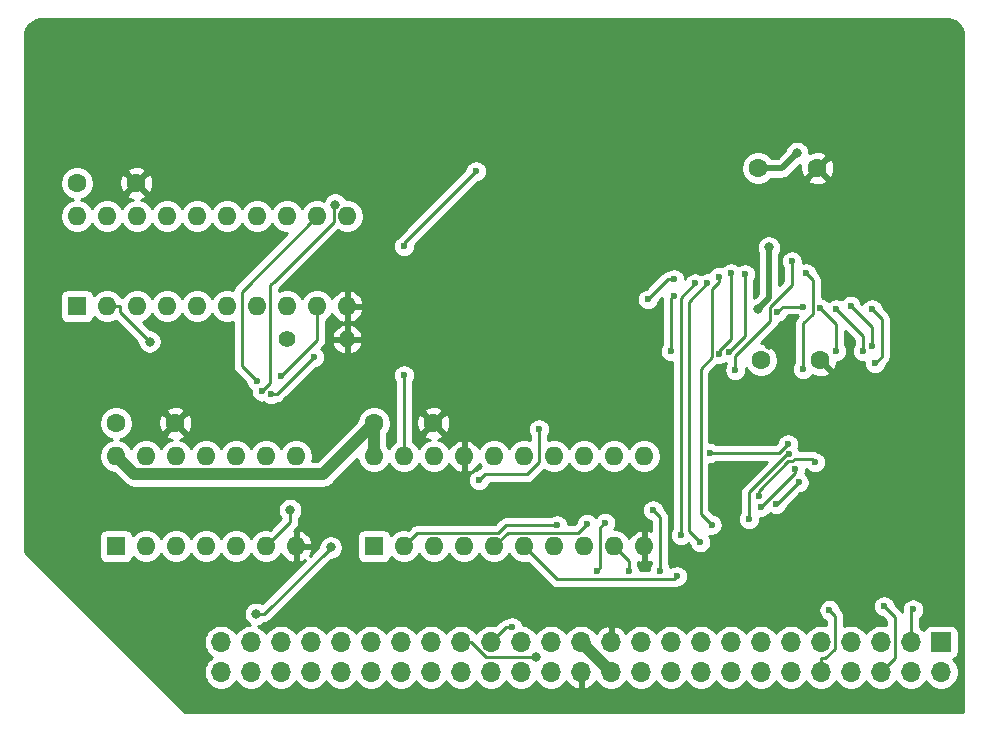
<source format=gbr>
%TF.GenerationSoftware,KiCad,Pcbnew,(5.1.10-1-10_14)*%
%TF.CreationDate,2021-08-30T23:36:35+02:00*%
%TF.ProjectId,ram_board,72616d5f-626f-4617-9264-2e6b69636164,rev?*%
%TF.SameCoordinates,Original*%
%TF.FileFunction,Copper,L2,Bot*%
%TF.FilePolarity,Positive*%
%FSLAX46Y46*%
G04 Gerber Fmt 4.6, Leading zero omitted, Abs format (unit mm)*
G04 Created by KiCad (PCBNEW (5.1.10-1-10_14)) date 2021-08-30 23:36:35*
%MOMM*%
%LPD*%
G01*
G04 APERTURE LIST*
%TA.AperFunction,ComponentPad*%
%ADD10C,1.600000*%
%TD*%
%TA.AperFunction,ComponentPad*%
%ADD11O,1.600000X1.600000*%
%TD*%
%TA.AperFunction,ComponentPad*%
%ADD12R,1.600000X1.600000*%
%TD*%
%TA.AperFunction,ComponentPad*%
%ADD13O,1.400000X1.400000*%
%TD*%
%TA.AperFunction,ComponentPad*%
%ADD14C,1.400000*%
%TD*%
%TA.AperFunction,ComponentPad*%
%ADD15O,1.700000X1.700000*%
%TD*%
%TA.AperFunction,ComponentPad*%
%ADD16R,1.700000X1.700000*%
%TD*%
%TA.AperFunction,ViaPad*%
%ADD17C,0.800000*%
%TD*%
%TA.AperFunction,ViaPad*%
%ADD18C,0.600000*%
%TD*%
%TA.AperFunction,Conductor*%
%ADD19C,0.250000*%
%TD*%
%TA.AperFunction,Conductor*%
%ADD20C,1.000000*%
%TD*%
%TA.AperFunction,Conductor*%
%ADD21C,0.500000*%
%TD*%
%TA.AperFunction,Conductor*%
%ADD22C,0.254000*%
%TD*%
%TA.AperFunction,Conductor*%
%ADD23C,0.100000*%
%TD*%
G04 APERTURE END LIST*
D10*
%TO.P,C5,2*%
%TO.N,GND*%
X67738000Y46736000D03*
%TO.P,C5,1*%
%TO.N,+5V*%
X62738000Y46736000D03*
%TD*%
D11*
%TO.P,U5,20*%
%TO.N,+5V*%
X30226000Y22352000D03*
%TO.P,U5,10*%
%TO.N,GND*%
X53086000Y14732000D03*
%TO.P,U5,19*%
%TO.N,~INH~*%
X32766000Y22352000D03*
%TO.P,U5,9*%
%TO.N,Net-(U3-Pad41)*%
X50546000Y14732000D03*
%TO.P,U5,18*%
%TO.N,Net-(U4-Pad9)*%
X35306000Y22352000D03*
%TO.P,U5,8*%
%TO.N,Net-(U4-Pad5)*%
X48006000Y14732000D03*
%TO.P,U5,17*%
%TO.N,GND*%
X37846000Y22352000D03*
%TO.P,U5,7*%
%TO.N,Net-(U4-Pad4)*%
X45466000Y14732000D03*
%TO.P,U5,16*%
%TO.N,Net-(U5-Pad16)*%
X40386000Y22352000D03*
%TO.P,U5,6*%
%TO.N,Net-(U3-Pad40)*%
X42926000Y14732000D03*
%TO.P,U5,15*%
%TO.N,Net-(U5-Pad15)*%
X42926000Y22352000D03*
%TO.P,U5,5*%
%TO.N,Net-(U3-Pad39)*%
X40386000Y14732000D03*
%TO.P,U5,14*%
%TO.N,Net-(U4-Pad7)*%
X45466000Y22352000D03*
%TO.P,U5,4*%
%TO.N,Net-(U4-Pad3)*%
X37846000Y14732000D03*
%TO.P,U5,13*%
%TO.N,Net-(U4-Pad6)*%
X48006000Y22352000D03*
%TO.P,U5,3*%
%TO.N,Net-(U4-Pad2)*%
X35306000Y14732000D03*
%TO.P,U5,12*%
%TO.N,Net-(U5-Pad12)*%
X50546000Y22352000D03*
%TO.P,U5,2*%
%TO.N,Net-(U3-Pad38)*%
X32766000Y14732000D03*
%TO.P,U5,11*%
%TO.N,Net-(R1-Pad1)*%
X53086000Y22352000D03*
D12*
%TO.P,U5,1*%
%TO.N,~RESET~*%
X30226000Y14732000D03*
%TD*%
D11*
%TO.P,U4,20*%
%TO.N,+5V*%
X5080000Y42672000D03*
%TO.P,U4,10*%
%TO.N,GND*%
X27940000Y35052000D03*
%TO.P,U4,19*%
%TO.N,~SLOT_SEL~*%
X7620000Y42672000D03*
%TO.P,U4,9*%
%TO.N,Net-(U4-Pad9)*%
X25400000Y35052000D03*
%TO.P,U4,18*%
%TO.N,D0*%
X10160000Y42672000D03*
%TO.P,U4,8*%
%TO.N,Net-(R1-Pad1)*%
X22860000Y35052000D03*
%TO.P,U4,17*%
%TO.N,D1*%
X12700000Y42672000D03*
%TO.P,U4,7*%
%TO.N,Net-(U4-Pad7)*%
X20320000Y35052000D03*
%TO.P,U4,16*%
%TO.N,D2*%
X15240000Y42672000D03*
%TO.P,U4,6*%
%TO.N,Net-(U4-Pad6)*%
X17780000Y35052000D03*
%TO.P,U4,15*%
%TO.N,D3*%
X17780000Y42672000D03*
%TO.P,U4,5*%
%TO.N,Net-(U4-Pad5)*%
X15240000Y35052000D03*
%TO.P,U4,14*%
%TO.N,D4*%
X20320000Y42672000D03*
%TO.P,U4,4*%
%TO.N,Net-(U4-Pad4)*%
X12700000Y35052000D03*
%TO.P,U4,13*%
%TO.N,D5*%
X22860000Y42672000D03*
%TO.P,U4,3*%
%TO.N,Net-(U4-Pad3)*%
X10160000Y35052000D03*
%TO.P,U4,12*%
%TO.N,Net-(U1-Pad11)*%
X25400000Y42672000D03*
%TO.P,U4,2*%
%TO.N,Net-(U4-Pad2)*%
X7620000Y35052000D03*
%TO.P,U4,11*%
%TO.N,D7*%
X27940000Y42672000D03*
D12*
%TO.P,U4,1*%
%TO.N,R~W~*%
X5080000Y35052000D03*
%TD*%
D11*
%TO.P,U1,14*%
%TO.N,+5V*%
X8382000Y22352000D03*
%TO.P,U1,7*%
%TO.N,GND*%
X23622000Y14732000D03*
%TO.P,U1,13*%
%TO.N,~SLOT_SEL~*%
X10922000Y22352000D03*
%TO.P,U1,6*%
%TO.N,Net-(U1-Pad6)*%
X21082000Y14732000D03*
%TO.P,U1,12*%
%TO.N,~SLOT_SEL~*%
X13462000Y22352000D03*
%TO.P,U1,5*%
%TO.N,CLK*%
X18542000Y14732000D03*
%TO.P,U1,11*%
%TO.N,Net-(U1-Pad11)*%
X16002000Y22352000D03*
%TO.P,U1,4*%
%TO.N,Net-(U1-Pad3)*%
X16002000Y14732000D03*
%TO.P,U1,10*%
%TO.N,A15*%
X18542000Y22352000D03*
%TO.P,U1,3*%
%TO.N,Net-(U1-Pad3)*%
X13462000Y14732000D03*
%TO.P,U1,9*%
%TO.N,~SSEL~*%
X21082000Y22352000D03*
%TO.P,U1,2*%
%TO.N,R~W~*%
X10922000Y14732000D03*
%TO.P,U1,8*%
%TO.N,Net-(U1-Pad8)*%
X23622000Y22352000D03*
D12*
%TO.P,U1,1*%
%TO.N,R~W~*%
X8382000Y14732000D03*
%TD*%
D13*
%TO.P,R1,2*%
%TO.N,GND*%
X27940000Y32258000D03*
D14*
%TO.P,R1,1*%
%TO.N,Net-(R1-Pad1)*%
X22860000Y32258000D03*
%TD*%
D10*
%TO.P,C4,2*%
%TO.N,GND*%
X35226000Y25146000D03*
%TO.P,C4,1*%
%TO.N,+5V*%
X30226000Y25146000D03*
%TD*%
%TO.P,C3,2*%
%TO.N,GND*%
X10080000Y45466000D03*
%TO.P,C3,1*%
%TO.N,+5V*%
X5080000Y45466000D03*
%TD*%
%TO.P,C2,2*%
%TO.N,GND*%
X67992000Y30480000D03*
%TO.P,C2,1*%
%TO.N,+5V*%
X62992000Y30480000D03*
%TD*%
%TO.P,C1,2*%
%TO.N,GND*%
X13382000Y25146000D03*
%TO.P,C1,1*%
%TO.N,+5V*%
X8382000Y25146000D03*
%TD*%
D15*
%TO.P,J1,50*%
%TO.N,~NMI~*%
X17272000Y4064000D03*
%TO.P,J1,49*%
%TO.N,~RESET~*%
X17272000Y6604000D03*
%TO.P,J1,48*%
%TO.N,~SLOT_IRQ~*%
X19812000Y4064000D03*
%TO.P,J1,47*%
%TO.N,SYNC*%
X19812000Y6604000D03*
%TO.P,J1,46*%
%TO.N,EX3*%
X22352000Y4064000D03*
%TO.P,J1,45*%
%TO.N,~IRQ~*%
X22352000Y6604000D03*
%TO.P,J1,44*%
%TO.N,EX2*%
X24892000Y4064000D03*
%TO.P,J1,43*%
%TO.N,R~W~*%
X24892000Y6604000D03*
%TO.P,J1,42*%
%TO.N,CLK_12M*%
X27432000Y4064000D03*
%TO.P,J1,41*%
%TO.N,CLK*%
X27432000Y6604000D03*
%TO.P,J1,40*%
%TO.N,LED4*%
X29972000Y4064000D03*
%TO.P,J1,39*%
%TO.N,BE*%
X29972000Y6604000D03*
%TO.P,J1,38*%
%TO.N,LED3*%
X32512000Y4064000D03*
%TO.P,J1,37*%
%TO.N,RDY*%
X32512000Y6604000D03*
%TO.P,J1,36*%
%TO.N,LED2*%
X35052000Y4064000D03*
%TO.P,J1,35*%
%TO.N,A15*%
X35052000Y6604000D03*
%TO.P,J1,34*%
%TO.N,LED1*%
X37592000Y4064000D03*
%TO.P,J1,33*%
%TO.N,A14*%
X37592000Y6604000D03*
%TO.P,J1,32*%
%TO.N,~SLOT_SEL~*%
X40132000Y4064000D03*
%TO.P,J1,31*%
%TO.N,A13*%
X40132000Y6604000D03*
%TO.P,J1,30*%
%TO.N,~INH~*%
X42672000Y4064000D03*
%TO.P,J1,29*%
%TO.N,A12*%
X42672000Y6604000D03*
%TO.P,J1,28*%
%TO.N,~SSEL~*%
X45212000Y4064000D03*
%TO.P,J1,27*%
%TO.N,A11*%
X45212000Y6604000D03*
%TO.P,J1,26*%
%TO.N,GND*%
X47752000Y4064000D03*
%TO.P,J1,25*%
%TO.N,+5V*%
X47752000Y6604000D03*
%TO.P,J1,24*%
X50292000Y4064000D03*
%TO.P,J1,23*%
%TO.N,GND*%
X50292000Y6604000D03*
%TO.P,J1,22*%
%TO.N,~SLOW~*%
X52832000Y4064000D03*
%TO.P,J1,21*%
%TO.N,A10*%
X52832000Y6604000D03*
%TO.P,J1,20*%
%TO.N,EX1*%
X55372000Y4064000D03*
%TO.P,J1,19*%
%TO.N,A9*%
X55372000Y6604000D03*
%TO.P,J1,18*%
%TO.N,EX0*%
X57912000Y4064000D03*
%TO.P,J1,17*%
%TO.N,A8*%
X57912000Y6604000D03*
%TO.P,J1,16*%
%TO.N,D7*%
X60452000Y4064000D03*
%TO.P,J1,15*%
%TO.N,A7*%
X60452000Y6604000D03*
%TO.P,J1,14*%
%TO.N,D6*%
X62992000Y4064000D03*
%TO.P,J1,13*%
%TO.N,A6*%
X62992000Y6604000D03*
%TO.P,J1,12*%
%TO.N,D5*%
X65532000Y4064000D03*
%TO.P,J1,11*%
%TO.N,A5*%
X65532000Y6604000D03*
%TO.P,J1,10*%
%TO.N,D4*%
X68072000Y4064000D03*
%TO.P,J1,9*%
%TO.N,A4*%
X68072000Y6604000D03*
%TO.P,J1,8*%
%TO.N,D3*%
X70612000Y4064000D03*
%TO.P,J1,7*%
%TO.N,A3*%
X70612000Y6604000D03*
%TO.P,J1,6*%
%TO.N,D2*%
X73152000Y4064000D03*
%TO.P,J1,5*%
%TO.N,A2*%
X73152000Y6604000D03*
%TO.P,J1,4*%
%TO.N,D1*%
X75692000Y4064000D03*
%TO.P,J1,3*%
%TO.N,A1*%
X75692000Y6604000D03*
%TO.P,J1,2*%
%TO.N,D0*%
X78232000Y4064000D03*
D16*
%TO.P,J1,1*%
%TO.N,A0*%
X78232000Y6604000D03*
%TD*%
D17*
%TO.N,A14*%
X43942000Y5334000D03*
D18*
%TO.N,A13*%
X44196000Y24637994D03*
X41910000Y7874000D03*
X39116000Y20320000D03*
%TO.N,A11*%
X49792100Y16727010D03*
X49087490Y12663010D03*
D17*
%TO.N,GND*%
X62771010Y42680600D03*
X63696010Y31724659D03*
%TO.N,+5V*%
X63646000Y40024000D03*
X62738000Y34798000D03*
X66040000Y48006000D03*
D18*
%TO.N,A10*%
X54429988Y12663010D03*
X53848000Y17780000D03*
%TO.N,A9*%
X57404000Y36983083D03*
X56200051Y15681949D03*
%TO.N,A8*%
X57845949Y15052051D03*
X58419597Y36983075D03*
%TO.N,D7*%
X61976000Y17018000D03*
X65338949Y22545051D03*
%TO.N,A7*%
X59436000Y37533096D03*
X58820644Y16534746D03*
%TO.N,D6*%
X66170653Y20132207D03*
X64262000Y18288000D03*
%TO.N,A6*%
X60452000Y37846000D03*
X59461833Y31015803D03*
%TO.N,A5*%
X61646478Y37760112D03*
X60253602Y31130347D03*
%TO.N,D4*%
X68775800Y9320000D03*
%TO.N,A4*%
X65591021Y38862000D03*
X60801373Y29645627D03*
%TO.N,D3*%
X68002627Y34879190D03*
X69342000Y31242000D03*
%TO.N,A3*%
X66802000Y37846000D03*
X66548000Y29717992D03*
%TO.N,D2*%
X73406000Y9652000D03*
X69342000Y34798000D03*
X71628000Y31241998D03*
%TO.N,A2*%
X72390000Y34798000D03*
X72644000Y30226000D03*
%TO.N,D1*%
X70568860Y35104460D03*
X72398863Y31709985D03*
%TO.N,A1*%
X75857624Y9370287D03*
D17*
%TO.N,~RESET~*%
X26556900Y14633600D03*
X20246000Y8993800D03*
D18*
%TO.N,~INH~*%
X38862000Y46482000D03*
X32766000Y40132000D03*
X32766000Y29210000D03*
D17*
%TO.N,Net-(U1-Pad6)*%
X23113988Y17780000D03*
X26924000Y43644957D03*
D18*
X20748835Y27830521D03*
%TO.N,Net-(U1-Pad11)*%
X20320000Y28702000D03*
%TO.N,Net-(U1-Pad8)*%
X55626000Y37338000D03*
X53407751Y35624351D03*
X25146000Y30734008D03*
X21508407Y27579386D03*
%TO.N,Net-(U3-Pad41)*%
X51776207Y12663010D03*
X62784454Y18974556D03*
X67564000Y21844002D03*
%TO.N,Net-(U3-Pad40)*%
X55880000Y12192000D03*
X63011988Y18079734D03*
X65866742Y21298864D03*
%TO.N,Net-(U3-Pad39)*%
X55354700Y31230700D03*
X66552616Y35023420D03*
X48260000Y16627010D03*
X64379010Y34582317D03*
X55589970Y35949377D03*
%TO.N,Net-(U3-Pad38)*%
X45720000Y16510000D03*
X58671010Y22630538D03*
X65278000Y23368000D03*
%TO.N,Net-(U4-Pad9)*%
X22374905Y29150548D03*
D17*
%TO.N,Net-(U4-Pad2)*%
X11229900Y32047100D03*
%TD*%
D19*
%TO.N,A14*%
X39670000Y5334000D02*
X43942000Y5334000D01*
X38400000Y6604000D02*
X39670000Y5334000D01*
X37592000Y6604000D02*
X38400000Y6604000D01*
%TO.N,A13*%
X40132000Y6604000D02*
X41402000Y7874000D01*
X41402000Y7874000D02*
X41910000Y7874000D01*
X43180000Y20828000D02*
X39624000Y20828000D01*
X39624000Y20828000D02*
X39116000Y20320000D01*
X44196000Y21844000D02*
X43180000Y20828000D01*
X44196000Y24637994D02*
X44196000Y21844000D01*
%TO.N,A11*%
X49392101Y16327011D02*
X49392101Y12967621D01*
X49392101Y12967621D02*
X49087490Y12663010D01*
X49792100Y16727010D02*
X49392101Y16327011D01*
D20*
%TO.N,+5V*%
X50292000Y4064000D02*
X47752000Y6604000D01*
D21*
X63646000Y40024000D02*
X63646000Y35706000D01*
X63646000Y35706000D02*
X62738000Y34798000D01*
X62738000Y34798000D02*
X62738000Y34798000D01*
X62738000Y46736000D02*
X64770000Y46736000D01*
X64770000Y46736000D02*
X66040000Y48006000D01*
D20*
X30226000Y25146000D02*
X30226000Y22352000D01*
X30226000Y25146000D02*
X25908000Y20828000D01*
X9906000Y20828000D02*
X8382000Y22352000D01*
X25908000Y20828000D02*
X9906000Y20828000D01*
D19*
%TO.N,A10*%
X54429988Y17198012D02*
X53848000Y17780000D01*
X54429988Y12663010D02*
X54429988Y17198012D01*
%TO.N,A9*%
X57404000Y36983083D02*
X56200051Y35779134D01*
X56200051Y35779134D02*
X56200051Y15681949D01*
%TO.N,A8*%
X56850001Y35413479D02*
X58419597Y36983075D01*
X56850001Y16047999D02*
X56850001Y35413479D01*
X57845949Y15052051D02*
X56850001Y16047999D01*
%TO.N,D7*%
X61976000Y19304000D02*
X65217051Y22545051D01*
X65217051Y22545051D02*
X65338949Y22545051D01*
X61976000Y17018000D02*
X61976000Y19304000D01*
%TO.N,A7*%
X57866001Y17489389D02*
X58820644Y16534746D01*
X58836832Y36465877D02*
X58836832Y30715802D01*
X59436000Y37065045D02*
X58836832Y36465877D01*
X59436000Y37533096D02*
X59436000Y37065045D01*
X58836832Y30715802D02*
X57866001Y29744971D01*
X57866001Y29744971D02*
X57866001Y17489389D01*
%TO.N,D6*%
X66170653Y20132207D02*
X64326446Y18288000D01*
X64326446Y18288000D02*
X64262000Y18288000D01*
%TO.N,A6*%
X60452000Y37846000D02*
X60452000Y32253747D01*
X60452000Y32253747D02*
X59461833Y31263580D01*
X59461833Y31263580D02*
X59461833Y31015803D01*
%TO.N,A5*%
X61646478Y37760112D02*
X61646478Y32523223D01*
X61646478Y32523223D02*
X60253602Y31130347D01*
%TO.N,D4*%
X68072000Y4064000D02*
X68072000Y5239300D01*
X68072000Y5239300D02*
X68439300Y5239300D01*
X68439300Y5239300D02*
X69247400Y6047400D01*
X69247400Y6047400D02*
X69247400Y8848400D01*
X69247400Y8848400D02*
X68775800Y9320000D01*
%TO.N,A4*%
X65591021Y38862000D02*
X65591021Y36837833D01*
X65591021Y36837833D02*
X63754000Y35000812D01*
X60801373Y29645627D02*
X60801373Y30829373D01*
X60801373Y30829373D02*
X63754000Y33782000D01*
X63754000Y35000812D02*
X63754000Y33782000D01*
%TO.N,D3*%
X68002627Y34879190D02*
X69342000Y33539817D01*
X69342000Y33539817D02*
X69342000Y31242000D01*
%TO.N,A3*%
X67355999Y37292001D02*
X67355999Y34405169D01*
X66548000Y33597170D02*
X66548000Y29717992D01*
X66802000Y37846000D02*
X67355999Y37292001D01*
X67355999Y34405169D02*
X66548000Y33597170D01*
%TO.N,D2*%
X74327001Y5239001D02*
X74327001Y8730999D01*
X73152000Y4064000D02*
X74327001Y5239001D01*
X74327001Y8730999D02*
X73406000Y9652000D01*
X73406000Y9652000D02*
X73406000Y9652000D01*
X69342000Y34798000D02*
X69342000Y34798000D01*
X71628000Y32512000D02*
X71628000Y31241998D01*
X69342000Y34798000D02*
X71628000Y32512000D01*
%TO.N,A2*%
X73198001Y30780001D02*
X72644000Y30226000D01*
X72390000Y34798000D02*
X73198001Y33989999D01*
X73198001Y33989999D02*
X73198001Y30780001D01*
%TO.N,D1*%
X70568860Y35104460D02*
X72398863Y33274457D01*
X72398863Y33274457D02*
X72398863Y31709985D01*
%TO.N,A1*%
X75692000Y9204663D02*
X75857624Y9370287D01*
X75692000Y6604000D02*
X75692000Y9204663D01*
%TO.N,~RESET~*%
X20246000Y8993800D02*
X20940100Y8993800D01*
X20940100Y8993800D02*
X26556900Y14610600D01*
X26556900Y14610600D02*
X26556900Y14633600D01*
%TO.N,~INH~*%
X32766000Y22352000D02*
X32766000Y29210000D01*
X32766000Y40386000D02*
X38862000Y46482000D01*
X32766000Y40132000D02*
X32766000Y40386000D01*
%TO.N,Net-(U1-Pad6)*%
X21734600Y37100100D02*
X22670250Y38035750D01*
X21082000Y14732000D02*
X23113988Y16763988D01*
X23113988Y16763988D02*
X23113988Y17780000D01*
X23004700Y17780000D02*
X23113988Y17780000D01*
X22670250Y38035750D02*
X26814999Y42180499D01*
X26814999Y43535956D02*
X26924000Y43644957D01*
X26814999Y42180499D02*
X26814999Y43535956D01*
X21445001Y36810501D02*
X21445001Y28526687D01*
X22670250Y38035750D02*
X21445001Y36810501D01*
X21445001Y28526687D02*
X20748835Y27830521D01*
%TO.N,Net-(U1-Pad11)*%
X19004001Y30017999D02*
X20320000Y28702000D01*
X25400000Y42672000D02*
X19004001Y36276001D01*
X19004001Y36276001D02*
X19004001Y30017999D01*
%TO.N,Net-(U1-Pad8)*%
X55626000Y37338000D02*
X55121400Y37338000D01*
X55121400Y37338000D02*
X53407751Y35624351D01*
X21508407Y27579386D02*
X21991378Y27579386D01*
X21991378Y27579386D02*
X25146000Y30734008D01*
%TO.N,Net-(U3-Pad41)*%
X51776207Y13501793D02*
X51776207Y12663010D01*
X50546000Y14732000D02*
X51776207Y13501793D01*
X62784454Y18974556D02*
X62784454Y19398820D01*
X65862901Y22144001D02*
X67264001Y22144001D01*
X67264001Y22144001D02*
X67564000Y21844002D01*
X62784454Y19398820D02*
X65305684Y21920050D01*
X65305684Y21920050D02*
X65638950Y21920050D01*
X65638950Y21920050D02*
X65862901Y22144001D01*
%TO.N,Net-(U3-Pad40)*%
X55626000Y11938000D02*
X55880000Y12192000D01*
X45720000Y11938000D02*
X55626000Y11938000D01*
X42926000Y14732000D02*
X45720000Y11938000D01*
X65866742Y20934488D02*
X65866742Y21298864D01*
X63011988Y18079734D02*
X65866742Y20934488D01*
%TO.N,Net-(U3-Pad39)*%
X48260000Y16510000D02*
X48260000Y16510000D01*
X40386000Y14732000D02*
X41538999Y15884999D01*
X41538999Y15884999D02*
X47517989Y15884999D01*
X47517989Y15884999D02*
X48260000Y16627010D01*
X64820113Y35023420D02*
X64379010Y34582317D01*
X66552616Y35023420D02*
X64820113Y35023420D01*
X55354700Y35714107D02*
X55589970Y35949377D01*
X55354700Y31230700D02*
X55354700Y35714107D01*
%TO.N,Net-(U3-Pad38)*%
X40749001Y15857001D02*
X41402000Y16510000D01*
X32766000Y14732000D02*
X33891001Y15857001D01*
X41402000Y16510000D02*
X45720000Y16510000D01*
X33891001Y15857001D02*
X40749001Y15857001D01*
X64540538Y22630538D02*
X65278000Y23368000D01*
X58671010Y22630538D02*
X64540538Y22630538D01*
%TO.N,Net-(U4-Pad9)*%
X25400000Y35052000D02*
X25400000Y32175643D01*
X25400000Y32175643D02*
X22374905Y29150548D01*
%TO.N,Net-(U4-Pad2)*%
X7620000Y35052000D02*
X8745300Y35052000D01*
X8745300Y35052000D02*
X8745300Y34531700D01*
X8745300Y34531700D02*
X11229900Y32047100D01*
%TD*%
D22*
%TO.N,GND*%
X2125353Y59386000D02*
X78646647Y59386000D01*
X78740956Y59395289D01*
X78903542Y59379347D01*
X79183018Y59294969D01*
X79440780Y59157915D01*
X79667015Y58973401D01*
X79853103Y58748460D01*
X79991956Y58491658D01*
X80078282Y58212781D01*
X80096365Y58040731D01*
X80087000Y57945646D01*
X80087001Y685000D01*
X14218381Y685000D01*
X8153121Y6750260D01*
X15787000Y6750260D01*
X15787000Y6457740D01*
X15844068Y6170842D01*
X15956010Y5900589D01*
X16118525Y5657368D01*
X16325368Y5450525D01*
X16499760Y5334000D01*
X16325368Y5217475D01*
X16118525Y5010632D01*
X15956010Y4767411D01*
X15844068Y4497158D01*
X15787000Y4210260D01*
X15787000Y3917740D01*
X15844068Y3630842D01*
X15956010Y3360589D01*
X16118525Y3117368D01*
X16325368Y2910525D01*
X16568589Y2748010D01*
X16838842Y2636068D01*
X17125740Y2579000D01*
X17418260Y2579000D01*
X17705158Y2636068D01*
X17975411Y2748010D01*
X18218632Y2910525D01*
X18425475Y3117368D01*
X18542000Y3291760D01*
X18658525Y3117368D01*
X18865368Y2910525D01*
X19108589Y2748010D01*
X19378842Y2636068D01*
X19665740Y2579000D01*
X19958260Y2579000D01*
X20245158Y2636068D01*
X20515411Y2748010D01*
X20758632Y2910525D01*
X20965475Y3117368D01*
X21082000Y3291760D01*
X21198525Y3117368D01*
X21405368Y2910525D01*
X21648589Y2748010D01*
X21918842Y2636068D01*
X22205740Y2579000D01*
X22498260Y2579000D01*
X22785158Y2636068D01*
X23055411Y2748010D01*
X23298632Y2910525D01*
X23505475Y3117368D01*
X23622000Y3291760D01*
X23738525Y3117368D01*
X23945368Y2910525D01*
X24188589Y2748010D01*
X24458842Y2636068D01*
X24745740Y2579000D01*
X25038260Y2579000D01*
X25325158Y2636068D01*
X25595411Y2748010D01*
X25838632Y2910525D01*
X26045475Y3117368D01*
X26162000Y3291760D01*
X26278525Y3117368D01*
X26485368Y2910525D01*
X26728589Y2748010D01*
X26998842Y2636068D01*
X27285740Y2579000D01*
X27578260Y2579000D01*
X27865158Y2636068D01*
X28135411Y2748010D01*
X28378632Y2910525D01*
X28585475Y3117368D01*
X28702000Y3291760D01*
X28818525Y3117368D01*
X29025368Y2910525D01*
X29268589Y2748010D01*
X29538842Y2636068D01*
X29825740Y2579000D01*
X30118260Y2579000D01*
X30405158Y2636068D01*
X30675411Y2748010D01*
X30918632Y2910525D01*
X31125475Y3117368D01*
X31242000Y3291760D01*
X31358525Y3117368D01*
X31565368Y2910525D01*
X31808589Y2748010D01*
X32078842Y2636068D01*
X32365740Y2579000D01*
X32658260Y2579000D01*
X32945158Y2636068D01*
X33215411Y2748010D01*
X33458632Y2910525D01*
X33665475Y3117368D01*
X33782000Y3291760D01*
X33898525Y3117368D01*
X34105368Y2910525D01*
X34348589Y2748010D01*
X34618842Y2636068D01*
X34905740Y2579000D01*
X35198260Y2579000D01*
X35485158Y2636068D01*
X35755411Y2748010D01*
X35998632Y2910525D01*
X36205475Y3117368D01*
X36322000Y3291760D01*
X36438525Y3117368D01*
X36645368Y2910525D01*
X36888589Y2748010D01*
X37158842Y2636068D01*
X37445740Y2579000D01*
X37738260Y2579000D01*
X38025158Y2636068D01*
X38295411Y2748010D01*
X38538632Y2910525D01*
X38745475Y3117368D01*
X38862000Y3291760D01*
X38978525Y3117368D01*
X39185368Y2910525D01*
X39428589Y2748010D01*
X39698842Y2636068D01*
X39985740Y2579000D01*
X40278260Y2579000D01*
X40565158Y2636068D01*
X40835411Y2748010D01*
X41078632Y2910525D01*
X41285475Y3117368D01*
X41402000Y3291760D01*
X41518525Y3117368D01*
X41725368Y2910525D01*
X41968589Y2748010D01*
X42238842Y2636068D01*
X42525740Y2579000D01*
X42818260Y2579000D01*
X43105158Y2636068D01*
X43375411Y2748010D01*
X43618632Y2910525D01*
X43825475Y3117368D01*
X43942000Y3291760D01*
X44058525Y3117368D01*
X44265368Y2910525D01*
X44508589Y2748010D01*
X44778842Y2636068D01*
X45065740Y2579000D01*
X45358260Y2579000D01*
X45645158Y2636068D01*
X45915411Y2748010D01*
X46158632Y2910525D01*
X46365475Y3117368D01*
X46487195Y3299534D01*
X46556822Y3182645D01*
X46751731Y2966412D01*
X46985080Y2792359D01*
X47247901Y2667175D01*
X47395110Y2622524D01*
X47625000Y2743845D01*
X47625000Y3937000D01*
X47605000Y3937000D01*
X47605000Y4191000D01*
X47625000Y4191000D01*
X47625000Y4211000D01*
X47879000Y4211000D01*
X47879000Y4191000D01*
X47899000Y4191000D01*
X47899000Y3937000D01*
X47879000Y3937000D01*
X47879000Y2743845D01*
X48108890Y2622524D01*
X48256099Y2667175D01*
X48518920Y2792359D01*
X48752269Y2966412D01*
X48947178Y3182645D01*
X49016805Y3299534D01*
X49138525Y3117368D01*
X49345368Y2910525D01*
X49588589Y2748010D01*
X49858842Y2636068D01*
X50145740Y2579000D01*
X50438260Y2579000D01*
X50725158Y2636068D01*
X50995411Y2748010D01*
X51238632Y2910525D01*
X51445475Y3117368D01*
X51562000Y3291760D01*
X51678525Y3117368D01*
X51885368Y2910525D01*
X52128589Y2748010D01*
X52398842Y2636068D01*
X52685740Y2579000D01*
X52978260Y2579000D01*
X53265158Y2636068D01*
X53535411Y2748010D01*
X53778632Y2910525D01*
X53985475Y3117368D01*
X54102000Y3291760D01*
X54218525Y3117368D01*
X54425368Y2910525D01*
X54668589Y2748010D01*
X54938842Y2636068D01*
X55225740Y2579000D01*
X55518260Y2579000D01*
X55805158Y2636068D01*
X56075411Y2748010D01*
X56318632Y2910525D01*
X56525475Y3117368D01*
X56642000Y3291760D01*
X56758525Y3117368D01*
X56965368Y2910525D01*
X57208589Y2748010D01*
X57478842Y2636068D01*
X57765740Y2579000D01*
X58058260Y2579000D01*
X58345158Y2636068D01*
X58615411Y2748010D01*
X58858632Y2910525D01*
X59065475Y3117368D01*
X59182000Y3291760D01*
X59298525Y3117368D01*
X59505368Y2910525D01*
X59748589Y2748010D01*
X60018842Y2636068D01*
X60305740Y2579000D01*
X60598260Y2579000D01*
X60885158Y2636068D01*
X61155411Y2748010D01*
X61398632Y2910525D01*
X61605475Y3117368D01*
X61722000Y3291760D01*
X61838525Y3117368D01*
X62045368Y2910525D01*
X62288589Y2748010D01*
X62558842Y2636068D01*
X62845740Y2579000D01*
X63138260Y2579000D01*
X63425158Y2636068D01*
X63695411Y2748010D01*
X63938632Y2910525D01*
X64145475Y3117368D01*
X64262000Y3291760D01*
X64378525Y3117368D01*
X64585368Y2910525D01*
X64828589Y2748010D01*
X65098842Y2636068D01*
X65385740Y2579000D01*
X65678260Y2579000D01*
X65965158Y2636068D01*
X66235411Y2748010D01*
X66478632Y2910525D01*
X66685475Y3117368D01*
X66802000Y3291760D01*
X66918525Y3117368D01*
X67125368Y2910525D01*
X67368589Y2748010D01*
X67638842Y2636068D01*
X67925740Y2579000D01*
X68218260Y2579000D01*
X68505158Y2636068D01*
X68775411Y2748010D01*
X69018632Y2910525D01*
X69225475Y3117368D01*
X69342000Y3291760D01*
X69458525Y3117368D01*
X69665368Y2910525D01*
X69908589Y2748010D01*
X70178842Y2636068D01*
X70465740Y2579000D01*
X70758260Y2579000D01*
X71045158Y2636068D01*
X71315411Y2748010D01*
X71558632Y2910525D01*
X71765475Y3117368D01*
X71882000Y3291760D01*
X71998525Y3117368D01*
X72205368Y2910525D01*
X72448589Y2748010D01*
X72718842Y2636068D01*
X73005740Y2579000D01*
X73298260Y2579000D01*
X73585158Y2636068D01*
X73855411Y2748010D01*
X74098632Y2910525D01*
X74305475Y3117368D01*
X74422000Y3291760D01*
X74538525Y3117368D01*
X74745368Y2910525D01*
X74988589Y2748010D01*
X75258842Y2636068D01*
X75545740Y2579000D01*
X75838260Y2579000D01*
X76125158Y2636068D01*
X76395411Y2748010D01*
X76638632Y2910525D01*
X76845475Y3117368D01*
X76962000Y3291760D01*
X77078525Y3117368D01*
X77285368Y2910525D01*
X77528589Y2748010D01*
X77798842Y2636068D01*
X78085740Y2579000D01*
X78378260Y2579000D01*
X78665158Y2636068D01*
X78935411Y2748010D01*
X79178632Y2910525D01*
X79385475Y3117368D01*
X79547990Y3360589D01*
X79659932Y3630842D01*
X79717000Y3917740D01*
X79717000Y4210260D01*
X79659932Y4497158D01*
X79547990Y4767411D01*
X79385475Y5010632D01*
X79253620Y5142487D01*
X79326180Y5164498D01*
X79436494Y5223463D01*
X79533185Y5302815D01*
X79612537Y5399506D01*
X79671502Y5509820D01*
X79707812Y5629518D01*
X79720072Y5754000D01*
X79720072Y7454000D01*
X79707812Y7578482D01*
X79671502Y7698180D01*
X79612537Y7808494D01*
X79533185Y7905185D01*
X79436494Y7984537D01*
X79326180Y8043502D01*
X79206482Y8079812D01*
X79082000Y8092072D01*
X77382000Y8092072D01*
X77257518Y8079812D01*
X77137820Y8043502D01*
X77027506Y7984537D01*
X76930815Y7905185D01*
X76851463Y7808494D01*
X76792498Y7698180D01*
X76770487Y7625620D01*
X76638632Y7757475D01*
X76452000Y7882178D01*
X76452000Y8642921D01*
X76453652Y8644025D01*
X76583886Y8774259D01*
X76686210Y8927398D01*
X76756692Y9097558D01*
X76792624Y9278198D01*
X76792624Y9462376D01*
X76756692Y9643016D01*
X76686210Y9813176D01*
X76583886Y9966315D01*
X76453652Y10096549D01*
X76300513Y10198873D01*
X76130353Y10269355D01*
X75949713Y10305287D01*
X75765535Y10305287D01*
X75584895Y10269355D01*
X75414735Y10198873D01*
X75261596Y10096549D01*
X75131362Y9966315D01*
X75029038Y9813176D01*
X74958556Y9643016D01*
X74922624Y9462376D01*
X74922624Y9278198D01*
X74931280Y9234680D01*
X74928324Y9204663D01*
X74929262Y9195136D01*
X74890800Y9242002D01*
X74867002Y9271000D01*
X74838004Y9294798D01*
X74329153Y9803649D01*
X74305068Y9924729D01*
X74234586Y10094889D01*
X74132262Y10248028D01*
X74002028Y10378262D01*
X73848889Y10480586D01*
X73678729Y10551068D01*
X73498089Y10587000D01*
X73313911Y10587000D01*
X73133271Y10551068D01*
X72963111Y10480586D01*
X72809972Y10378262D01*
X72679738Y10248028D01*
X72577414Y10094889D01*
X72506932Y9924729D01*
X72471000Y9744089D01*
X72471000Y9559911D01*
X72506932Y9379271D01*
X72577414Y9209111D01*
X72679738Y9055972D01*
X72809972Y8925738D01*
X72963111Y8823414D01*
X73133271Y8752932D01*
X73254351Y8728847D01*
X73567002Y8416196D01*
X73567002Y8035544D01*
X73298260Y8089000D01*
X73005740Y8089000D01*
X72718842Y8031932D01*
X72448589Y7919990D01*
X72205368Y7757475D01*
X71998525Y7550632D01*
X71882000Y7376240D01*
X71765475Y7550632D01*
X71558632Y7757475D01*
X71315411Y7919990D01*
X71045158Y8031932D01*
X70758260Y8089000D01*
X70465740Y8089000D01*
X70178842Y8031932D01*
X70007400Y7960919D01*
X70007400Y8811078D01*
X70011076Y8848401D01*
X70007400Y8885724D01*
X70007400Y8885733D01*
X69996403Y8997386D01*
X69952946Y9140647D01*
X69883270Y9271000D01*
X69882374Y9272677D01*
X69843536Y9320000D01*
X69787401Y9388401D01*
X69758397Y9412204D01*
X69698953Y9471648D01*
X69674868Y9592729D01*
X69604386Y9762889D01*
X69502062Y9916028D01*
X69371828Y10046262D01*
X69218689Y10148586D01*
X69048529Y10219068D01*
X68867889Y10255000D01*
X68683711Y10255000D01*
X68503071Y10219068D01*
X68332911Y10148586D01*
X68179772Y10046262D01*
X68049538Y9916028D01*
X67947214Y9762889D01*
X67876732Y9592729D01*
X67840800Y9412089D01*
X67840800Y9227911D01*
X67876732Y9047271D01*
X67947214Y8877111D01*
X68049538Y8723972D01*
X68179772Y8593738D01*
X68332911Y8491414D01*
X68487401Y8427423D01*
X68487401Y8035464D01*
X68218260Y8089000D01*
X67925740Y8089000D01*
X67638842Y8031932D01*
X67368589Y7919990D01*
X67125368Y7757475D01*
X66918525Y7550632D01*
X66802000Y7376240D01*
X66685475Y7550632D01*
X66478632Y7757475D01*
X66235411Y7919990D01*
X65965158Y8031932D01*
X65678260Y8089000D01*
X65385740Y8089000D01*
X65098842Y8031932D01*
X64828589Y7919990D01*
X64585368Y7757475D01*
X64378525Y7550632D01*
X64262000Y7376240D01*
X64145475Y7550632D01*
X63938632Y7757475D01*
X63695411Y7919990D01*
X63425158Y8031932D01*
X63138260Y8089000D01*
X62845740Y8089000D01*
X62558842Y8031932D01*
X62288589Y7919990D01*
X62045368Y7757475D01*
X61838525Y7550632D01*
X61722000Y7376240D01*
X61605475Y7550632D01*
X61398632Y7757475D01*
X61155411Y7919990D01*
X60885158Y8031932D01*
X60598260Y8089000D01*
X60305740Y8089000D01*
X60018842Y8031932D01*
X59748589Y7919990D01*
X59505368Y7757475D01*
X59298525Y7550632D01*
X59182000Y7376240D01*
X59065475Y7550632D01*
X58858632Y7757475D01*
X58615411Y7919990D01*
X58345158Y8031932D01*
X58058260Y8089000D01*
X57765740Y8089000D01*
X57478842Y8031932D01*
X57208589Y7919990D01*
X56965368Y7757475D01*
X56758525Y7550632D01*
X56642000Y7376240D01*
X56525475Y7550632D01*
X56318632Y7757475D01*
X56075411Y7919990D01*
X55805158Y8031932D01*
X55518260Y8089000D01*
X55225740Y8089000D01*
X54938842Y8031932D01*
X54668589Y7919990D01*
X54425368Y7757475D01*
X54218525Y7550632D01*
X54102000Y7376240D01*
X53985475Y7550632D01*
X53778632Y7757475D01*
X53535411Y7919990D01*
X53265158Y8031932D01*
X52978260Y8089000D01*
X52685740Y8089000D01*
X52398842Y8031932D01*
X52128589Y7919990D01*
X51885368Y7757475D01*
X51678525Y7550632D01*
X51556805Y7368466D01*
X51487178Y7485355D01*
X51292269Y7701588D01*
X51058920Y7875641D01*
X50796099Y8000825D01*
X50648890Y8045476D01*
X50419000Y7924155D01*
X50419000Y6731000D01*
X50439000Y6731000D01*
X50439000Y6477000D01*
X50419000Y6477000D01*
X50419000Y6457000D01*
X50165000Y6457000D01*
X50165000Y6477000D01*
X50145000Y6477000D01*
X50145000Y6731000D01*
X50165000Y6731000D01*
X50165000Y7924155D01*
X49935110Y8045476D01*
X49787901Y8000825D01*
X49525080Y7875641D01*
X49291731Y7701588D01*
X49096822Y7485355D01*
X49027195Y7368466D01*
X48905475Y7550632D01*
X48698632Y7757475D01*
X48455411Y7919990D01*
X48185158Y8031932D01*
X47898260Y8089000D01*
X47605740Y8089000D01*
X47318842Y8031932D01*
X47048589Y7919990D01*
X46805368Y7757475D01*
X46598525Y7550632D01*
X46482000Y7376240D01*
X46365475Y7550632D01*
X46158632Y7757475D01*
X45915411Y7919990D01*
X45645158Y8031932D01*
X45358260Y8089000D01*
X45065740Y8089000D01*
X44778842Y8031932D01*
X44508589Y7919990D01*
X44265368Y7757475D01*
X44058525Y7550632D01*
X43942000Y7376240D01*
X43825475Y7550632D01*
X43618632Y7757475D01*
X43375411Y7919990D01*
X43105158Y8031932D01*
X42820646Y8088525D01*
X42809068Y8146729D01*
X42738586Y8316889D01*
X42636262Y8470028D01*
X42506028Y8600262D01*
X42352889Y8702586D01*
X42182729Y8773068D01*
X42002089Y8809000D01*
X41817911Y8809000D01*
X41637271Y8773068D01*
X41467111Y8702586D01*
X41364430Y8633977D01*
X41253014Y8623003D01*
X41109753Y8579546D01*
X40977724Y8508974D01*
X40861999Y8414001D01*
X40838201Y8385003D01*
X40498408Y8045210D01*
X40278260Y8089000D01*
X39985740Y8089000D01*
X39698842Y8031932D01*
X39428589Y7919990D01*
X39185368Y7757475D01*
X38978525Y7550632D01*
X38862000Y7376240D01*
X38745475Y7550632D01*
X38538632Y7757475D01*
X38295411Y7919990D01*
X38025158Y8031932D01*
X37738260Y8089000D01*
X37445740Y8089000D01*
X37158842Y8031932D01*
X36888589Y7919990D01*
X36645368Y7757475D01*
X36438525Y7550632D01*
X36322000Y7376240D01*
X36205475Y7550632D01*
X35998632Y7757475D01*
X35755411Y7919990D01*
X35485158Y8031932D01*
X35198260Y8089000D01*
X34905740Y8089000D01*
X34618842Y8031932D01*
X34348589Y7919990D01*
X34105368Y7757475D01*
X33898525Y7550632D01*
X33782000Y7376240D01*
X33665475Y7550632D01*
X33458632Y7757475D01*
X33215411Y7919990D01*
X32945158Y8031932D01*
X32658260Y8089000D01*
X32365740Y8089000D01*
X32078842Y8031932D01*
X31808589Y7919990D01*
X31565368Y7757475D01*
X31358525Y7550632D01*
X31242000Y7376240D01*
X31125475Y7550632D01*
X30918632Y7757475D01*
X30675411Y7919990D01*
X30405158Y8031932D01*
X30118260Y8089000D01*
X29825740Y8089000D01*
X29538842Y8031932D01*
X29268589Y7919990D01*
X29025368Y7757475D01*
X28818525Y7550632D01*
X28702000Y7376240D01*
X28585475Y7550632D01*
X28378632Y7757475D01*
X28135411Y7919990D01*
X27865158Y8031932D01*
X27578260Y8089000D01*
X27285740Y8089000D01*
X26998842Y8031932D01*
X26728589Y7919990D01*
X26485368Y7757475D01*
X26278525Y7550632D01*
X26162000Y7376240D01*
X26045475Y7550632D01*
X25838632Y7757475D01*
X25595411Y7919990D01*
X25325158Y8031932D01*
X25038260Y8089000D01*
X24745740Y8089000D01*
X24458842Y8031932D01*
X24188589Y7919990D01*
X23945368Y7757475D01*
X23738525Y7550632D01*
X23622000Y7376240D01*
X23505475Y7550632D01*
X23298632Y7757475D01*
X23055411Y7919990D01*
X22785158Y8031932D01*
X22498260Y8089000D01*
X22205740Y8089000D01*
X21918842Y8031932D01*
X21648589Y7919990D01*
X21405368Y7757475D01*
X21198525Y7550632D01*
X21082000Y7376240D01*
X20965475Y7550632D01*
X20758632Y7757475D01*
X20515411Y7919990D01*
X20397780Y7968714D01*
X20547898Y7998574D01*
X20736256Y8076595D01*
X20905774Y8189863D01*
X20946683Y8230772D01*
X20977422Y8233800D01*
X20977433Y8233800D01*
X21089086Y8244797D01*
X21232347Y8288254D01*
X21364376Y8358826D01*
X21480101Y8453799D01*
X21503904Y8482803D01*
X26619702Y13598600D01*
X26658839Y13598600D01*
X26858798Y13638374D01*
X27047156Y13716395D01*
X27216674Y13829663D01*
X27360837Y13973826D01*
X27474105Y14143344D01*
X27552126Y14331702D01*
X27591900Y14531661D01*
X27591900Y14735539D01*
X27552126Y14935498D01*
X27474105Y15123856D01*
X27360837Y15293374D01*
X27216674Y15437537D01*
X27075300Y15532000D01*
X28787928Y15532000D01*
X28787928Y13932000D01*
X28800188Y13807518D01*
X28836498Y13687820D01*
X28895463Y13577506D01*
X28974815Y13480815D01*
X29071506Y13401463D01*
X29181820Y13342498D01*
X29301518Y13306188D01*
X29426000Y13293928D01*
X31026000Y13293928D01*
X31150482Y13306188D01*
X31270180Y13342498D01*
X31380494Y13401463D01*
X31477185Y13480815D01*
X31556537Y13577506D01*
X31615502Y13687820D01*
X31651812Y13807518D01*
X31652643Y13815961D01*
X31851241Y13617363D01*
X32086273Y13460320D01*
X32347426Y13352147D01*
X32624665Y13297000D01*
X32907335Y13297000D01*
X33184574Y13352147D01*
X33445727Y13460320D01*
X33680759Y13617363D01*
X33880637Y13817241D01*
X34036000Y14049759D01*
X34191363Y13817241D01*
X34391241Y13617363D01*
X34626273Y13460320D01*
X34887426Y13352147D01*
X35164665Y13297000D01*
X35447335Y13297000D01*
X35724574Y13352147D01*
X35985727Y13460320D01*
X36220759Y13617363D01*
X36420637Y13817241D01*
X36576000Y14049759D01*
X36731363Y13817241D01*
X36931241Y13617363D01*
X37166273Y13460320D01*
X37427426Y13352147D01*
X37704665Y13297000D01*
X37987335Y13297000D01*
X38264574Y13352147D01*
X38525727Y13460320D01*
X38760759Y13617363D01*
X38960637Y13817241D01*
X39116000Y14049759D01*
X39271363Y13817241D01*
X39471241Y13617363D01*
X39706273Y13460320D01*
X39967426Y13352147D01*
X40244665Y13297000D01*
X40527335Y13297000D01*
X40804574Y13352147D01*
X41065727Y13460320D01*
X41300759Y13617363D01*
X41500637Y13817241D01*
X41656000Y14049759D01*
X41811363Y13817241D01*
X42011241Y13617363D01*
X42246273Y13460320D01*
X42507426Y13352147D01*
X42784665Y13297000D01*
X43067335Y13297000D01*
X43249886Y13333312D01*
X45156201Y11426997D01*
X45179999Y11397999D01*
X45295724Y11303026D01*
X45427753Y11232454D01*
X45571014Y11188997D01*
X45682667Y11178000D01*
X45682675Y11178000D01*
X45720000Y11174324D01*
X45757325Y11178000D01*
X55588678Y11178000D01*
X55626000Y11174324D01*
X55663322Y11178000D01*
X55663333Y11178000D01*
X55774986Y11188997D01*
X55918247Y11232454D01*
X55964169Y11257000D01*
X55972089Y11257000D01*
X56152729Y11292932D01*
X56322889Y11363414D01*
X56476028Y11465738D01*
X56606262Y11595972D01*
X56708586Y11749111D01*
X56779068Y11919271D01*
X56815000Y12099911D01*
X56815000Y12284089D01*
X56779068Y12464729D01*
X56708586Y12634889D01*
X56606262Y12788028D01*
X56476028Y12918262D01*
X56322889Y13020586D01*
X56152729Y13091068D01*
X55972089Y13127000D01*
X55787911Y13127000D01*
X55607271Y13091068D01*
X55437111Y13020586D01*
X55324953Y12945645D01*
X55258574Y13105899D01*
X55189988Y13208545D01*
X55189988Y17160690D01*
X55193664Y17198013D01*
X55189988Y17235336D01*
X55189988Y17235345D01*
X55178991Y17346998D01*
X55135534Y17490259D01*
X55064962Y17622288D01*
X54969989Y17738013D01*
X54940990Y17761812D01*
X54771153Y17931649D01*
X54747068Y18052729D01*
X54676586Y18222889D01*
X54574262Y18376028D01*
X54444028Y18506262D01*
X54290889Y18608586D01*
X54120729Y18679068D01*
X53940089Y18715000D01*
X53755911Y18715000D01*
X53575271Y18679068D01*
X53405111Y18608586D01*
X53251972Y18506262D01*
X53121738Y18376028D01*
X53019414Y18222889D01*
X52948932Y18052729D01*
X52913000Y17872089D01*
X52913000Y17687911D01*
X52948932Y17507271D01*
X53019414Y17337111D01*
X53121738Y17183972D01*
X53251972Y17053738D01*
X53405111Y16951414D01*
X53575271Y16880932D01*
X53669989Y16862091D01*
X53669989Y16035555D01*
X53569087Y16083246D01*
X53435039Y16123904D01*
X53213000Y16001915D01*
X53213000Y14859000D01*
X53233000Y14859000D01*
X53233000Y14605000D01*
X53213000Y14605000D01*
X53213000Y13462085D01*
X53435039Y13340096D01*
X53569087Y13380754D01*
X53669988Y13428444D01*
X53669988Y13208546D01*
X53601402Y13105899D01*
X53530920Y12935739D01*
X53494988Y12755099D01*
X53494988Y12698000D01*
X52711207Y12698000D01*
X52711207Y12755099D01*
X52675275Y12935739D01*
X52604793Y13105899D01*
X52536207Y13208545D01*
X52536207Y13412282D01*
X52602913Y13380754D01*
X52736961Y13340096D01*
X52959000Y13462085D01*
X52959000Y14605000D01*
X52939000Y14605000D01*
X52939000Y14859000D01*
X52959000Y14859000D01*
X52959000Y16001915D01*
X52736961Y16123904D01*
X52602913Y16083246D01*
X52348580Y15963037D01*
X52122586Y15795519D01*
X51933615Y15587131D01*
X51822067Y15401135D01*
X51817680Y15411727D01*
X51660637Y15646759D01*
X51460759Y15846637D01*
X51225727Y16003680D01*
X50964574Y16111853D01*
X50687335Y16167000D01*
X50542428Y16167000D01*
X50620686Y16284121D01*
X50691168Y16454281D01*
X50727100Y16634921D01*
X50727100Y16819099D01*
X50691168Y16999739D01*
X50620686Y17169899D01*
X50518362Y17323038D01*
X50388128Y17453272D01*
X50234989Y17555596D01*
X50064829Y17626078D01*
X49884189Y17662010D01*
X49700011Y17662010D01*
X49519371Y17626078D01*
X49349211Y17555596D01*
X49196072Y17453272D01*
X49065838Y17323038D01*
X48992641Y17213491D01*
X48986262Y17223038D01*
X48856028Y17353272D01*
X48702889Y17455596D01*
X48532729Y17526078D01*
X48352089Y17562010D01*
X48167911Y17562010D01*
X47987271Y17526078D01*
X47817111Y17455596D01*
X47663972Y17353272D01*
X47533738Y17223038D01*
X47431414Y17069899D01*
X47360932Y16899739D01*
X47336847Y16778659D01*
X47203188Y16644999D01*
X46646465Y16644999D01*
X46619068Y16782729D01*
X46548586Y16952889D01*
X46446262Y17106028D01*
X46316028Y17236262D01*
X46162889Y17338586D01*
X45992729Y17409068D01*
X45812089Y17445000D01*
X45627911Y17445000D01*
X45447271Y17409068D01*
X45277111Y17338586D01*
X45174465Y17270000D01*
X41439322Y17270000D01*
X41401999Y17273676D01*
X41364676Y17270000D01*
X41364667Y17270000D01*
X41253014Y17259003D01*
X41109753Y17215546D01*
X40977723Y17144974D01*
X40947568Y17120226D01*
X40861999Y17050001D01*
X40838200Y17021002D01*
X40434200Y16617001D01*
X33928326Y16617001D01*
X33891001Y16620677D01*
X33853676Y16617001D01*
X33853668Y16617001D01*
X33742015Y16606004D01*
X33598754Y16562547D01*
X33466725Y16491975D01*
X33351000Y16397002D01*
X33327202Y16368004D01*
X33089886Y16130688D01*
X32907335Y16167000D01*
X32624665Y16167000D01*
X32347426Y16111853D01*
X32086273Y16003680D01*
X31851241Y15846637D01*
X31652643Y15648039D01*
X31651812Y15656482D01*
X31615502Y15776180D01*
X31556537Y15886494D01*
X31477185Y15983185D01*
X31380494Y16062537D01*
X31270180Y16121502D01*
X31150482Y16157812D01*
X31026000Y16170072D01*
X29426000Y16170072D01*
X29301518Y16157812D01*
X29181820Y16121502D01*
X29071506Y16062537D01*
X28974815Y15983185D01*
X28895463Y15886494D01*
X28836498Y15776180D01*
X28800188Y15656482D01*
X28787928Y15532000D01*
X27075300Y15532000D01*
X27047156Y15550805D01*
X26858798Y15628826D01*
X26658839Y15668600D01*
X26454961Y15668600D01*
X26255002Y15628826D01*
X26066644Y15550805D01*
X25897126Y15437537D01*
X25752963Y15293374D01*
X25639695Y15123856D01*
X25561674Y14935498D01*
X25521900Y14735539D01*
X25521900Y14650402D01*
X24813368Y13941870D01*
X24919070Y14118119D01*
X25013909Y14382960D01*
X24892624Y14605000D01*
X23749000Y14605000D01*
X23749000Y13462085D01*
X23971039Y13340096D01*
X24105087Y13380754D01*
X24359420Y13500963D01*
X24409821Y13538323D01*
X20763980Y9892481D01*
X20736256Y9911005D01*
X20547898Y9989026D01*
X20347939Y10028800D01*
X20144061Y10028800D01*
X19944102Y9989026D01*
X19755744Y9911005D01*
X19586226Y9797737D01*
X19442063Y9653574D01*
X19328795Y9484056D01*
X19250774Y9295698D01*
X19211000Y9095739D01*
X19211000Y8891861D01*
X19250774Y8691902D01*
X19328795Y8503544D01*
X19442063Y8334026D01*
X19586226Y8189863D01*
X19737179Y8089000D01*
X19665740Y8089000D01*
X19378842Y8031932D01*
X19108589Y7919990D01*
X18865368Y7757475D01*
X18658525Y7550632D01*
X18542000Y7376240D01*
X18425475Y7550632D01*
X18218632Y7757475D01*
X17975411Y7919990D01*
X17705158Y8031932D01*
X17418260Y8089000D01*
X17125740Y8089000D01*
X16838842Y8031932D01*
X16568589Y7919990D01*
X16325368Y7757475D01*
X16118525Y7550632D01*
X15956010Y7307411D01*
X15844068Y7037158D01*
X15787000Y6750260D01*
X8153121Y6750260D01*
X685000Y14218380D01*
X685000Y15532000D01*
X6943928Y15532000D01*
X6943928Y13932000D01*
X6956188Y13807518D01*
X6992498Y13687820D01*
X7051463Y13577506D01*
X7130815Y13480815D01*
X7227506Y13401463D01*
X7337820Y13342498D01*
X7457518Y13306188D01*
X7582000Y13293928D01*
X9182000Y13293928D01*
X9306482Y13306188D01*
X9426180Y13342498D01*
X9536494Y13401463D01*
X9633185Y13480815D01*
X9712537Y13577506D01*
X9771502Y13687820D01*
X9807812Y13807518D01*
X9808643Y13815961D01*
X10007241Y13617363D01*
X10242273Y13460320D01*
X10503426Y13352147D01*
X10780665Y13297000D01*
X11063335Y13297000D01*
X11340574Y13352147D01*
X11601727Y13460320D01*
X11836759Y13617363D01*
X12036637Y13817241D01*
X12192000Y14049759D01*
X12347363Y13817241D01*
X12547241Y13617363D01*
X12782273Y13460320D01*
X13043426Y13352147D01*
X13320665Y13297000D01*
X13603335Y13297000D01*
X13880574Y13352147D01*
X14141727Y13460320D01*
X14376759Y13617363D01*
X14576637Y13817241D01*
X14732000Y14049759D01*
X14887363Y13817241D01*
X15087241Y13617363D01*
X15322273Y13460320D01*
X15583426Y13352147D01*
X15860665Y13297000D01*
X16143335Y13297000D01*
X16420574Y13352147D01*
X16681727Y13460320D01*
X16916759Y13617363D01*
X17116637Y13817241D01*
X17272000Y14049759D01*
X17427363Y13817241D01*
X17627241Y13617363D01*
X17862273Y13460320D01*
X18123426Y13352147D01*
X18400665Y13297000D01*
X18683335Y13297000D01*
X18960574Y13352147D01*
X19221727Y13460320D01*
X19456759Y13617363D01*
X19656637Y13817241D01*
X19812000Y14049759D01*
X19967363Y13817241D01*
X20167241Y13617363D01*
X20402273Y13460320D01*
X20663426Y13352147D01*
X20940665Y13297000D01*
X21223335Y13297000D01*
X21500574Y13352147D01*
X21761727Y13460320D01*
X21996759Y13617363D01*
X22196637Y13817241D01*
X22353680Y14052273D01*
X22358067Y14062865D01*
X22469615Y13876869D01*
X22658586Y13668481D01*
X22884580Y13500963D01*
X23138913Y13380754D01*
X23272961Y13340096D01*
X23495000Y13462085D01*
X23495000Y14605000D01*
X23475000Y14605000D01*
X23475000Y14859000D01*
X23495000Y14859000D01*
X23495000Y16001915D01*
X23749000Y16001915D01*
X23749000Y14859000D01*
X24892624Y14859000D01*
X25013909Y15081040D01*
X24919070Y15345881D01*
X24774385Y15587131D01*
X24585414Y15795519D01*
X24359420Y15963037D01*
X24105087Y16083246D01*
X23971039Y16123904D01*
X23749000Y16001915D01*
X23495000Y16001915D01*
X23450929Y16026128D01*
X23624992Y16200190D01*
X23653989Y16223987D01*
X23690928Y16268997D01*
X23748962Y16339711D01*
X23819534Y16471741D01*
X23831139Y16509999D01*
X23862991Y16615002D01*
X23873988Y16726655D01*
X23873988Y16726665D01*
X23877664Y16763988D01*
X23873988Y16801310D01*
X23873988Y17076289D01*
X23917925Y17120226D01*
X24031193Y17289744D01*
X24109214Y17478102D01*
X24148988Y17678061D01*
X24148988Y17881939D01*
X24109214Y18081898D01*
X24031193Y18270256D01*
X23917925Y18439774D01*
X23773762Y18583937D01*
X23604244Y18697205D01*
X23415886Y18775226D01*
X23215927Y18815000D01*
X23012049Y18815000D01*
X22812090Y18775226D01*
X22623732Y18697205D01*
X22454214Y18583937D01*
X22310051Y18439774D01*
X22196783Y18270256D01*
X22118762Y18081898D01*
X22078988Y17881939D01*
X22078988Y17678061D01*
X22118762Y17478102D01*
X22196783Y17289744D01*
X22310051Y17120226D01*
X22352738Y17077539D01*
X21405886Y16130688D01*
X21223335Y16167000D01*
X20940665Y16167000D01*
X20663426Y16111853D01*
X20402273Y16003680D01*
X20167241Y15846637D01*
X19967363Y15646759D01*
X19812000Y15414241D01*
X19656637Y15646759D01*
X19456759Y15846637D01*
X19221727Y16003680D01*
X18960574Y16111853D01*
X18683335Y16167000D01*
X18400665Y16167000D01*
X18123426Y16111853D01*
X17862273Y16003680D01*
X17627241Y15846637D01*
X17427363Y15646759D01*
X17272000Y15414241D01*
X17116637Y15646759D01*
X16916759Y15846637D01*
X16681727Y16003680D01*
X16420574Y16111853D01*
X16143335Y16167000D01*
X15860665Y16167000D01*
X15583426Y16111853D01*
X15322273Y16003680D01*
X15087241Y15846637D01*
X14887363Y15646759D01*
X14732000Y15414241D01*
X14576637Y15646759D01*
X14376759Y15846637D01*
X14141727Y16003680D01*
X13880574Y16111853D01*
X13603335Y16167000D01*
X13320665Y16167000D01*
X13043426Y16111853D01*
X12782273Y16003680D01*
X12547241Y15846637D01*
X12347363Y15646759D01*
X12192000Y15414241D01*
X12036637Y15646759D01*
X11836759Y15846637D01*
X11601727Y16003680D01*
X11340574Y16111853D01*
X11063335Y16167000D01*
X10780665Y16167000D01*
X10503426Y16111853D01*
X10242273Y16003680D01*
X10007241Y15846637D01*
X9808643Y15648039D01*
X9807812Y15656482D01*
X9771502Y15776180D01*
X9712537Y15886494D01*
X9633185Y15983185D01*
X9536494Y16062537D01*
X9426180Y16121502D01*
X9306482Y16157812D01*
X9182000Y16170072D01*
X7582000Y16170072D01*
X7457518Y16157812D01*
X7337820Y16121502D01*
X7227506Y16062537D01*
X7130815Y15983185D01*
X7051463Y15886494D01*
X6992498Y15776180D01*
X6956188Y15656482D01*
X6943928Y15532000D01*
X685000Y15532000D01*
X685000Y25287335D01*
X6947000Y25287335D01*
X6947000Y25004665D01*
X7002147Y24727426D01*
X7110320Y24466273D01*
X7267363Y24231241D01*
X7467241Y24031363D01*
X7702273Y23874320D01*
X7963426Y23766147D01*
X8049629Y23749000D01*
X7963426Y23731853D01*
X7702273Y23623680D01*
X7467241Y23466637D01*
X7267363Y23266759D01*
X7110320Y23031727D01*
X7002147Y22770574D01*
X6947000Y22493335D01*
X6947000Y22210665D01*
X7002147Y21933426D01*
X7110320Y21672273D01*
X7267363Y21437241D01*
X7467241Y21237363D01*
X7702273Y21080320D01*
X7963426Y20972147D01*
X8204718Y20924150D01*
X9064009Y20064860D01*
X9099551Y20021551D01*
X9272377Y19879716D01*
X9469553Y19774324D01*
X9683501Y19709423D01*
X9850248Y19693000D01*
X9850257Y19693000D01*
X9905999Y19687510D01*
X9961741Y19693000D01*
X25852249Y19693000D01*
X25908000Y19687509D01*
X25963751Y19693000D01*
X25963752Y19693000D01*
X26130499Y19709423D01*
X26344447Y19774324D01*
X26541623Y19879716D01*
X26714449Y20021551D01*
X26749996Y20064865D01*
X28808387Y22123256D01*
X28846147Y21933426D01*
X28954320Y21672273D01*
X29111363Y21437241D01*
X29311241Y21237363D01*
X29546273Y21080320D01*
X29807426Y20972147D01*
X30084665Y20917000D01*
X30367335Y20917000D01*
X30644574Y20972147D01*
X30905727Y21080320D01*
X31140759Y21237363D01*
X31340637Y21437241D01*
X31496000Y21669759D01*
X31651363Y21437241D01*
X31851241Y21237363D01*
X32086273Y21080320D01*
X32347426Y20972147D01*
X32624665Y20917000D01*
X32907335Y20917000D01*
X33184574Y20972147D01*
X33445727Y21080320D01*
X33680759Y21237363D01*
X33880637Y21437241D01*
X34036000Y21669759D01*
X34191363Y21437241D01*
X34391241Y21237363D01*
X34626273Y21080320D01*
X34887426Y20972147D01*
X35164665Y20917000D01*
X35447335Y20917000D01*
X35724574Y20972147D01*
X35985727Y21080320D01*
X36220759Y21237363D01*
X36420637Y21437241D01*
X36577680Y21672273D01*
X36582067Y21682865D01*
X36693615Y21496869D01*
X36882586Y21288481D01*
X37108580Y21120963D01*
X37362913Y21000754D01*
X37496961Y20960096D01*
X37719000Y21082085D01*
X37719000Y22225000D01*
X37699000Y22225000D01*
X37699000Y22479000D01*
X37719000Y22479000D01*
X37719000Y23621915D01*
X37973000Y23621915D01*
X37973000Y22479000D01*
X37993000Y22479000D01*
X37993000Y22225000D01*
X37973000Y22225000D01*
X37973000Y21082085D01*
X38195039Y20960096D01*
X38329087Y21000754D01*
X38583420Y21120963D01*
X38809414Y21288481D01*
X38998385Y21496869D01*
X39109933Y21682865D01*
X39114320Y21672273D01*
X39239841Y21484417D01*
X39199724Y21462974D01*
X39083999Y21368001D01*
X39060200Y21339002D01*
X38964351Y21243153D01*
X38843271Y21219068D01*
X38673111Y21148586D01*
X38519972Y21046262D01*
X38389738Y20916028D01*
X38287414Y20762889D01*
X38216932Y20592729D01*
X38181000Y20412089D01*
X38181000Y20227911D01*
X38216932Y20047271D01*
X38287414Y19877111D01*
X38389738Y19723972D01*
X38519972Y19593738D01*
X38673111Y19491414D01*
X38843271Y19420932D01*
X39023911Y19385000D01*
X39208089Y19385000D01*
X39388729Y19420932D01*
X39558889Y19491414D01*
X39712028Y19593738D01*
X39842262Y19723972D01*
X39944586Y19877111D01*
X40015068Y20047271D01*
X40019191Y20068000D01*
X43142678Y20068000D01*
X43180000Y20064324D01*
X43217322Y20068000D01*
X43217333Y20068000D01*
X43328986Y20078997D01*
X43472247Y20122454D01*
X43604276Y20193026D01*
X43720001Y20287999D01*
X43743804Y20317002D01*
X44618934Y21192132D01*
X44786273Y21080320D01*
X45047426Y20972147D01*
X45324665Y20917000D01*
X45607335Y20917000D01*
X45884574Y20972147D01*
X46145727Y21080320D01*
X46380759Y21237363D01*
X46580637Y21437241D01*
X46736000Y21669759D01*
X46891363Y21437241D01*
X47091241Y21237363D01*
X47326273Y21080320D01*
X47587426Y20972147D01*
X47864665Y20917000D01*
X48147335Y20917000D01*
X48424574Y20972147D01*
X48685727Y21080320D01*
X48920759Y21237363D01*
X49120637Y21437241D01*
X49276000Y21669759D01*
X49431363Y21437241D01*
X49631241Y21237363D01*
X49866273Y21080320D01*
X50127426Y20972147D01*
X50404665Y20917000D01*
X50687335Y20917000D01*
X50964574Y20972147D01*
X51225727Y21080320D01*
X51460759Y21237363D01*
X51660637Y21437241D01*
X51816000Y21669759D01*
X51971363Y21437241D01*
X52171241Y21237363D01*
X52406273Y21080320D01*
X52667426Y20972147D01*
X52944665Y20917000D01*
X53227335Y20917000D01*
X53504574Y20972147D01*
X53765727Y21080320D01*
X54000759Y21237363D01*
X54200637Y21437241D01*
X54357680Y21672273D01*
X54465853Y21933426D01*
X54521000Y22210665D01*
X54521000Y22493335D01*
X54465853Y22770574D01*
X54357680Y23031727D01*
X54200637Y23266759D01*
X54000759Y23466637D01*
X53765727Y23623680D01*
X53504574Y23731853D01*
X53227335Y23787000D01*
X52944665Y23787000D01*
X52667426Y23731853D01*
X52406273Y23623680D01*
X52171241Y23466637D01*
X51971363Y23266759D01*
X51816000Y23034241D01*
X51660637Y23266759D01*
X51460759Y23466637D01*
X51225727Y23623680D01*
X50964574Y23731853D01*
X50687335Y23787000D01*
X50404665Y23787000D01*
X50127426Y23731853D01*
X49866273Y23623680D01*
X49631241Y23466637D01*
X49431363Y23266759D01*
X49276000Y23034241D01*
X49120637Y23266759D01*
X48920759Y23466637D01*
X48685727Y23623680D01*
X48424574Y23731853D01*
X48147335Y23787000D01*
X47864665Y23787000D01*
X47587426Y23731853D01*
X47326273Y23623680D01*
X47091241Y23466637D01*
X46891363Y23266759D01*
X46736000Y23034241D01*
X46580637Y23266759D01*
X46380759Y23466637D01*
X46145727Y23623680D01*
X45884574Y23731853D01*
X45607335Y23787000D01*
X45324665Y23787000D01*
X45047426Y23731853D01*
X44956000Y23693983D01*
X44956000Y24092459D01*
X45024586Y24195105D01*
X45095068Y24365265D01*
X45131000Y24545905D01*
X45131000Y24730083D01*
X45095068Y24910723D01*
X45024586Y25080883D01*
X44922262Y25234022D01*
X44792028Y25364256D01*
X44638889Y25466580D01*
X44468729Y25537062D01*
X44288089Y25572994D01*
X44103911Y25572994D01*
X43923271Y25537062D01*
X43753111Y25466580D01*
X43599972Y25364256D01*
X43469738Y25234022D01*
X43367414Y25080883D01*
X43296932Y24910723D01*
X43261000Y24730083D01*
X43261000Y24545905D01*
X43296932Y24365265D01*
X43367414Y24195105D01*
X43436000Y24092458D01*
X43436000Y23693983D01*
X43344574Y23731853D01*
X43067335Y23787000D01*
X42784665Y23787000D01*
X42507426Y23731853D01*
X42246273Y23623680D01*
X42011241Y23466637D01*
X41811363Y23266759D01*
X41656000Y23034241D01*
X41500637Y23266759D01*
X41300759Y23466637D01*
X41065727Y23623680D01*
X40804574Y23731853D01*
X40527335Y23787000D01*
X40244665Y23787000D01*
X39967426Y23731853D01*
X39706273Y23623680D01*
X39471241Y23466637D01*
X39271363Y23266759D01*
X39114320Y23031727D01*
X39109933Y23021135D01*
X38998385Y23207131D01*
X38809414Y23415519D01*
X38583420Y23583037D01*
X38329087Y23703246D01*
X38195039Y23743904D01*
X37973000Y23621915D01*
X37719000Y23621915D01*
X37496961Y23743904D01*
X37362913Y23703246D01*
X37108580Y23583037D01*
X36882586Y23415519D01*
X36693615Y23207131D01*
X36582067Y23021135D01*
X36577680Y23031727D01*
X36420637Y23266759D01*
X36220759Y23466637D01*
X35985727Y23623680D01*
X35724574Y23731853D01*
X35601587Y23756317D01*
X35842292Y23842397D01*
X35967514Y23909329D01*
X36039097Y24153298D01*
X35226000Y24966395D01*
X34412903Y24153298D01*
X34484486Y23909329D01*
X34739996Y23788429D01*
X34931068Y23740534D01*
X34887426Y23731853D01*
X34626273Y23623680D01*
X34391241Y23466637D01*
X34191363Y23266759D01*
X34036000Y23034241D01*
X33880637Y23266759D01*
X33680759Y23466637D01*
X33526000Y23570043D01*
X33526000Y25075488D01*
X33785783Y25075488D01*
X33827213Y24795870D01*
X33922397Y24529708D01*
X33989329Y24404486D01*
X34233298Y24332903D01*
X35046395Y25146000D01*
X35405605Y25146000D01*
X36218702Y24332903D01*
X36462671Y24404486D01*
X36583571Y24659996D01*
X36652300Y24934184D01*
X36666217Y25216512D01*
X36624787Y25496130D01*
X36529603Y25762292D01*
X36462671Y25887514D01*
X36218702Y25959097D01*
X35405605Y25146000D01*
X35046395Y25146000D01*
X34233298Y25959097D01*
X33989329Y25887514D01*
X33868429Y25632004D01*
X33799700Y25357816D01*
X33785783Y25075488D01*
X33526000Y25075488D01*
X33526000Y26138702D01*
X34412903Y26138702D01*
X35226000Y25325605D01*
X36039097Y26138702D01*
X35967514Y26382671D01*
X35712004Y26503571D01*
X35437816Y26572300D01*
X35155488Y26586217D01*
X34875870Y26544787D01*
X34609708Y26449603D01*
X34484486Y26382671D01*
X34412903Y26138702D01*
X33526000Y26138702D01*
X33526000Y28664465D01*
X33594586Y28767111D01*
X33665068Y28937271D01*
X33701000Y29117911D01*
X33701000Y29302089D01*
X33665068Y29482729D01*
X33594586Y29652889D01*
X33492262Y29806028D01*
X33362028Y29936262D01*
X33208889Y30038586D01*
X33038729Y30109068D01*
X32858089Y30145000D01*
X32673911Y30145000D01*
X32493271Y30109068D01*
X32323111Y30038586D01*
X32169972Y29936262D01*
X32039738Y29806028D01*
X31937414Y29652889D01*
X31866932Y29482729D01*
X31831000Y29302089D01*
X31831000Y29117911D01*
X31866932Y28937271D01*
X31937414Y28767111D01*
X32006001Y28664463D01*
X32006000Y23570044D01*
X31851241Y23466637D01*
X31651363Y23266759D01*
X31496000Y23034241D01*
X31361000Y23236284D01*
X31361000Y24261716D01*
X31497680Y24466273D01*
X31605853Y24727426D01*
X31661000Y25004665D01*
X31661000Y25287335D01*
X31605853Y25564574D01*
X31497680Y25825727D01*
X31340637Y26060759D01*
X31140759Y26260637D01*
X30905727Y26417680D01*
X30644574Y26525853D01*
X30367335Y26581000D01*
X30084665Y26581000D01*
X29807426Y26525853D01*
X29546273Y26417680D01*
X29311241Y26260637D01*
X29111363Y26060759D01*
X28954320Y25825727D01*
X28846147Y25564574D01*
X28798150Y25323282D01*
X25437869Y21963000D01*
X25007736Y21963000D01*
X25057000Y22210665D01*
X25057000Y22493335D01*
X25001853Y22770574D01*
X24893680Y23031727D01*
X24736637Y23266759D01*
X24536759Y23466637D01*
X24301727Y23623680D01*
X24040574Y23731853D01*
X23763335Y23787000D01*
X23480665Y23787000D01*
X23203426Y23731853D01*
X22942273Y23623680D01*
X22707241Y23466637D01*
X22507363Y23266759D01*
X22352000Y23034241D01*
X22196637Y23266759D01*
X21996759Y23466637D01*
X21761727Y23623680D01*
X21500574Y23731853D01*
X21223335Y23787000D01*
X20940665Y23787000D01*
X20663426Y23731853D01*
X20402273Y23623680D01*
X20167241Y23466637D01*
X19967363Y23266759D01*
X19812000Y23034241D01*
X19656637Y23266759D01*
X19456759Y23466637D01*
X19221727Y23623680D01*
X18960574Y23731853D01*
X18683335Y23787000D01*
X18400665Y23787000D01*
X18123426Y23731853D01*
X17862273Y23623680D01*
X17627241Y23466637D01*
X17427363Y23266759D01*
X17272000Y23034241D01*
X17116637Y23266759D01*
X16916759Y23466637D01*
X16681727Y23623680D01*
X16420574Y23731853D01*
X16143335Y23787000D01*
X15860665Y23787000D01*
X15583426Y23731853D01*
X15322273Y23623680D01*
X15087241Y23466637D01*
X14887363Y23266759D01*
X14732000Y23034241D01*
X14576637Y23266759D01*
X14376759Y23466637D01*
X14141727Y23623680D01*
X13880574Y23731853D01*
X13757587Y23756317D01*
X13998292Y23842397D01*
X14123514Y23909329D01*
X14195097Y24153298D01*
X13382000Y24966395D01*
X12568903Y24153298D01*
X12640486Y23909329D01*
X12895996Y23788429D01*
X13087068Y23740534D01*
X13043426Y23731853D01*
X12782273Y23623680D01*
X12547241Y23466637D01*
X12347363Y23266759D01*
X12192000Y23034241D01*
X12036637Y23266759D01*
X11836759Y23466637D01*
X11601727Y23623680D01*
X11340574Y23731853D01*
X11063335Y23787000D01*
X10780665Y23787000D01*
X10503426Y23731853D01*
X10242273Y23623680D01*
X10007241Y23466637D01*
X9807363Y23266759D01*
X9652000Y23034241D01*
X9496637Y23266759D01*
X9296759Y23466637D01*
X9061727Y23623680D01*
X8800574Y23731853D01*
X8714371Y23749000D01*
X8800574Y23766147D01*
X9061727Y23874320D01*
X9296759Y24031363D01*
X9496637Y24231241D01*
X9653680Y24466273D01*
X9761853Y24727426D01*
X9817000Y25004665D01*
X9817000Y25075488D01*
X11941783Y25075488D01*
X11983213Y24795870D01*
X12078397Y24529708D01*
X12145329Y24404486D01*
X12389298Y24332903D01*
X13202395Y25146000D01*
X13561605Y25146000D01*
X14374702Y24332903D01*
X14618671Y24404486D01*
X14739571Y24659996D01*
X14808300Y24934184D01*
X14822217Y25216512D01*
X14780787Y25496130D01*
X14685603Y25762292D01*
X14618671Y25887514D01*
X14374702Y25959097D01*
X13561605Y25146000D01*
X13202395Y25146000D01*
X12389298Y25959097D01*
X12145329Y25887514D01*
X12024429Y25632004D01*
X11955700Y25357816D01*
X11941783Y25075488D01*
X9817000Y25075488D01*
X9817000Y25287335D01*
X9761853Y25564574D01*
X9653680Y25825727D01*
X9496637Y26060759D01*
X9418694Y26138702D01*
X12568903Y26138702D01*
X13382000Y25325605D01*
X14195097Y26138702D01*
X14123514Y26382671D01*
X13868004Y26503571D01*
X13593816Y26572300D01*
X13311488Y26586217D01*
X13031870Y26544787D01*
X12765708Y26449603D01*
X12640486Y26382671D01*
X12568903Y26138702D01*
X9418694Y26138702D01*
X9296759Y26260637D01*
X9061727Y26417680D01*
X8800574Y26525853D01*
X8523335Y26581000D01*
X8240665Y26581000D01*
X7963426Y26525853D01*
X7702273Y26417680D01*
X7467241Y26260637D01*
X7267363Y26060759D01*
X7110320Y25825727D01*
X7002147Y25564574D01*
X6947000Y25287335D01*
X685000Y25287335D01*
X685000Y35852000D01*
X3641928Y35852000D01*
X3641928Y34252000D01*
X3654188Y34127518D01*
X3690498Y34007820D01*
X3749463Y33897506D01*
X3828815Y33800815D01*
X3925506Y33721463D01*
X4035820Y33662498D01*
X4155518Y33626188D01*
X4280000Y33613928D01*
X5880000Y33613928D01*
X6004482Y33626188D01*
X6124180Y33662498D01*
X6234494Y33721463D01*
X6331185Y33800815D01*
X6410537Y33897506D01*
X6469502Y34007820D01*
X6505812Y34127518D01*
X6506643Y34135961D01*
X6705241Y33937363D01*
X6940273Y33780320D01*
X7201426Y33672147D01*
X7478665Y33617000D01*
X7761335Y33617000D01*
X8038574Y33672147D01*
X8299727Y33780320D01*
X8372952Y33829247D01*
X10194900Y32007298D01*
X10194900Y31945161D01*
X10234674Y31745202D01*
X10312695Y31556844D01*
X10425963Y31387326D01*
X10570126Y31243163D01*
X10739644Y31129895D01*
X10928002Y31051874D01*
X11127961Y31012100D01*
X11331839Y31012100D01*
X11531798Y31051874D01*
X11720156Y31129895D01*
X11889674Y31243163D01*
X12033837Y31387326D01*
X12147105Y31556844D01*
X12225126Y31745202D01*
X12264900Y31945161D01*
X12264900Y32149039D01*
X12225126Y32348998D01*
X12147105Y32537356D01*
X12033837Y32706874D01*
X11889674Y32851037D01*
X11720156Y32964305D01*
X11531798Y33042326D01*
X11331839Y33082100D01*
X11269702Y33082100D01*
X10650049Y33701753D01*
X10839727Y33780320D01*
X11074759Y33937363D01*
X11274637Y34137241D01*
X11430000Y34369759D01*
X11585363Y34137241D01*
X11785241Y33937363D01*
X12020273Y33780320D01*
X12281426Y33672147D01*
X12558665Y33617000D01*
X12841335Y33617000D01*
X13118574Y33672147D01*
X13379727Y33780320D01*
X13614759Y33937363D01*
X13814637Y34137241D01*
X13970000Y34369759D01*
X14125363Y34137241D01*
X14325241Y33937363D01*
X14560273Y33780320D01*
X14821426Y33672147D01*
X15098665Y33617000D01*
X15381335Y33617000D01*
X15658574Y33672147D01*
X15919727Y33780320D01*
X16154759Y33937363D01*
X16354637Y34137241D01*
X16510000Y34369759D01*
X16665363Y34137241D01*
X16865241Y33937363D01*
X17100273Y33780320D01*
X17361426Y33672147D01*
X17638665Y33617000D01*
X17921335Y33617000D01*
X18198574Y33672147D01*
X18244001Y33690964D01*
X18244002Y30055331D01*
X18240325Y30017999D01*
X18244002Y29980666D01*
X18248623Y29933754D01*
X18254999Y29869014D01*
X18298455Y29725753D01*
X18369027Y29593723D01*
X18420843Y29530586D01*
X18464001Y29477998D01*
X18492999Y29454200D01*
X19396847Y28550351D01*
X19420932Y28429271D01*
X19491414Y28259111D01*
X19593738Y28105972D01*
X19723972Y27975738D01*
X19813835Y27915694D01*
X19813835Y27738432D01*
X19849767Y27557792D01*
X19920249Y27387632D01*
X20022573Y27234493D01*
X20152807Y27104259D01*
X20305946Y27001935D01*
X20476106Y26931453D01*
X20656746Y26895521D01*
X20840924Y26895521D01*
X20865161Y26900342D01*
X20912379Y26853124D01*
X21065518Y26750800D01*
X21235678Y26680318D01*
X21416318Y26644386D01*
X21600496Y26644386D01*
X21781136Y26680318D01*
X21951296Y26750800D01*
X22058305Y26822301D01*
X22140364Y26830383D01*
X22283625Y26873840D01*
X22415654Y26944412D01*
X22531379Y27039385D01*
X22555182Y27068389D01*
X25297649Y29810855D01*
X25418729Y29834940D01*
X25588889Y29905422D01*
X25742028Y30007746D01*
X25872262Y30137980D01*
X25974586Y30291119D01*
X26045068Y30461279D01*
X26081000Y30641919D01*
X26081000Y30826097D01*
X26045068Y31006737D01*
X25974586Y31176897D01*
X25872262Y31330036D01*
X25750729Y31451569D01*
X25911008Y31611848D01*
X25940001Y31635642D01*
X25963795Y31664635D01*
X25963799Y31664639D01*
X26027897Y31742744D01*
X26034974Y31751367D01*
X26105546Y31883396D01*
X26118066Y31924671D01*
X26647284Y31924671D01*
X26679953Y31816956D01*
X26790208Y31579608D01*
X26944649Y31368330D01*
X27137340Y31191241D01*
X27360877Y31055147D01*
X27606670Y30965278D01*
X27813000Y31087799D01*
X27813000Y32131000D01*
X28067000Y32131000D01*
X28067000Y31087799D01*
X28273330Y30965278D01*
X28519123Y31055147D01*
X28742660Y31191241D01*
X28935351Y31368330D01*
X29089792Y31579608D01*
X29200047Y31816956D01*
X29232716Y31924671D01*
X29109374Y32131000D01*
X28067000Y32131000D01*
X27813000Y32131000D01*
X26770626Y32131000D01*
X26647284Y31924671D01*
X26118066Y31924671D01*
X26149003Y32026657D01*
X26160000Y32138310D01*
X26160000Y32138319D01*
X26163676Y32175642D01*
X26160000Y32212965D01*
X26160000Y32591329D01*
X26647284Y32591329D01*
X26770626Y32385000D01*
X27813000Y32385000D01*
X27813000Y33428201D01*
X28067000Y33428201D01*
X28067000Y32385000D01*
X29109374Y32385000D01*
X29232716Y32591329D01*
X29200047Y32699044D01*
X29089792Y32936392D01*
X28935351Y33147670D01*
X28742660Y33324759D01*
X28519123Y33460853D01*
X28273330Y33550722D01*
X28067000Y33428201D01*
X27813000Y33428201D01*
X27606670Y33550722D01*
X27360877Y33460853D01*
X27137340Y33324759D01*
X26944649Y33147670D01*
X26790208Y32936392D01*
X26679953Y32699044D01*
X26647284Y32591329D01*
X26160000Y32591329D01*
X26160000Y33833957D01*
X26314759Y33937363D01*
X26514637Y34137241D01*
X26671680Y34372273D01*
X26676067Y34382865D01*
X26787615Y34196869D01*
X26976586Y33988481D01*
X27202580Y33820963D01*
X27456913Y33700754D01*
X27590961Y33660096D01*
X27813000Y33782085D01*
X27813000Y34925000D01*
X28067000Y34925000D01*
X28067000Y33782085D01*
X28289039Y33660096D01*
X28423087Y33700754D01*
X28677420Y33820963D01*
X28903414Y33988481D01*
X29092385Y34196869D01*
X29237070Y34438119D01*
X29331909Y34702960D01*
X29210624Y34925000D01*
X28067000Y34925000D01*
X27813000Y34925000D01*
X27793000Y34925000D01*
X27793000Y35179000D01*
X27813000Y35179000D01*
X27813000Y36321915D01*
X28067000Y36321915D01*
X28067000Y35179000D01*
X29210624Y35179000D01*
X29331909Y35401040D01*
X29237070Y35665881D01*
X29206749Y35716440D01*
X52472751Y35716440D01*
X52472751Y35532262D01*
X52508683Y35351622D01*
X52579165Y35181462D01*
X52681489Y35028323D01*
X52811723Y34898089D01*
X52964862Y34795765D01*
X53135022Y34725283D01*
X53315662Y34689351D01*
X53499840Y34689351D01*
X53680480Y34725283D01*
X53850640Y34795765D01*
X54003779Y34898089D01*
X54134013Y35028323D01*
X54236337Y35181462D01*
X54306819Y35351622D01*
X54330904Y35472702D01*
X54593069Y35734867D01*
X54591024Y35714107D01*
X54594701Y35676775D01*
X54594700Y31776236D01*
X54526114Y31673589D01*
X54455632Y31503429D01*
X54419700Y31322789D01*
X54419700Y31138611D01*
X54455632Y30957971D01*
X54526114Y30787811D01*
X54628438Y30634672D01*
X54758672Y30504438D01*
X54911811Y30402114D01*
X55081971Y30331632D01*
X55262611Y30295700D01*
X55440051Y30295700D01*
X55440052Y16227486D01*
X55371465Y16124838D01*
X55300983Y15954678D01*
X55265051Y15774038D01*
X55265051Y15589860D01*
X55300983Y15409220D01*
X55371465Y15239060D01*
X55473789Y15085921D01*
X55604023Y14955687D01*
X55757162Y14853363D01*
X55927322Y14782881D01*
X56107962Y14746949D01*
X56292140Y14746949D01*
X56472780Y14782881D01*
X56642940Y14853363D01*
X56796079Y14955687D01*
X56831795Y14991403D01*
X56922796Y14900402D01*
X56946881Y14779322D01*
X57017363Y14609162D01*
X57119687Y14456023D01*
X57249921Y14325789D01*
X57403060Y14223465D01*
X57573220Y14152983D01*
X57753860Y14117051D01*
X57938038Y14117051D01*
X58118678Y14152983D01*
X58288838Y14223465D01*
X58441977Y14325789D01*
X58572211Y14456023D01*
X58674535Y14609162D01*
X58745017Y14779322D01*
X58780949Y14959962D01*
X58780949Y15144140D01*
X58745017Y15324780D01*
X58674535Y15494940D01*
X58585491Y15628204D01*
X58728555Y15599746D01*
X58912733Y15599746D01*
X59093373Y15635678D01*
X59263533Y15706160D01*
X59416672Y15808484D01*
X59546906Y15938718D01*
X59649230Y16091857D01*
X59719712Y16262017D01*
X59755644Y16442657D01*
X59755644Y16626835D01*
X59719712Y16807475D01*
X59649230Y16977635D01*
X59546906Y17130774D01*
X59416672Y17261008D01*
X59263533Y17363332D01*
X59093373Y17433814D01*
X58972293Y17457899D01*
X58626001Y17804190D01*
X58626001Y21695538D01*
X58763099Y21695538D01*
X58943739Y21731470D01*
X59113899Y21801952D01*
X59216545Y21870538D01*
X63467736Y21870538D01*
X61464998Y19867799D01*
X61436000Y19844001D01*
X61412202Y19815003D01*
X61412201Y19815002D01*
X61341026Y19728276D01*
X61270454Y19596246D01*
X61252234Y19536179D01*
X61226998Y19452986D01*
X61222365Y19405945D01*
X61212324Y19304000D01*
X61216001Y19266668D01*
X61216000Y17563536D01*
X61147414Y17460889D01*
X61076932Y17290729D01*
X61041000Y17110089D01*
X61041000Y16925911D01*
X61076932Y16745271D01*
X61147414Y16575111D01*
X61249738Y16421972D01*
X61379972Y16291738D01*
X61533111Y16189414D01*
X61703271Y16118932D01*
X61883911Y16083000D01*
X62068089Y16083000D01*
X62248729Y16118932D01*
X62418889Y16189414D01*
X62572028Y16291738D01*
X62702262Y16421972D01*
X62804586Y16575111D01*
X62875068Y16745271D01*
X62911000Y16925911D01*
X62911000Y17110089D01*
X62903458Y17148004D01*
X62919899Y17144734D01*
X63104077Y17144734D01*
X63284717Y17180666D01*
X63454877Y17251148D01*
X63608016Y17353472D01*
X63738250Y17483706D01*
X63751987Y17504265D01*
X63819111Y17459414D01*
X63989271Y17388932D01*
X64169911Y17353000D01*
X64354089Y17353000D01*
X64534729Y17388932D01*
X64704889Y17459414D01*
X64858028Y17561738D01*
X64988262Y17691972D01*
X65090586Y17845111D01*
X65161068Y18015271D01*
X65169150Y18055903D01*
X66322302Y19209054D01*
X66443382Y19233139D01*
X66613542Y19303621D01*
X66766681Y19405945D01*
X66896915Y19536179D01*
X66999239Y19689318D01*
X67069721Y19859478D01*
X67105653Y20040118D01*
X67105653Y20224296D01*
X67069721Y20404936D01*
X66999239Y20575096D01*
X66896915Y20728235D01*
X66766681Y20858469D01*
X66711604Y20895270D01*
X66765810Y21026135D01*
X66801742Y21206775D01*
X66801742Y21301846D01*
X66837738Y21247974D01*
X66967972Y21117740D01*
X67121111Y21015416D01*
X67291271Y20944934D01*
X67471911Y20909002D01*
X67656089Y20909002D01*
X67836729Y20944934D01*
X68006889Y21015416D01*
X68160028Y21117740D01*
X68290262Y21247974D01*
X68392586Y21401113D01*
X68463068Y21571273D01*
X68499000Y21751913D01*
X68499000Y21936091D01*
X68463068Y22116731D01*
X68392586Y22286891D01*
X68290262Y22440030D01*
X68160028Y22570264D01*
X68006889Y22672588D01*
X67836729Y22743070D01*
X67698531Y22770560D01*
X67688277Y22778975D01*
X67556248Y22849547D01*
X67412987Y22893004D01*
X67301334Y22904001D01*
X67301323Y22904001D01*
X67264001Y22907677D01*
X67226679Y22904001D01*
X66202303Y22904001D01*
X66167535Y22987940D01*
X66145975Y23020206D01*
X66177068Y23095271D01*
X66213000Y23275911D01*
X66213000Y23460089D01*
X66177068Y23640729D01*
X66106586Y23810889D01*
X66004262Y23964028D01*
X65874028Y24094262D01*
X65720889Y24196586D01*
X65550729Y24267068D01*
X65370089Y24303000D01*
X65185911Y24303000D01*
X65005271Y24267068D01*
X64835111Y24196586D01*
X64681972Y24094262D01*
X64551738Y23964028D01*
X64449414Y23810889D01*
X64378932Y23640729D01*
X64354847Y23519649D01*
X64225737Y23390538D01*
X59216545Y23390538D01*
X59113899Y23459124D01*
X58943739Y23529606D01*
X58763099Y23565538D01*
X58626001Y23565538D01*
X58626001Y29430170D01*
X59292083Y30096251D01*
X59369744Y30080803D01*
X59553922Y30080803D01*
X59734562Y30116735D01*
X59904722Y30187217D01*
X59974572Y30233889D01*
X59980873Y30231279D01*
X60041373Y30219245D01*
X60041373Y30191163D01*
X59972787Y30088516D01*
X59902305Y29918356D01*
X59866373Y29737716D01*
X59866373Y29553538D01*
X59902305Y29372898D01*
X59972787Y29202738D01*
X60075111Y29049599D01*
X60205345Y28919365D01*
X60358484Y28817041D01*
X60528644Y28746559D01*
X60709284Y28710627D01*
X60893462Y28710627D01*
X61074102Y28746559D01*
X61244262Y28817041D01*
X61397401Y28919365D01*
X61527635Y29049599D01*
X61629959Y29202738D01*
X61700441Y29372898D01*
X61736373Y29553538D01*
X61736373Y29737716D01*
X61725459Y29792581D01*
X61877363Y29565241D01*
X62077241Y29365363D01*
X62312273Y29208320D01*
X62573426Y29100147D01*
X62850665Y29045000D01*
X63133335Y29045000D01*
X63410574Y29100147D01*
X63671727Y29208320D01*
X63906759Y29365363D01*
X64106637Y29565241D01*
X64263680Y29800273D01*
X64371853Y30061426D01*
X64427000Y30338665D01*
X64427000Y30621335D01*
X64371853Y30898574D01*
X64263680Y31159727D01*
X64106637Y31394759D01*
X63906759Y31594637D01*
X63671727Y31751680D01*
X63410574Y31859853D01*
X63133335Y31915000D01*
X62961802Y31915000D01*
X64265003Y33218201D01*
X64294001Y33241999D01*
X64328842Y33284453D01*
X64388974Y33357723D01*
X64459546Y33489753D01*
X64478040Y33550722D01*
X64503003Y33633014D01*
X64505077Y33654076D01*
X64651739Y33683249D01*
X64821899Y33753731D01*
X64975038Y33856055D01*
X65105272Y33986289D01*
X65207596Y34139428D01*
X65258955Y34263420D01*
X66007081Y34263420D01*
X66086430Y34210401D01*
X66037002Y34160973D01*
X66007999Y34137171D01*
X65960931Y34079818D01*
X65913026Y34021446D01*
X65855060Y33913000D01*
X65842454Y33889416D01*
X65798997Y33746155D01*
X65788000Y33634502D01*
X65788000Y33634492D01*
X65784324Y33597170D01*
X65788000Y33559847D01*
X65788001Y30263529D01*
X65719414Y30160881D01*
X65648932Y29990721D01*
X65613000Y29810081D01*
X65613000Y29625903D01*
X65648932Y29445263D01*
X65719414Y29275103D01*
X65821738Y29121964D01*
X65951972Y28991730D01*
X66105111Y28889406D01*
X66275271Y28818924D01*
X66455911Y28782992D01*
X66640089Y28782992D01*
X66820729Y28818924D01*
X66990889Y28889406D01*
X67144028Y28991730D01*
X67274262Y29121964D01*
X67330164Y29205628D01*
X67505996Y29122429D01*
X67780184Y29053700D01*
X68062512Y29039783D01*
X68342130Y29081213D01*
X68608292Y29176397D01*
X68733514Y29243329D01*
X68805097Y29487298D01*
X67992000Y30300395D01*
X67977858Y30286253D01*
X67798253Y30465858D01*
X67812395Y30480000D01*
X67798253Y30494143D01*
X67977858Y30673748D01*
X67992000Y30659605D01*
X68006143Y30673748D01*
X68185748Y30494143D01*
X68171605Y30480000D01*
X68984702Y29666903D01*
X69228671Y29738486D01*
X69349571Y29993996D01*
X69418300Y30268184D01*
X69420213Y30307000D01*
X69434089Y30307000D01*
X69614729Y30342932D01*
X69784889Y30413414D01*
X69938028Y30515738D01*
X70068262Y30645972D01*
X70170586Y30799111D01*
X70241068Y30969271D01*
X70277000Y31149911D01*
X70277000Y31334089D01*
X70241068Y31514729D01*
X70170586Y31684889D01*
X70102000Y31787535D01*
X70102000Y32963198D01*
X70868000Y32197198D01*
X70868001Y31787534D01*
X70799414Y31684887D01*
X70728932Y31514727D01*
X70693000Y31334087D01*
X70693000Y31149909D01*
X70728932Y30969269D01*
X70799414Y30799109D01*
X70901738Y30645970D01*
X71031972Y30515736D01*
X71185111Y30413412D01*
X71355271Y30342930D01*
X71535911Y30306998D01*
X71709000Y30306998D01*
X71709000Y30133911D01*
X71744932Y29953271D01*
X71815414Y29783111D01*
X71917738Y29629972D01*
X72047972Y29499738D01*
X72201111Y29397414D01*
X72371271Y29326932D01*
X72551911Y29291000D01*
X72736089Y29291000D01*
X72916729Y29326932D01*
X73086889Y29397414D01*
X73240028Y29499738D01*
X73370262Y29629972D01*
X73472586Y29783111D01*
X73543068Y29953271D01*
X73567153Y30074351D01*
X73709003Y30216201D01*
X73738002Y30240000D01*
X73832975Y30355725D01*
X73903547Y30487754D01*
X73947004Y30631015D01*
X73958001Y30742668D01*
X73958001Y30742676D01*
X73961677Y30780001D01*
X73958001Y30817326D01*
X73958001Y33952676D01*
X73961677Y33989999D01*
X73958001Y34027322D01*
X73958001Y34027332D01*
X73947004Y34138985D01*
X73903547Y34282246D01*
X73869227Y34346454D01*
X73832975Y34414276D01*
X73761800Y34501002D01*
X73738002Y34530000D01*
X73709005Y34553797D01*
X73313153Y34949649D01*
X73289068Y35070729D01*
X73218586Y35240889D01*
X73116262Y35394028D01*
X72986028Y35524262D01*
X72832889Y35626586D01*
X72662729Y35697068D01*
X72482089Y35733000D01*
X72297911Y35733000D01*
X72117271Y35697068D01*
X71947111Y35626586D01*
X71793972Y35524262D01*
X71663738Y35394028D01*
X71561414Y35240889D01*
X71545545Y35202577D01*
X71492013Y35256108D01*
X71467928Y35377189D01*
X71397446Y35547349D01*
X71295122Y35700488D01*
X71164888Y35830722D01*
X71011749Y35933046D01*
X70841589Y36003528D01*
X70660949Y36039460D01*
X70476771Y36039460D01*
X70296131Y36003528D01*
X70125971Y35933046D01*
X69972832Y35830722D01*
X69842598Y35700488D01*
X69790647Y35622738D01*
X69784889Y35626586D01*
X69614729Y35697068D01*
X69434089Y35733000D01*
X69249911Y35733000D01*
X69069271Y35697068D01*
X68899111Y35626586D01*
X68745972Y35524262D01*
X68712909Y35491199D01*
X68598655Y35605452D01*
X68445516Y35707776D01*
X68275356Y35778258D01*
X68115999Y35809956D01*
X68115999Y37254678D01*
X68119675Y37292001D01*
X68115999Y37329324D01*
X68115999Y37329334D01*
X68105002Y37440987D01*
X68061545Y37584248D01*
X68050428Y37605046D01*
X67990973Y37716278D01*
X67919798Y37803004D01*
X67896000Y37832002D01*
X67867002Y37855799D01*
X67725153Y37997649D01*
X67701068Y38118729D01*
X67630586Y38288889D01*
X67528262Y38442028D01*
X67398028Y38572262D01*
X67244889Y38674586D01*
X67074729Y38745068D01*
X66894089Y38781000D01*
X66709911Y38781000D01*
X66529271Y38745068D01*
X66520344Y38741370D01*
X66526021Y38769911D01*
X66526021Y38954089D01*
X66490089Y39134729D01*
X66419607Y39304889D01*
X66317283Y39458028D01*
X66187049Y39588262D01*
X66033910Y39690586D01*
X65863750Y39761068D01*
X65683110Y39797000D01*
X65498932Y39797000D01*
X65318292Y39761068D01*
X65148132Y39690586D01*
X64994993Y39588262D01*
X64864759Y39458028D01*
X64762435Y39304889D01*
X64691953Y39134729D01*
X64656021Y38954089D01*
X64656021Y38769911D01*
X64691953Y38589271D01*
X64762435Y38419111D01*
X64831021Y38316464D01*
X64831022Y37152636D01*
X64531000Y36852614D01*
X64531000Y39485546D01*
X64563205Y39533744D01*
X64641226Y39722102D01*
X64681000Y39922061D01*
X64681000Y40125939D01*
X64641226Y40325898D01*
X64563205Y40514256D01*
X64449937Y40683774D01*
X64305774Y40827937D01*
X64136256Y40941205D01*
X63947898Y41019226D01*
X63747939Y41059000D01*
X63544061Y41059000D01*
X63344102Y41019226D01*
X63155744Y40941205D01*
X62986226Y40827937D01*
X62842063Y40683774D01*
X62728795Y40514256D01*
X62650774Y40325898D01*
X62611000Y40125939D01*
X62611000Y39922061D01*
X62650774Y39722102D01*
X62728795Y39533744D01*
X62761000Y39485545D01*
X62761001Y36072580D01*
X62492957Y35804535D01*
X62436102Y35793226D01*
X62406478Y35780955D01*
X62406478Y37214577D01*
X62475064Y37317223D01*
X62545546Y37487383D01*
X62581478Y37668023D01*
X62581478Y37852201D01*
X62545546Y38032841D01*
X62475064Y38203001D01*
X62372740Y38356140D01*
X62242506Y38486374D01*
X62089367Y38588698D01*
X61919207Y38659180D01*
X61738567Y38695112D01*
X61554389Y38695112D01*
X61373749Y38659180D01*
X61203589Y38588698D01*
X61100484Y38519806D01*
X61048028Y38572262D01*
X60894889Y38674586D01*
X60724729Y38745068D01*
X60544089Y38781000D01*
X60359911Y38781000D01*
X60179271Y38745068D01*
X60009111Y38674586D01*
X59855972Y38572262D01*
X59725738Y38442028D01*
X59716889Y38428784D01*
X59708729Y38432164D01*
X59528089Y38468096D01*
X59343911Y38468096D01*
X59163271Y38432164D01*
X58993111Y38361682D01*
X58839972Y38259358D01*
X58709738Y38129124D01*
X58607414Y37975985D01*
X58577966Y37904891D01*
X58511686Y37918075D01*
X58327508Y37918075D01*
X58146868Y37882143D01*
X57976708Y37811661D01*
X57911804Y37768294D01*
X57846889Y37811669D01*
X57676729Y37882151D01*
X57496089Y37918083D01*
X57311911Y37918083D01*
X57131271Y37882151D01*
X56961111Y37811669D01*
X56807972Y37709345D01*
X56677738Y37579111D01*
X56575414Y37425972D01*
X56561000Y37391173D01*
X56561000Y37430089D01*
X56525068Y37610729D01*
X56454586Y37780889D01*
X56352262Y37934028D01*
X56222028Y38064262D01*
X56068889Y38166586D01*
X55898729Y38237068D01*
X55718089Y38273000D01*
X55533911Y38273000D01*
X55353271Y38237068D01*
X55183111Y38166586D01*
X55079842Y38097584D01*
X54972414Y38087003D01*
X54829153Y38043546D01*
X54697124Y37972974D01*
X54581399Y37878001D01*
X54557601Y37849003D01*
X53256102Y36547504D01*
X53135022Y36523419D01*
X52964862Y36452937D01*
X52811723Y36350613D01*
X52681489Y36220379D01*
X52579165Y36067240D01*
X52508683Y35897080D01*
X52472751Y35716440D01*
X29206749Y35716440D01*
X29092385Y35907131D01*
X28903414Y36115519D01*
X28677420Y36283037D01*
X28423087Y36403246D01*
X28289039Y36443904D01*
X28067000Y36321915D01*
X27813000Y36321915D01*
X27590961Y36443904D01*
X27456913Y36403246D01*
X27202580Y36283037D01*
X26976586Y36115519D01*
X26787615Y35907131D01*
X26676067Y35721135D01*
X26671680Y35731727D01*
X26514637Y35966759D01*
X26314759Y36166637D01*
X26079727Y36323680D01*
X25818574Y36431853D01*
X25541335Y36487000D01*
X25258665Y36487000D01*
X24981426Y36431853D01*
X24720273Y36323680D01*
X24485241Y36166637D01*
X24285363Y35966759D01*
X24130000Y35734241D01*
X23974637Y35966759D01*
X23774759Y36166637D01*
X23539727Y36323680D01*
X23278574Y36431853D01*
X23001335Y36487000D01*
X22718665Y36487000D01*
X22441426Y36431853D01*
X22205001Y36333923D01*
X22205001Y36495700D01*
X23234049Y37524747D01*
X23234054Y37524753D01*
X25933390Y40224089D01*
X31831000Y40224089D01*
X31831000Y40039911D01*
X31866932Y39859271D01*
X31937414Y39689111D01*
X32039738Y39535972D01*
X32169972Y39405738D01*
X32323111Y39303414D01*
X32493271Y39232932D01*
X32673911Y39197000D01*
X32858089Y39197000D01*
X33038729Y39232932D01*
X33208889Y39303414D01*
X33362028Y39405738D01*
X33492262Y39535972D01*
X33594586Y39689111D01*
X33665068Y39859271D01*
X33701000Y40039911D01*
X33701000Y40224089D01*
X33697332Y40242531D01*
X39013649Y45558847D01*
X39134729Y45582932D01*
X39304889Y45653414D01*
X39458028Y45755738D01*
X39588262Y45885972D01*
X39690586Y46039111D01*
X39761068Y46209271D01*
X39797000Y46389911D01*
X39797000Y46574089D01*
X39761068Y46754729D01*
X39710284Y46877335D01*
X61303000Y46877335D01*
X61303000Y46594665D01*
X61358147Y46317426D01*
X61466320Y46056273D01*
X61623363Y45821241D01*
X61823241Y45621363D01*
X62058273Y45464320D01*
X62319426Y45356147D01*
X62596665Y45301000D01*
X62879335Y45301000D01*
X63156574Y45356147D01*
X63417727Y45464320D01*
X63652759Y45621363D01*
X63774694Y45743298D01*
X66924903Y45743298D01*
X66996486Y45499329D01*
X67251996Y45378429D01*
X67526184Y45309700D01*
X67808512Y45295783D01*
X68088130Y45337213D01*
X68354292Y45432397D01*
X68479514Y45499329D01*
X68551097Y45743298D01*
X67738000Y46556395D01*
X66924903Y45743298D01*
X63774694Y45743298D01*
X63852637Y45821241D01*
X63872521Y45851000D01*
X64726531Y45851000D01*
X64770000Y45846719D01*
X64813469Y45851000D01*
X64813477Y45851000D01*
X64943490Y45863805D01*
X65110313Y45914411D01*
X65264059Y45996589D01*
X65398817Y46107183D01*
X65426534Y46140956D01*
X66285044Y46999465D01*
X66326725Y47007756D01*
X66311700Y46947816D01*
X66297783Y46665488D01*
X66339213Y46385870D01*
X66434397Y46119708D01*
X66501329Y45994486D01*
X66745298Y45922903D01*
X67558395Y46736000D01*
X67917605Y46736000D01*
X68730702Y45922903D01*
X68974671Y45994486D01*
X69095571Y46249996D01*
X69164300Y46524184D01*
X69178217Y46806512D01*
X69136787Y47086130D01*
X69041603Y47352292D01*
X68974671Y47477514D01*
X68730702Y47549097D01*
X67917605Y46736000D01*
X67558395Y46736000D01*
X67544253Y46750143D01*
X67723858Y46929748D01*
X67738000Y46915605D01*
X68551097Y47728702D01*
X68479514Y47972671D01*
X68224004Y48093571D01*
X67949816Y48162300D01*
X67667488Y48176217D01*
X67387870Y48134787D01*
X67121708Y48039603D01*
X67075000Y48014637D01*
X67075000Y48107939D01*
X67035226Y48307898D01*
X66957205Y48496256D01*
X66843937Y48665774D01*
X66699774Y48809937D01*
X66530256Y48923205D01*
X66341898Y49001226D01*
X66141939Y49041000D01*
X65938061Y49041000D01*
X65738102Y49001226D01*
X65549744Y48923205D01*
X65380226Y48809937D01*
X65236063Y48665774D01*
X65122795Y48496256D01*
X65044774Y48307898D01*
X65033465Y48251044D01*
X64403422Y47621000D01*
X63872521Y47621000D01*
X63852637Y47650759D01*
X63652759Y47850637D01*
X63417727Y48007680D01*
X63156574Y48115853D01*
X62879335Y48171000D01*
X62596665Y48171000D01*
X62319426Y48115853D01*
X62058273Y48007680D01*
X61823241Y47850637D01*
X61623363Y47650759D01*
X61466320Y47415727D01*
X61358147Y47154574D01*
X61303000Y46877335D01*
X39710284Y46877335D01*
X39690586Y46924889D01*
X39588262Y47078028D01*
X39458028Y47208262D01*
X39304889Y47310586D01*
X39134729Y47381068D01*
X38954089Y47417000D01*
X38769911Y47417000D01*
X38589271Y47381068D01*
X38419111Y47310586D01*
X38265972Y47208262D01*
X38135738Y47078028D01*
X38033414Y46924889D01*
X37962932Y46754729D01*
X37938847Y46633649D01*
X32255002Y40949803D01*
X32225999Y40926001D01*
X32170935Y40858906D01*
X32169972Y40858262D01*
X32039738Y40728028D01*
X31937414Y40574889D01*
X31866932Y40404729D01*
X31831000Y40224089D01*
X25933390Y40224089D01*
X27169964Y41460662D01*
X27260273Y41400320D01*
X27521426Y41292147D01*
X27798665Y41237000D01*
X28081335Y41237000D01*
X28358574Y41292147D01*
X28619727Y41400320D01*
X28854759Y41557363D01*
X29054637Y41757241D01*
X29211680Y41992273D01*
X29319853Y42253426D01*
X29375000Y42530665D01*
X29375000Y42813335D01*
X29319853Y43090574D01*
X29211680Y43351727D01*
X29054637Y43586759D01*
X28854759Y43786637D01*
X28619727Y43943680D01*
X28358574Y44051853D01*
X28081335Y44107000D01*
X27852891Y44107000D01*
X27841205Y44135213D01*
X27727937Y44304731D01*
X27583774Y44448894D01*
X27414256Y44562162D01*
X27225898Y44640183D01*
X27025939Y44679957D01*
X26822061Y44679957D01*
X26622102Y44640183D01*
X26433744Y44562162D01*
X26264226Y44448894D01*
X26120063Y44304731D01*
X26006795Y44135213D01*
X25949758Y43997515D01*
X25818574Y44051853D01*
X25541335Y44107000D01*
X25258665Y44107000D01*
X24981426Y44051853D01*
X24720273Y43943680D01*
X24485241Y43786637D01*
X24285363Y43586759D01*
X24130000Y43354241D01*
X23974637Y43586759D01*
X23774759Y43786637D01*
X23539727Y43943680D01*
X23278574Y44051853D01*
X23001335Y44107000D01*
X22718665Y44107000D01*
X22441426Y44051853D01*
X22180273Y43943680D01*
X21945241Y43786637D01*
X21745363Y43586759D01*
X21590000Y43354241D01*
X21434637Y43586759D01*
X21234759Y43786637D01*
X20999727Y43943680D01*
X20738574Y44051853D01*
X20461335Y44107000D01*
X20178665Y44107000D01*
X19901426Y44051853D01*
X19640273Y43943680D01*
X19405241Y43786637D01*
X19205363Y43586759D01*
X19050000Y43354241D01*
X18894637Y43586759D01*
X18694759Y43786637D01*
X18459727Y43943680D01*
X18198574Y44051853D01*
X17921335Y44107000D01*
X17638665Y44107000D01*
X17361426Y44051853D01*
X17100273Y43943680D01*
X16865241Y43786637D01*
X16665363Y43586759D01*
X16510000Y43354241D01*
X16354637Y43586759D01*
X16154759Y43786637D01*
X15919727Y43943680D01*
X15658574Y44051853D01*
X15381335Y44107000D01*
X15098665Y44107000D01*
X14821426Y44051853D01*
X14560273Y43943680D01*
X14325241Y43786637D01*
X14125363Y43586759D01*
X13970000Y43354241D01*
X13814637Y43586759D01*
X13614759Y43786637D01*
X13379727Y43943680D01*
X13118574Y44051853D01*
X12841335Y44107000D01*
X12558665Y44107000D01*
X12281426Y44051853D01*
X12020273Y43943680D01*
X11785241Y43786637D01*
X11585363Y43586759D01*
X11430000Y43354241D01*
X11274637Y43586759D01*
X11074759Y43786637D01*
X10839727Y43943680D01*
X10578574Y44051853D01*
X10455587Y44076317D01*
X10696292Y44162397D01*
X10821514Y44229329D01*
X10893097Y44473298D01*
X10080000Y45286395D01*
X9266903Y44473298D01*
X9338486Y44229329D01*
X9593996Y44108429D01*
X9785068Y44060534D01*
X9741426Y44051853D01*
X9480273Y43943680D01*
X9245241Y43786637D01*
X9045363Y43586759D01*
X8890000Y43354241D01*
X8734637Y43586759D01*
X8534759Y43786637D01*
X8299727Y43943680D01*
X8038574Y44051853D01*
X7761335Y44107000D01*
X7478665Y44107000D01*
X7201426Y44051853D01*
X6940273Y43943680D01*
X6705241Y43786637D01*
X6505363Y43586759D01*
X6350000Y43354241D01*
X6194637Y43586759D01*
X5994759Y43786637D01*
X5759727Y43943680D01*
X5498574Y44051853D01*
X5412371Y44069000D01*
X5498574Y44086147D01*
X5759727Y44194320D01*
X5994759Y44351363D01*
X6194637Y44551241D01*
X6351680Y44786273D01*
X6459853Y45047426D01*
X6515000Y45324665D01*
X6515000Y45395488D01*
X8639783Y45395488D01*
X8681213Y45115870D01*
X8776397Y44849708D01*
X8843329Y44724486D01*
X9087298Y44652903D01*
X9900395Y45466000D01*
X10259605Y45466000D01*
X11072702Y44652903D01*
X11316671Y44724486D01*
X11437571Y44979996D01*
X11506300Y45254184D01*
X11520217Y45536512D01*
X11478787Y45816130D01*
X11383603Y46082292D01*
X11316671Y46207514D01*
X11072702Y46279097D01*
X10259605Y45466000D01*
X9900395Y45466000D01*
X9087298Y46279097D01*
X8843329Y46207514D01*
X8722429Y45952004D01*
X8653700Y45677816D01*
X8639783Y45395488D01*
X6515000Y45395488D01*
X6515000Y45607335D01*
X6459853Y45884574D01*
X6351680Y46145727D01*
X6194637Y46380759D01*
X6116694Y46458702D01*
X9266903Y46458702D01*
X10080000Y45645605D01*
X10893097Y46458702D01*
X10821514Y46702671D01*
X10566004Y46823571D01*
X10291816Y46892300D01*
X10009488Y46906217D01*
X9729870Y46864787D01*
X9463708Y46769603D01*
X9338486Y46702671D01*
X9266903Y46458702D01*
X6116694Y46458702D01*
X5994759Y46580637D01*
X5759727Y46737680D01*
X5498574Y46845853D01*
X5221335Y46901000D01*
X4938665Y46901000D01*
X4661426Y46845853D01*
X4400273Y46737680D01*
X4165241Y46580637D01*
X3965363Y46380759D01*
X3808320Y46145727D01*
X3700147Y45884574D01*
X3645000Y45607335D01*
X3645000Y45324665D01*
X3700147Y45047426D01*
X3808320Y44786273D01*
X3965363Y44551241D01*
X4165241Y44351363D01*
X4400273Y44194320D01*
X4661426Y44086147D01*
X4747629Y44069000D01*
X4661426Y44051853D01*
X4400273Y43943680D01*
X4165241Y43786637D01*
X3965363Y43586759D01*
X3808320Y43351727D01*
X3700147Y43090574D01*
X3645000Y42813335D01*
X3645000Y42530665D01*
X3700147Y42253426D01*
X3808320Y41992273D01*
X3965363Y41757241D01*
X4165241Y41557363D01*
X4400273Y41400320D01*
X4661426Y41292147D01*
X4938665Y41237000D01*
X5221335Y41237000D01*
X5498574Y41292147D01*
X5759727Y41400320D01*
X5994759Y41557363D01*
X6194637Y41757241D01*
X6350000Y41989759D01*
X6505363Y41757241D01*
X6705241Y41557363D01*
X6940273Y41400320D01*
X7201426Y41292147D01*
X7478665Y41237000D01*
X7761335Y41237000D01*
X8038574Y41292147D01*
X8299727Y41400320D01*
X8534759Y41557363D01*
X8734637Y41757241D01*
X8890000Y41989759D01*
X9045363Y41757241D01*
X9245241Y41557363D01*
X9480273Y41400320D01*
X9741426Y41292147D01*
X10018665Y41237000D01*
X10301335Y41237000D01*
X10578574Y41292147D01*
X10839727Y41400320D01*
X11074759Y41557363D01*
X11274637Y41757241D01*
X11430000Y41989759D01*
X11585363Y41757241D01*
X11785241Y41557363D01*
X12020273Y41400320D01*
X12281426Y41292147D01*
X12558665Y41237000D01*
X12841335Y41237000D01*
X13118574Y41292147D01*
X13379727Y41400320D01*
X13614759Y41557363D01*
X13814637Y41757241D01*
X13970000Y41989759D01*
X14125363Y41757241D01*
X14325241Y41557363D01*
X14560273Y41400320D01*
X14821426Y41292147D01*
X15098665Y41237000D01*
X15381335Y41237000D01*
X15658574Y41292147D01*
X15919727Y41400320D01*
X16154759Y41557363D01*
X16354637Y41757241D01*
X16510000Y41989759D01*
X16665363Y41757241D01*
X16865241Y41557363D01*
X17100273Y41400320D01*
X17361426Y41292147D01*
X17638665Y41237000D01*
X17921335Y41237000D01*
X18198574Y41292147D01*
X18459727Y41400320D01*
X18694759Y41557363D01*
X18894637Y41757241D01*
X19050000Y41989759D01*
X19205363Y41757241D01*
X19405241Y41557363D01*
X19640273Y41400320D01*
X19901426Y41292147D01*
X20178665Y41237000D01*
X20461335Y41237000D01*
X20738574Y41292147D01*
X20999727Y41400320D01*
X21234759Y41557363D01*
X21434637Y41757241D01*
X21590000Y41989759D01*
X21745363Y41757241D01*
X21945241Y41557363D01*
X22180273Y41400320D01*
X22441426Y41292147D01*
X22718665Y41237000D01*
X22890198Y41237000D01*
X18493004Y36839805D01*
X18464000Y36816002D01*
X18411475Y36752000D01*
X18369027Y36700277D01*
X18307063Y36584351D01*
X18298455Y36568247D01*
X18254998Y36424986D01*
X18253436Y36409128D01*
X18198574Y36431853D01*
X17921335Y36487000D01*
X17638665Y36487000D01*
X17361426Y36431853D01*
X17100273Y36323680D01*
X16865241Y36166637D01*
X16665363Y35966759D01*
X16510000Y35734241D01*
X16354637Y35966759D01*
X16154759Y36166637D01*
X15919727Y36323680D01*
X15658574Y36431853D01*
X15381335Y36487000D01*
X15098665Y36487000D01*
X14821426Y36431853D01*
X14560273Y36323680D01*
X14325241Y36166637D01*
X14125363Y35966759D01*
X13970000Y35734241D01*
X13814637Y35966759D01*
X13614759Y36166637D01*
X13379727Y36323680D01*
X13118574Y36431853D01*
X12841335Y36487000D01*
X12558665Y36487000D01*
X12281426Y36431853D01*
X12020273Y36323680D01*
X11785241Y36166637D01*
X11585363Y35966759D01*
X11430000Y35734241D01*
X11274637Y35966759D01*
X11074759Y36166637D01*
X10839727Y36323680D01*
X10578574Y36431853D01*
X10301335Y36487000D01*
X10018665Y36487000D01*
X9741426Y36431853D01*
X9480273Y36323680D01*
X9245241Y36166637D01*
X9045363Y35966759D01*
X8927813Y35790833D01*
X8894286Y35801003D01*
X8841947Y35806158D01*
X8734637Y35966759D01*
X8534759Y36166637D01*
X8299727Y36323680D01*
X8038574Y36431853D01*
X7761335Y36487000D01*
X7478665Y36487000D01*
X7201426Y36431853D01*
X6940273Y36323680D01*
X6705241Y36166637D01*
X6506643Y35968039D01*
X6505812Y35976482D01*
X6469502Y36096180D01*
X6410537Y36206494D01*
X6331185Y36303185D01*
X6234494Y36382537D01*
X6124180Y36441502D01*
X6004482Y36477812D01*
X5880000Y36490072D01*
X4280000Y36490072D01*
X4155518Y36477812D01*
X4035820Y36441502D01*
X3925506Y36382537D01*
X3828815Y36303185D01*
X3749463Y36206494D01*
X3690498Y36096180D01*
X3654188Y35976482D01*
X3641928Y35852000D01*
X685000Y35852000D01*
X685000Y57945647D01*
X675711Y58039956D01*
X691653Y58202542D01*
X776031Y58482018D01*
X913085Y58739780D01*
X1097599Y58966015D01*
X1322540Y59152103D01*
X1579342Y59290956D01*
X1858219Y59377282D01*
X2030268Y59395365D01*
X2125353Y59386000D01*
%TA.AperFunction,Conductor*%
D23*
G36*
X2125353Y59386000D02*
G01*
X78646647Y59386000D01*
X78740956Y59395289D01*
X78903542Y59379347D01*
X79183018Y59294969D01*
X79440780Y59157915D01*
X79667015Y58973401D01*
X79853103Y58748460D01*
X79991956Y58491658D01*
X80078282Y58212781D01*
X80096365Y58040731D01*
X80087000Y57945646D01*
X80087001Y685000D01*
X14218381Y685000D01*
X8153121Y6750260D01*
X15787000Y6750260D01*
X15787000Y6457740D01*
X15844068Y6170842D01*
X15956010Y5900589D01*
X16118525Y5657368D01*
X16325368Y5450525D01*
X16499760Y5334000D01*
X16325368Y5217475D01*
X16118525Y5010632D01*
X15956010Y4767411D01*
X15844068Y4497158D01*
X15787000Y4210260D01*
X15787000Y3917740D01*
X15844068Y3630842D01*
X15956010Y3360589D01*
X16118525Y3117368D01*
X16325368Y2910525D01*
X16568589Y2748010D01*
X16838842Y2636068D01*
X17125740Y2579000D01*
X17418260Y2579000D01*
X17705158Y2636068D01*
X17975411Y2748010D01*
X18218632Y2910525D01*
X18425475Y3117368D01*
X18542000Y3291760D01*
X18658525Y3117368D01*
X18865368Y2910525D01*
X19108589Y2748010D01*
X19378842Y2636068D01*
X19665740Y2579000D01*
X19958260Y2579000D01*
X20245158Y2636068D01*
X20515411Y2748010D01*
X20758632Y2910525D01*
X20965475Y3117368D01*
X21082000Y3291760D01*
X21198525Y3117368D01*
X21405368Y2910525D01*
X21648589Y2748010D01*
X21918842Y2636068D01*
X22205740Y2579000D01*
X22498260Y2579000D01*
X22785158Y2636068D01*
X23055411Y2748010D01*
X23298632Y2910525D01*
X23505475Y3117368D01*
X23622000Y3291760D01*
X23738525Y3117368D01*
X23945368Y2910525D01*
X24188589Y2748010D01*
X24458842Y2636068D01*
X24745740Y2579000D01*
X25038260Y2579000D01*
X25325158Y2636068D01*
X25595411Y2748010D01*
X25838632Y2910525D01*
X26045475Y3117368D01*
X26162000Y3291760D01*
X26278525Y3117368D01*
X26485368Y2910525D01*
X26728589Y2748010D01*
X26998842Y2636068D01*
X27285740Y2579000D01*
X27578260Y2579000D01*
X27865158Y2636068D01*
X28135411Y2748010D01*
X28378632Y2910525D01*
X28585475Y3117368D01*
X28702000Y3291760D01*
X28818525Y3117368D01*
X29025368Y2910525D01*
X29268589Y2748010D01*
X29538842Y2636068D01*
X29825740Y2579000D01*
X30118260Y2579000D01*
X30405158Y2636068D01*
X30675411Y2748010D01*
X30918632Y2910525D01*
X31125475Y3117368D01*
X31242000Y3291760D01*
X31358525Y3117368D01*
X31565368Y2910525D01*
X31808589Y2748010D01*
X32078842Y2636068D01*
X32365740Y2579000D01*
X32658260Y2579000D01*
X32945158Y2636068D01*
X33215411Y2748010D01*
X33458632Y2910525D01*
X33665475Y3117368D01*
X33782000Y3291760D01*
X33898525Y3117368D01*
X34105368Y2910525D01*
X34348589Y2748010D01*
X34618842Y2636068D01*
X34905740Y2579000D01*
X35198260Y2579000D01*
X35485158Y2636068D01*
X35755411Y2748010D01*
X35998632Y2910525D01*
X36205475Y3117368D01*
X36322000Y3291760D01*
X36438525Y3117368D01*
X36645368Y2910525D01*
X36888589Y2748010D01*
X37158842Y2636068D01*
X37445740Y2579000D01*
X37738260Y2579000D01*
X38025158Y2636068D01*
X38295411Y2748010D01*
X38538632Y2910525D01*
X38745475Y3117368D01*
X38862000Y3291760D01*
X38978525Y3117368D01*
X39185368Y2910525D01*
X39428589Y2748010D01*
X39698842Y2636068D01*
X39985740Y2579000D01*
X40278260Y2579000D01*
X40565158Y2636068D01*
X40835411Y2748010D01*
X41078632Y2910525D01*
X41285475Y3117368D01*
X41402000Y3291760D01*
X41518525Y3117368D01*
X41725368Y2910525D01*
X41968589Y2748010D01*
X42238842Y2636068D01*
X42525740Y2579000D01*
X42818260Y2579000D01*
X43105158Y2636068D01*
X43375411Y2748010D01*
X43618632Y2910525D01*
X43825475Y3117368D01*
X43942000Y3291760D01*
X44058525Y3117368D01*
X44265368Y2910525D01*
X44508589Y2748010D01*
X44778842Y2636068D01*
X45065740Y2579000D01*
X45358260Y2579000D01*
X45645158Y2636068D01*
X45915411Y2748010D01*
X46158632Y2910525D01*
X46365475Y3117368D01*
X46487195Y3299534D01*
X46556822Y3182645D01*
X46751731Y2966412D01*
X46985080Y2792359D01*
X47247901Y2667175D01*
X47395110Y2622524D01*
X47625000Y2743845D01*
X47625000Y3937000D01*
X47605000Y3937000D01*
X47605000Y4191000D01*
X47625000Y4191000D01*
X47625000Y4211000D01*
X47879000Y4211000D01*
X47879000Y4191000D01*
X47899000Y4191000D01*
X47899000Y3937000D01*
X47879000Y3937000D01*
X47879000Y2743845D01*
X48108890Y2622524D01*
X48256099Y2667175D01*
X48518920Y2792359D01*
X48752269Y2966412D01*
X48947178Y3182645D01*
X49016805Y3299534D01*
X49138525Y3117368D01*
X49345368Y2910525D01*
X49588589Y2748010D01*
X49858842Y2636068D01*
X50145740Y2579000D01*
X50438260Y2579000D01*
X50725158Y2636068D01*
X50995411Y2748010D01*
X51238632Y2910525D01*
X51445475Y3117368D01*
X51562000Y3291760D01*
X51678525Y3117368D01*
X51885368Y2910525D01*
X52128589Y2748010D01*
X52398842Y2636068D01*
X52685740Y2579000D01*
X52978260Y2579000D01*
X53265158Y2636068D01*
X53535411Y2748010D01*
X53778632Y2910525D01*
X53985475Y3117368D01*
X54102000Y3291760D01*
X54218525Y3117368D01*
X54425368Y2910525D01*
X54668589Y2748010D01*
X54938842Y2636068D01*
X55225740Y2579000D01*
X55518260Y2579000D01*
X55805158Y2636068D01*
X56075411Y2748010D01*
X56318632Y2910525D01*
X56525475Y3117368D01*
X56642000Y3291760D01*
X56758525Y3117368D01*
X56965368Y2910525D01*
X57208589Y2748010D01*
X57478842Y2636068D01*
X57765740Y2579000D01*
X58058260Y2579000D01*
X58345158Y2636068D01*
X58615411Y2748010D01*
X58858632Y2910525D01*
X59065475Y3117368D01*
X59182000Y3291760D01*
X59298525Y3117368D01*
X59505368Y2910525D01*
X59748589Y2748010D01*
X60018842Y2636068D01*
X60305740Y2579000D01*
X60598260Y2579000D01*
X60885158Y2636068D01*
X61155411Y2748010D01*
X61398632Y2910525D01*
X61605475Y3117368D01*
X61722000Y3291760D01*
X61838525Y3117368D01*
X62045368Y2910525D01*
X62288589Y2748010D01*
X62558842Y2636068D01*
X62845740Y2579000D01*
X63138260Y2579000D01*
X63425158Y2636068D01*
X63695411Y2748010D01*
X63938632Y2910525D01*
X64145475Y3117368D01*
X64262000Y3291760D01*
X64378525Y3117368D01*
X64585368Y2910525D01*
X64828589Y2748010D01*
X65098842Y2636068D01*
X65385740Y2579000D01*
X65678260Y2579000D01*
X65965158Y2636068D01*
X66235411Y2748010D01*
X66478632Y2910525D01*
X66685475Y3117368D01*
X66802000Y3291760D01*
X66918525Y3117368D01*
X67125368Y2910525D01*
X67368589Y2748010D01*
X67638842Y2636068D01*
X67925740Y2579000D01*
X68218260Y2579000D01*
X68505158Y2636068D01*
X68775411Y2748010D01*
X69018632Y2910525D01*
X69225475Y3117368D01*
X69342000Y3291760D01*
X69458525Y3117368D01*
X69665368Y2910525D01*
X69908589Y2748010D01*
X70178842Y2636068D01*
X70465740Y2579000D01*
X70758260Y2579000D01*
X71045158Y2636068D01*
X71315411Y2748010D01*
X71558632Y2910525D01*
X71765475Y3117368D01*
X71882000Y3291760D01*
X71998525Y3117368D01*
X72205368Y2910525D01*
X72448589Y2748010D01*
X72718842Y2636068D01*
X73005740Y2579000D01*
X73298260Y2579000D01*
X73585158Y2636068D01*
X73855411Y2748010D01*
X74098632Y2910525D01*
X74305475Y3117368D01*
X74422000Y3291760D01*
X74538525Y3117368D01*
X74745368Y2910525D01*
X74988589Y2748010D01*
X75258842Y2636068D01*
X75545740Y2579000D01*
X75838260Y2579000D01*
X76125158Y2636068D01*
X76395411Y2748010D01*
X76638632Y2910525D01*
X76845475Y3117368D01*
X76962000Y3291760D01*
X77078525Y3117368D01*
X77285368Y2910525D01*
X77528589Y2748010D01*
X77798842Y2636068D01*
X78085740Y2579000D01*
X78378260Y2579000D01*
X78665158Y2636068D01*
X78935411Y2748010D01*
X79178632Y2910525D01*
X79385475Y3117368D01*
X79547990Y3360589D01*
X79659932Y3630842D01*
X79717000Y3917740D01*
X79717000Y4210260D01*
X79659932Y4497158D01*
X79547990Y4767411D01*
X79385475Y5010632D01*
X79253620Y5142487D01*
X79326180Y5164498D01*
X79436494Y5223463D01*
X79533185Y5302815D01*
X79612537Y5399506D01*
X79671502Y5509820D01*
X79707812Y5629518D01*
X79720072Y5754000D01*
X79720072Y7454000D01*
X79707812Y7578482D01*
X79671502Y7698180D01*
X79612537Y7808494D01*
X79533185Y7905185D01*
X79436494Y7984537D01*
X79326180Y8043502D01*
X79206482Y8079812D01*
X79082000Y8092072D01*
X77382000Y8092072D01*
X77257518Y8079812D01*
X77137820Y8043502D01*
X77027506Y7984537D01*
X76930815Y7905185D01*
X76851463Y7808494D01*
X76792498Y7698180D01*
X76770487Y7625620D01*
X76638632Y7757475D01*
X76452000Y7882178D01*
X76452000Y8642921D01*
X76453652Y8644025D01*
X76583886Y8774259D01*
X76686210Y8927398D01*
X76756692Y9097558D01*
X76792624Y9278198D01*
X76792624Y9462376D01*
X76756692Y9643016D01*
X76686210Y9813176D01*
X76583886Y9966315D01*
X76453652Y10096549D01*
X76300513Y10198873D01*
X76130353Y10269355D01*
X75949713Y10305287D01*
X75765535Y10305287D01*
X75584895Y10269355D01*
X75414735Y10198873D01*
X75261596Y10096549D01*
X75131362Y9966315D01*
X75029038Y9813176D01*
X74958556Y9643016D01*
X74922624Y9462376D01*
X74922624Y9278198D01*
X74931280Y9234680D01*
X74928324Y9204663D01*
X74929262Y9195136D01*
X74890800Y9242002D01*
X74867002Y9271000D01*
X74838004Y9294798D01*
X74329153Y9803649D01*
X74305068Y9924729D01*
X74234586Y10094889D01*
X74132262Y10248028D01*
X74002028Y10378262D01*
X73848889Y10480586D01*
X73678729Y10551068D01*
X73498089Y10587000D01*
X73313911Y10587000D01*
X73133271Y10551068D01*
X72963111Y10480586D01*
X72809972Y10378262D01*
X72679738Y10248028D01*
X72577414Y10094889D01*
X72506932Y9924729D01*
X72471000Y9744089D01*
X72471000Y9559911D01*
X72506932Y9379271D01*
X72577414Y9209111D01*
X72679738Y9055972D01*
X72809972Y8925738D01*
X72963111Y8823414D01*
X73133271Y8752932D01*
X73254351Y8728847D01*
X73567002Y8416196D01*
X73567002Y8035544D01*
X73298260Y8089000D01*
X73005740Y8089000D01*
X72718842Y8031932D01*
X72448589Y7919990D01*
X72205368Y7757475D01*
X71998525Y7550632D01*
X71882000Y7376240D01*
X71765475Y7550632D01*
X71558632Y7757475D01*
X71315411Y7919990D01*
X71045158Y8031932D01*
X70758260Y8089000D01*
X70465740Y8089000D01*
X70178842Y8031932D01*
X70007400Y7960919D01*
X70007400Y8811078D01*
X70011076Y8848401D01*
X70007400Y8885724D01*
X70007400Y8885733D01*
X69996403Y8997386D01*
X69952946Y9140647D01*
X69883270Y9271000D01*
X69882374Y9272677D01*
X69843536Y9320000D01*
X69787401Y9388401D01*
X69758397Y9412204D01*
X69698953Y9471648D01*
X69674868Y9592729D01*
X69604386Y9762889D01*
X69502062Y9916028D01*
X69371828Y10046262D01*
X69218689Y10148586D01*
X69048529Y10219068D01*
X68867889Y10255000D01*
X68683711Y10255000D01*
X68503071Y10219068D01*
X68332911Y10148586D01*
X68179772Y10046262D01*
X68049538Y9916028D01*
X67947214Y9762889D01*
X67876732Y9592729D01*
X67840800Y9412089D01*
X67840800Y9227911D01*
X67876732Y9047271D01*
X67947214Y8877111D01*
X68049538Y8723972D01*
X68179772Y8593738D01*
X68332911Y8491414D01*
X68487401Y8427423D01*
X68487401Y8035464D01*
X68218260Y8089000D01*
X67925740Y8089000D01*
X67638842Y8031932D01*
X67368589Y7919990D01*
X67125368Y7757475D01*
X66918525Y7550632D01*
X66802000Y7376240D01*
X66685475Y7550632D01*
X66478632Y7757475D01*
X66235411Y7919990D01*
X65965158Y8031932D01*
X65678260Y8089000D01*
X65385740Y8089000D01*
X65098842Y8031932D01*
X64828589Y7919990D01*
X64585368Y7757475D01*
X64378525Y7550632D01*
X64262000Y7376240D01*
X64145475Y7550632D01*
X63938632Y7757475D01*
X63695411Y7919990D01*
X63425158Y8031932D01*
X63138260Y8089000D01*
X62845740Y8089000D01*
X62558842Y8031932D01*
X62288589Y7919990D01*
X62045368Y7757475D01*
X61838525Y7550632D01*
X61722000Y7376240D01*
X61605475Y7550632D01*
X61398632Y7757475D01*
X61155411Y7919990D01*
X60885158Y8031932D01*
X60598260Y8089000D01*
X60305740Y8089000D01*
X60018842Y8031932D01*
X59748589Y7919990D01*
X59505368Y7757475D01*
X59298525Y7550632D01*
X59182000Y7376240D01*
X59065475Y7550632D01*
X58858632Y7757475D01*
X58615411Y7919990D01*
X58345158Y8031932D01*
X58058260Y8089000D01*
X57765740Y8089000D01*
X57478842Y8031932D01*
X57208589Y7919990D01*
X56965368Y7757475D01*
X56758525Y7550632D01*
X56642000Y7376240D01*
X56525475Y7550632D01*
X56318632Y7757475D01*
X56075411Y7919990D01*
X55805158Y8031932D01*
X55518260Y8089000D01*
X55225740Y8089000D01*
X54938842Y8031932D01*
X54668589Y7919990D01*
X54425368Y7757475D01*
X54218525Y7550632D01*
X54102000Y7376240D01*
X53985475Y7550632D01*
X53778632Y7757475D01*
X53535411Y7919990D01*
X53265158Y8031932D01*
X52978260Y8089000D01*
X52685740Y8089000D01*
X52398842Y8031932D01*
X52128589Y7919990D01*
X51885368Y7757475D01*
X51678525Y7550632D01*
X51556805Y7368466D01*
X51487178Y7485355D01*
X51292269Y7701588D01*
X51058920Y7875641D01*
X50796099Y8000825D01*
X50648890Y8045476D01*
X50419000Y7924155D01*
X50419000Y6731000D01*
X50439000Y6731000D01*
X50439000Y6477000D01*
X50419000Y6477000D01*
X50419000Y6457000D01*
X50165000Y6457000D01*
X50165000Y6477000D01*
X50145000Y6477000D01*
X50145000Y6731000D01*
X50165000Y6731000D01*
X50165000Y7924155D01*
X49935110Y8045476D01*
X49787901Y8000825D01*
X49525080Y7875641D01*
X49291731Y7701588D01*
X49096822Y7485355D01*
X49027195Y7368466D01*
X48905475Y7550632D01*
X48698632Y7757475D01*
X48455411Y7919990D01*
X48185158Y8031932D01*
X47898260Y8089000D01*
X47605740Y8089000D01*
X47318842Y8031932D01*
X47048589Y7919990D01*
X46805368Y7757475D01*
X46598525Y7550632D01*
X46482000Y7376240D01*
X46365475Y7550632D01*
X46158632Y7757475D01*
X45915411Y7919990D01*
X45645158Y8031932D01*
X45358260Y8089000D01*
X45065740Y8089000D01*
X44778842Y8031932D01*
X44508589Y7919990D01*
X44265368Y7757475D01*
X44058525Y7550632D01*
X43942000Y7376240D01*
X43825475Y7550632D01*
X43618632Y7757475D01*
X43375411Y7919990D01*
X43105158Y8031932D01*
X42820646Y8088525D01*
X42809068Y8146729D01*
X42738586Y8316889D01*
X42636262Y8470028D01*
X42506028Y8600262D01*
X42352889Y8702586D01*
X42182729Y8773068D01*
X42002089Y8809000D01*
X41817911Y8809000D01*
X41637271Y8773068D01*
X41467111Y8702586D01*
X41364430Y8633977D01*
X41253014Y8623003D01*
X41109753Y8579546D01*
X40977724Y8508974D01*
X40861999Y8414001D01*
X40838201Y8385003D01*
X40498408Y8045210D01*
X40278260Y8089000D01*
X39985740Y8089000D01*
X39698842Y8031932D01*
X39428589Y7919990D01*
X39185368Y7757475D01*
X38978525Y7550632D01*
X38862000Y7376240D01*
X38745475Y7550632D01*
X38538632Y7757475D01*
X38295411Y7919990D01*
X38025158Y8031932D01*
X37738260Y8089000D01*
X37445740Y8089000D01*
X37158842Y8031932D01*
X36888589Y7919990D01*
X36645368Y7757475D01*
X36438525Y7550632D01*
X36322000Y7376240D01*
X36205475Y7550632D01*
X35998632Y7757475D01*
X35755411Y7919990D01*
X35485158Y8031932D01*
X35198260Y8089000D01*
X34905740Y8089000D01*
X34618842Y8031932D01*
X34348589Y7919990D01*
X34105368Y7757475D01*
X33898525Y7550632D01*
X33782000Y7376240D01*
X33665475Y7550632D01*
X33458632Y7757475D01*
X33215411Y7919990D01*
X32945158Y8031932D01*
X32658260Y8089000D01*
X32365740Y8089000D01*
X32078842Y8031932D01*
X31808589Y7919990D01*
X31565368Y7757475D01*
X31358525Y7550632D01*
X31242000Y7376240D01*
X31125475Y7550632D01*
X30918632Y7757475D01*
X30675411Y7919990D01*
X30405158Y8031932D01*
X30118260Y8089000D01*
X29825740Y8089000D01*
X29538842Y8031932D01*
X29268589Y7919990D01*
X29025368Y7757475D01*
X28818525Y7550632D01*
X28702000Y7376240D01*
X28585475Y7550632D01*
X28378632Y7757475D01*
X28135411Y7919990D01*
X27865158Y8031932D01*
X27578260Y8089000D01*
X27285740Y8089000D01*
X26998842Y8031932D01*
X26728589Y7919990D01*
X26485368Y7757475D01*
X26278525Y7550632D01*
X26162000Y7376240D01*
X26045475Y7550632D01*
X25838632Y7757475D01*
X25595411Y7919990D01*
X25325158Y8031932D01*
X25038260Y8089000D01*
X24745740Y8089000D01*
X24458842Y8031932D01*
X24188589Y7919990D01*
X23945368Y7757475D01*
X23738525Y7550632D01*
X23622000Y7376240D01*
X23505475Y7550632D01*
X23298632Y7757475D01*
X23055411Y7919990D01*
X22785158Y8031932D01*
X22498260Y8089000D01*
X22205740Y8089000D01*
X21918842Y8031932D01*
X21648589Y7919990D01*
X21405368Y7757475D01*
X21198525Y7550632D01*
X21082000Y7376240D01*
X20965475Y7550632D01*
X20758632Y7757475D01*
X20515411Y7919990D01*
X20397780Y7968714D01*
X20547898Y7998574D01*
X20736256Y8076595D01*
X20905774Y8189863D01*
X20946683Y8230772D01*
X20977422Y8233800D01*
X20977433Y8233800D01*
X21089086Y8244797D01*
X21232347Y8288254D01*
X21364376Y8358826D01*
X21480101Y8453799D01*
X21503904Y8482803D01*
X26619702Y13598600D01*
X26658839Y13598600D01*
X26858798Y13638374D01*
X27047156Y13716395D01*
X27216674Y13829663D01*
X27360837Y13973826D01*
X27474105Y14143344D01*
X27552126Y14331702D01*
X27591900Y14531661D01*
X27591900Y14735539D01*
X27552126Y14935498D01*
X27474105Y15123856D01*
X27360837Y15293374D01*
X27216674Y15437537D01*
X27075300Y15532000D01*
X28787928Y15532000D01*
X28787928Y13932000D01*
X28800188Y13807518D01*
X28836498Y13687820D01*
X28895463Y13577506D01*
X28974815Y13480815D01*
X29071506Y13401463D01*
X29181820Y13342498D01*
X29301518Y13306188D01*
X29426000Y13293928D01*
X31026000Y13293928D01*
X31150482Y13306188D01*
X31270180Y13342498D01*
X31380494Y13401463D01*
X31477185Y13480815D01*
X31556537Y13577506D01*
X31615502Y13687820D01*
X31651812Y13807518D01*
X31652643Y13815961D01*
X31851241Y13617363D01*
X32086273Y13460320D01*
X32347426Y13352147D01*
X32624665Y13297000D01*
X32907335Y13297000D01*
X33184574Y13352147D01*
X33445727Y13460320D01*
X33680759Y13617363D01*
X33880637Y13817241D01*
X34036000Y14049759D01*
X34191363Y13817241D01*
X34391241Y13617363D01*
X34626273Y13460320D01*
X34887426Y13352147D01*
X35164665Y13297000D01*
X35447335Y13297000D01*
X35724574Y13352147D01*
X35985727Y13460320D01*
X36220759Y13617363D01*
X36420637Y13817241D01*
X36576000Y14049759D01*
X36731363Y13817241D01*
X36931241Y13617363D01*
X37166273Y13460320D01*
X37427426Y13352147D01*
X37704665Y13297000D01*
X37987335Y13297000D01*
X38264574Y13352147D01*
X38525727Y13460320D01*
X38760759Y13617363D01*
X38960637Y13817241D01*
X39116000Y14049759D01*
X39271363Y13817241D01*
X39471241Y13617363D01*
X39706273Y13460320D01*
X39967426Y13352147D01*
X40244665Y13297000D01*
X40527335Y13297000D01*
X40804574Y13352147D01*
X41065727Y13460320D01*
X41300759Y13617363D01*
X41500637Y13817241D01*
X41656000Y14049759D01*
X41811363Y13817241D01*
X42011241Y13617363D01*
X42246273Y13460320D01*
X42507426Y13352147D01*
X42784665Y13297000D01*
X43067335Y13297000D01*
X43249886Y13333312D01*
X45156201Y11426997D01*
X45179999Y11397999D01*
X45295724Y11303026D01*
X45427753Y11232454D01*
X45571014Y11188997D01*
X45682667Y11178000D01*
X45682675Y11178000D01*
X45720000Y11174324D01*
X45757325Y11178000D01*
X55588678Y11178000D01*
X55626000Y11174324D01*
X55663322Y11178000D01*
X55663333Y11178000D01*
X55774986Y11188997D01*
X55918247Y11232454D01*
X55964169Y11257000D01*
X55972089Y11257000D01*
X56152729Y11292932D01*
X56322889Y11363414D01*
X56476028Y11465738D01*
X56606262Y11595972D01*
X56708586Y11749111D01*
X56779068Y11919271D01*
X56815000Y12099911D01*
X56815000Y12284089D01*
X56779068Y12464729D01*
X56708586Y12634889D01*
X56606262Y12788028D01*
X56476028Y12918262D01*
X56322889Y13020586D01*
X56152729Y13091068D01*
X55972089Y13127000D01*
X55787911Y13127000D01*
X55607271Y13091068D01*
X55437111Y13020586D01*
X55324953Y12945645D01*
X55258574Y13105899D01*
X55189988Y13208545D01*
X55189988Y17160690D01*
X55193664Y17198013D01*
X55189988Y17235336D01*
X55189988Y17235345D01*
X55178991Y17346998D01*
X55135534Y17490259D01*
X55064962Y17622288D01*
X54969989Y17738013D01*
X54940990Y17761812D01*
X54771153Y17931649D01*
X54747068Y18052729D01*
X54676586Y18222889D01*
X54574262Y18376028D01*
X54444028Y18506262D01*
X54290889Y18608586D01*
X54120729Y18679068D01*
X53940089Y18715000D01*
X53755911Y18715000D01*
X53575271Y18679068D01*
X53405111Y18608586D01*
X53251972Y18506262D01*
X53121738Y18376028D01*
X53019414Y18222889D01*
X52948932Y18052729D01*
X52913000Y17872089D01*
X52913000Y17687911D01*
X52948932Y17507271D01*
X53019414Y17337111D01*
X53121738Y17183972D01*
X53251972Y17053738D01*
X53405111Y16951414D01*
X53575271Y16880932D01*
X53669989Y16862091D01*
X53669989Y16035555D01*
X53569087Y16083246D01*
X53435039Y16123904D01*
X53213000Y16001915D01*
X53213000Y14859000D01*
X53233000Y14859000D01*
X53233000Y14605000D01*
X53213000Y14605000D01*
X53213000Y13462085D01*
X53435039Y13340096D01*
X53569087Y13380754D01*
X53669988Y13428444D01*
X53669988Y13208546D01*
X53601402Y13105899D01*
X53530920Y12935739D01*
X53494988Y12755099D01*
X53494988Y12698000D01*
X52711207Y12698000D01*
X52711207Y12755099D01*
X52675275Y12935739D01*
X52604793Y13105899D01*
X52536207Y13208545D01*
X52536207Y13412282D01*
X52602913Y13380754D01*
X52736961Y13340096D01*
X52959000Y13462085D01*
X52959000Y14605000D01*
X52939000Y14605000D01*
X52939000Y14859000D01*
X52959000Y14859000D01*
X52959000Y16001915D01*
X52736961Y16123904D01*
X52602913Y16083246D01*
X52348580Y15963037D01*
X52122586Y15795519D01*
X51933615Y15587131D01*
X51822067Y15401135D01*
X51817680Y15411727D01*
X51660637Y15646759D01*
X51460759Y15846637D01*
X51225727Y16003680D01*
X50964574Y16111853D01*
X50687335Y16167000D01*
X50542428Y16167000D01*
X50620686Y16284121D01*
X50691168Y16454281D01*
X50727100Y16634921D01*
X50727100Y16819099D01*
X50691168Y16999739D01*
X50620686Y17169899D01*
X50518362Y17323038D01*
X50388128Y17453272D01*
X50234989Y17555596D01*
X50064829Y17626078D01*
X49884189Y17662010D01*
X49700011Y17662010D01*
X49519371Y17626078D01*
X49349211Y17555596D01*
X49196072Y17453272D01*
X49065838Y17323038D01*
X48992641Y17213491D01*
X48986262Y17223038D01*
X48856028Y17353272D01*
X48702889Y17455596D01*
X48532729Y17526078D01*
X48352089Y17562010D01*
X48167911Y17562010D01*
X47987271Y17526078D01*
X47817111Y17455596D01*
X47663972Y17353272D01*
X47533738Y17223038D01*
X47431414Y17069899D01*
X47360932Y16899739D01*
X47336847Y16778659D01*
X47203188Y16644999D01*
X46646465Y16644999D01*
X46619068Y16782729D01*
X46548586Y16952889D01*
X46446262Y17106028D01*
X46316028Y17236262D01*
X46162889Y17338586D01*
X45992729Y17409068D01*
X45812089Y17445000D01*
X45627911Y17445000D01*
X45447271Y17409068D01*
X45277111Y17338586D01*
X45174465Y17270000D01*
X41439322Y17270000D01*
X41401999Y17273676D01*
X41364676Y17270000D01*
X41364667Y17270000D01*
X41253014Y17259003D01*
X41109753Y17215546D01*
X40977723Y17144974D01*
X40947568Y17120226D01*
X40861999Y17050001D01*
X40838200Y17021002D01*
X40434200Y16617001D01*
X33928326Y16617001D01*
X33891001Y16620677D01*
X33853676Y16617001D01*
X33853668Y16617001D01*
X33742015Y16606004D01*
X33598754Y16562547D01*
X33466725Y16491975D01*
X33351000Y16397002D01*
X33327202Y16368004D01*
X33089886Y16130688D01*
X32907335Y16167000D01*
X32624665Y16167000D01*
X32347426Y16111853D01*
X32086273Y16003680D01*
X31851241Y15846637D01*
X31652643Y15648039D01*
X31651812Y15656482D01*
X31615502Y15776180D01*
X31556537Y15886494D01*
X31477185Y15983185D01*
X31380494Y16062537D01*
X31270180Y16121502D01*
X31150482Y16157812D01*
X31026000Y16170072D01*
X29426000Y16170072D01*
X29301518Y16157812D01*
X29181820Y16121502D01*
X29071506Y16062537D01*
X28974815Y15983185D01*
X28895463Y15886494D01*
X28836498Y15776180D01*
X28800188Y15656482D01*
X28787928Y15532000D01*
X27075300Y15532000D01*
X27047156Y15550805D01*
X26858798Y15628826D01*
X26658839Y15668600D01*
X26454961Y15668600D01*
X26255002Y15628826D01*
X26066644Y15550805D01*
X25897126Y15437537D01*
X25752963Y15293374D01*
X25639695Y15123856D01*
X25561674Y14935498D01*
X25521900Y14735539D01*
X25521900Y14650402D01*
X24813368Y13941870D01*
X24919070Y14118119D01*
X25013909Y14382960D01*
X24892624Y14605000D01*
X23749000Y14605000D01*
X23749000Y13462085D01*
X23971039Y13340096D01*
X24105087Y13380754D01*
X24359420Y13500963D01*
X24409821Y13538323D01*
X20763980Y9892481D01*
X20736256Y9911005D01*
X20547898Y9989026D01*
X20347939Y10028800D01*
X20144061Y10028800D01*
X19944102Y9989026D01*
X19755744Y9911005D01*
X19586226Y9797737D01*
X19442063Y9653574D01*
X19328795Y9484056D01*
X19250774Y9295698D01*
X19211000Y9095739D01*
X19211000Y8891861D01*
X19250774Y8691902D01*
X19328795Y8503544D01*
X19442063Y8334026D01*
X19586226Y8189863D01*
X19737179Y8089000D01*
X19665740Y8089000D01*
X19378842Y8031932D01*
X19108589Y7919990D01*
X18865368Y7757475D01*
X18658525Y7550632D01*
X18542000Y7376240D01*
X18425475Y7550632D01*
X18218632Y7757475D01*
X17975411Y7919990D01*
X17705158Y8031932D01*
X17418260Y8089000D01*
X17125740Y8089000D01*
X16838842Y8031932D01*
X16568589Y7919990D01*
X16325368Y7757475D01*
X16118525Y7550632D01*
X15956010Y7307411D01*
X15844068Y7037158D01*
X15787000Y6750260D01*
X8153121Y6750260D01*
X685000Y14218380D01*
X685000Y15532000D01*
X6943928Y15532000D01*
X6943928Y13932000D01*
X6956188Y13807518D01*
X6992498Y13687820D01*
X7051463Y13577506D01*
X7130815Y13480815D01*
X7227506Y13401463D01*
X7337820Y13342498D01*
X7457518Y13306188D01*
X7582000Y13293928D01*
X9182000Y13293928D01*
X9306482Y13306188D01*
X9426180Y13342498D01*
X9536494Y13401463D01*
X9633185Y13480815D01*
X9712537Y13577506D01*
X9771502Y13687820D01*
X9807812Y13807518D01*
X9808643Y13815961D01*
X10007241Y13617363D01*
X10242273Y13460320D01*
X10503426Y13352147D01*
X10780665Y13297000D01*
X11063335Y13297000D01*
X11340574Y13352147D01*
X11601727Y13460320D01*
X11836759Y13617363D01*
X12036637Y13817241D01*
X12192000Y14049759D01*
X12347363Y13817241D01*
X12547241Y13617363D01*
X12782273Y13460320D01*
X13043426Y13352147D01*
X13320665Y13297000D01*
X13603335Y13297000D01*
X13880574Y13352147D01*
X14141727Y13460320D01*
X14376759Y13617363D01*
X14576637Y13817241D01*
X14732000Y14049759D01*
X14887363Y13817241D01*
X15087241Y13617363D01*
X15322273Y13460320D01*
X15583426Y13352147D01*
X15860665Y13297000D01*
X16143335Y13297000D01*
X16420574Y13352147D01*
X16681727Y13460320D01*
X16916759Y13617363D01*
X17116637Y13817241D01*
X17272000Y14049759D01*
X17427363Y13817241D01*
X17627241Y13617363D01*
X17862273Y13460320D01*
X18123426Y13352147D01*
X18400665Y13297000D01*
X18683335Y13297000D01*
X18960574Y13352147D01*
X19221727Y13460320D01*
X19456759Y13617363D01*
X19656637Y13817241D01*
X19812000Y14049759D01*
X19967363Y13817241D01*
X20167241Y13617363D01*
X20402273Y13460320D01*
X20663426Y13352147D01*
X20940665Y13297000D01*
X21223335Y13297000D01*
X21500574Y13352147D01*
X21761727Y13460320D01*
X21996759Y13617363D01*
X22196637Y13817241D01*
X22353680Y14052273D01*
X22358067Y14062865D01*
X22469615Y13876869D01*
X22658586Y13668481D01*
X22884580Y13500963D01*
X23138913Y13380754D01*
X23272961Y13340096D01*
X23495000Y13462085D01*
X23495000Y14605000D01*
X23475000Y14605000D01*
X23475000Y14859000D01*
X23495000Y14859000D01*
X23495000Y16001915D01*
X23749000Y16001915D01*
X23749000Y14859000D01*
X24892624Y14859000D01*
X25013909Y15081040D01*
X24919070Y15345881D01*
X24774385Y15587131D01*
X24585414Y15795519D01*
X24359420Y15963037D01*
X24105087Y16083246D01*
X23971039Y16123904D01*
X23749000Y16001915D01*
X23495000Y16001915D01*
X23450929Y16026128D01*
X23624992Y16200190D01*
X23653989Y16223987D01*
X23690928Y16268997D01*
X23748962Y16339711D01*
X23819534Y16471741D01*
X23831139Y16509999D01*
X23862991Y16615002D01*
X23873988Y16726655D01*
X23873988Y16726665D01*
X23877664Y16763988D01*
X23873988Y16801310D01*
X23873988Y17076289D01*
X23917925Y17120226D01*
X24031193Y17289744D01*
X24109214Y17478102D01*
X24148988Y17678061D01*
X24148988Y17881939D01*
X24109214Y18081898D01*
X24031193Y18270256D01*
X23917925Y18439774D01*
X23773762Y18583937D01*
X23604244Y18697205D01*
X23415886Y18775226D01*
X23215927Y18815000D01*
X23012049Y18815000D01*
X22812090Y18775226D01*
X22623732Y18697205D01*
X22454214Y18583937D01*
X22310051Y18439774D01*
X22196783Y18270256D01*
X22118762Y18081898D01*
X22078988Y17881939D01*
X22078988Y17678061D01*
X22118762Y17478102D01*
X22196783Y17289744D01*
X22310051Y17120226D01*
X22352738Y17077539D01*
X21405886Y16130688D01*
X21223335Y16167000D01*
X20940665Y16167000D01*
X20663426Y16111853D01*
X20402273Y16003680D01*
X20167241Y15846637D01*
X19967363Y15646759D01*
X19812000Y15414241D01*
X19656637Y15646759D01*
X19456759Y15846637D01*
X19221727Y16003680D01*
X18960574Y16111853D01*
X18683335Y16167000D01*
X18400665Y16167000D01*
X18123426Y16111853D01*
X17862273Y16003680D01*
X17627241Y15846637D01*
X17427363Y15646759D01*
X17272000Y15414241D01*
X17116637Y15646759D01*
X16916759Y15846637D01*
X16681727Y16003680D01*
X16420574Y16111853D01*
X16143335Y16167000D01*
X15860665Y16167000D01*
X15583426Y16111853D01*
X15322273Y16003680D01*
X15087241Y15846637D01*
X14887363Y15646759D01*
X14732000Y15414241D01*
X14576637Y15646759D01*
X14376759Y15846637D01*
X14141727Y16003680D01*
X13880574Y16111853D01*
X13603335Y16167000D01*
X13320665Y16167000D01*
X13043426Y16111853D01*
X12782273Y16003680D01*
X12547241Y15846637D01*
X12347363Y15646759D01*
X12192000Y15414241D01*
X12036637Y15646759D01*
X11836759Y15846637D01*
X11601727Y16003680D01*
X11340574Y16111853D01*
X11063335Y16167000D01*
X10780665Y16167000D01*
X10503426Y16111853D01*
X10242273Y16003680D01*
X10007241Y15846637D01*
X9808643Y15648039D01*
X9807812Y15656482D01*
X9771502Y15776180D01*
X9712537Y15886494D01*
X9633185Y15983185D01*
X9536494Y16062537D01*
X9426180Y16121502D01*
X9306482Y16157812D01*
X9182000Y16170072D01*
X7582000Y16170072D01*
X7457518Y16157812D01*
X7337820Y16121502D01*
X7227506Y16062537D01*
X7130815Y15983185D01*
X7051463Y15886494D01*
X6992498Y15776180D01*
X6956188Y15656482D01*
X6943928Y15532000D01*
X685000Y15532000D01*
X685000Y25287335D01*
X6947000Y25287335D01*
X6947000Y25004665D01*
X7002147Y24727426D01*
X7110320Y24466273D01*
X7267363Y24231241D01*
X7467241Y24031363D01*
X7702273Y23874320D01*
X7963426Y23766147D01*
X8049629Y23749000D01*
X7963426Y23731853D01*
X7702273Y23623680D01*
X7467241Y23466637D01*
X7267363Y23266759D01*
X7110320Y23031727D01*
X7002147Y22770574D01*
X6947000Y22493335D01*
X6947000Y22210665D01*
X7002147Y21933426D01*
X7110320Y21672273D01*
X7267363Y21437241D01*
X7467241Y21237363D01*
X7702273Y21080320D01*
X7963426Y20972147D01*
X8204718Y20924150D01*
X9064009Y20064860D01*
X9099551Y20021551D01*
X9272377Y19879716D01*
X9469553Y19774324D01*
X9683501Y19709423D01*
X9850248Y19693000D01*
X9850257Y19693000D01*
X9905999Y19687510D01*
X9961741Y19693000D01*
X25852249Y19693000D01*
X25908000Y19687509D01*
X25963751Y19693000D01*
X25963752Y19693000D01*
X26130499Y19709423D01*
X26344447Y19774324D01*
X26541623Y19879716D01*
X26714449Y20021551D01*
X26749996Y20064865D01*
X28808387Y22123256D01*
X28846147Y21933426D01*
X28954320Y21672273D01*
X29111363Y21437241D01*
X29311241Y21237363D01*
X29546273Y21080320D01*
X29807426Y20972147D01*
X30084665Y20917000D01*
X30367335Y20917000D01*
X30644574Y20972147D01*
X30905727Y21080320D01*
X31140759Y21237363D01*
X31340637Y21437241D01*
X31496000Y21669759D01*
X31651363Y21437241D01*
X31851241Y21237363D01*
X32086273Y21080320D01*
X32347426Y20972147D01*
X32624665Y20917000D01*
X32907335Y20917000D01*
X33184574Y20972147D01*
X33445727Y21080320D01*
X33680759Y21237363D01*
X33880637Y21437241D01*
X34036000Y21669759D01*
X34191363Y21437241D01*
X34391241Y21237363D01*
X34626273Y21080320D01*
X34887426Y20972147D01*
X35164665Y20917000D01*
X35447335Y20917000D01*
X35724574Y20972147D01*
X35985727Y21080320D01*
X36220759Y21237363D01*
X36420637Y21437241D01*
X36577680Y21672273D01*
X36582067Y21682865D01*
X36693615Y21496869D01*
X36882586Y21288481D01*
X37108580Y21120963D01*
X37362913Y21000754D01*
X37496961Y20960096D01*
X37719000Y21082085D01*
X37719000Y22225000D01*
X37699000Y22225000D01*
X37699000Y22479000D01*
X37719000Y22479000D01*
X37719000Y23621915D01*
X37973000Y23621915D01*
X37973000Y22479000D01*
X37993000Y22479000D01*
X37993000Y22225000D01*
X37973000Y22225000D01*
X37973000Y21082085D01*
X38195039Y20960096D01*
X38329087Y21000754D01*
X38583420Y21120963D01*
X38809414Y21288481D01*
X38998385Y21496869D01*
X39109933Y21682865D01*
X39114320Y21672273D01*
X39239841Y21484417D01*
X39199724Y21462974D01*
X39083999Y21368001D01*
X39060200Y21339002D01*
X38964351Y21243153D01*
X38843271Y21219068D01*
X38673111Y21148586D01*
X38519972Y21046262D01*
X38389738Y20916028D01*
X38287414Y20762889D01*
X38216932Y20592729D01*
X38181000Y20412089D01*
X38181000Y20227911D01*
X38216932Y20047271D01*
X38287414Y19877111D01*
X38389738Y19723972D01*
X38519972Y19593738D01*
X38673111Y19491414D01*
X38843271Y19420932D01*
X39023911Y19385000D01*
X39208089Y19385000D01*
X39388729Y19420932D01*
X39558889Y19491414D01*
X39712028Y19593738D01*
X39842262Y19723972D01*
X39944586Y19877111D01*
X40015068Y20047271D01*
X40019191Y20068000D01*
X43142678Y20068000D01*
X43180000Y20064324D01*
X43217322Y20068000D01*
X43217333Y20068000D01*
X43328986Y20078997D01*
X43472247Y20122454D01*
X43604276Y20193026D01*
X43720001Y20287999D01*
X43743804Y20317002D01*
X44618934Y21192132D01*
X44786273Y21080320D01*
X45047426Y20972147D01*
X45324665Y20917000D01*
X45607335Y20917000D01*
X45884574Y20972147D01*
X46145727Y21080320D01*
X46380759Y21237363D01*
X46580637Y21437241D01*
X46736000Y21669759D01*
X46891363Y21437241D01*
X47091241Y21237363D01*
X47326273Y21080320D01*
X47587426Y20972147D01*
X47864665Y20917000D01*
X48147335Y20917000D01*
X48424574Y20972147D01*
X48685727Y21080320D01*
X48920759Y21237363D01*
X49120637Y21437241D01*
X49276000Y21669759D01*
X49431363Y21437241D01*
X49631241Y21237363D01*
X49866273Y21080320D01*
X50127426Y20972147D01*
X50404665Y20917000D01*
X50687335Y20917000D01*
X50964574Y20972147D01*
X51225727Y21080320D01*
X51460759Y21237363D01*
X51660637Y21437241D01*
X51816000Y21669759D01*
X51971363Y21437241D01*
X52171241Y21237363D01*
X52406273Y21080320D01*
X52667426Y20972147D01*
X52944665Y20917000D01*
X53227335Y20917000D01*
X53504574Y20972147D01*
X53765727Y21080320D01*
X54000759Y21237363D01*
X54200637Y21437241D01*
X54357680Y21672273D01*
X54465853Y21933426D01*
X54521000Y22210665D01*
X54521000Y22493335D01*
X54465853Y22770574D01*
X54357680Y23031727D01*
X54200637Y23266759D01*
X54000759Y23466637D01*
X53765727Y23623680D01*
X53504574Y23731853D01*
X53227335Y23787000D01*
X52944665Y23787000D01*
X52667426Y23731853D01*
X52406273Y23623680D01*
X52171241Y23466637D01*
X51971363Y23266759D01*
X51816000Y23034241D01*
X51660637Y23266759D01*
X51460759Y23466637D01*
X51225727Y23623680D01*
X50964574Y23731853D01*
X50687335Y23787000D01*
X50404665Y23787000D01*
X50127426Y23731853D01*
X49866273Y23623680D01*
X49631241Y23466637D01*
X49431363Y23266759D01*
X49276000Y23034241D01*
X49120637Y23266759D01*
X48920759Y23466637D01*
X48685727Y23623680D01*
X48424574Y23731853D01*
X48147335Y23787000D01*
X47864665Y23787000D01*
X47587426Y23731853D01*
X47326273Y23623680D01*
X47091241Y23466637D01*
X46891363Y23266759D01*
X46736000Y23034241D01*
X46580637Y23266759D01*
X46380759Y23466637D01*
X46145727Y23623680D01*
X45884574Y23731853D01*
X45607335Y23787000D01*
X45324665Y23787000D01*
X45047426Y23731853D01*
X44956000Y23693983D01*
X44956000Y24092459D01*
X45024586Y24195105D01*
X45095068Y24365265D01*
X45131000Y24545905D01*
X45131000Y24730083D01*
X45095068Y24910723D01*
X45024586Y25080883D01*
X44922262Y25234022D01*
X44792028Y25364256D01*
X44638889Y25466580D01*
X44468729Y25537062D01*
X44288089Y25572994D01*
X44103911Y25572994D01*
X43923271Y25537062D01*
X43753111Y25466580D01*
X43599972Y25364256D01*
X43469738Y25234022D01*
X43367414Y25080883D01*
X43296932Y24910723D01*
X43261000Y24730083D01*
X43261000Y24545905D01*
X43296932Y24365265D01*
X43367414Y24195105D01*
X43436000Y24092458D01*
X43436000Y23693983D01*
X43344574Y23731853D01*
X43067335Y23787000D01*
X42784665Y23787000D01*
X42507426Y23731853D01*
X42246273Y23623680D01*
X42011241Y23466637D01*
X41811363Y23266759D01*
X41656000Y23034241D01*
X41500637Y23266759D01*
X41300759Y23466637D01*
X41065727Y23623680D01*
X40804574Y23731853D01*
X40527335Y23787000D01*
X40244665Y23787000D01*
X39967426Y23731853D01*
X39706273Y23623680D01*
X39471241Y23466637D01*
X39271363Y23266759D01*
X39114320Y23031727D01*
X39109933Y23021135D01*
X38998385Y23207131D01*
X38809414Y23415519D01*
X38583420Y23583037D01*
X38329087Y23703246D01*
X38195039Y23743904D01*
X37973000Y23621915D01*
X37719000Y23621915D01*
X37496961Y23743904D01*
X37362913Y23703246D01*
X37108580Y23583037D01*
X36882586Y23415519D01*
X36693615Y23207131D01*
X36582067Y23021135D01*
X36577680Y23031727D01*
X36420637Y23266759D01*
X36220759Y23466637D01*
X35985727Y23623680D01*
X35724574Y23731853D01*
X35601587Y23756317D01*
X35842292Y23842397D01*
X35967514Y23909329D01*
X36039097Y24153298D01*
X35226000Y24966395D01*
X34412903Y24153298D01*
X34484486Y23909329D01*
X34739996Y23788429D01*
X34931068Y23740534D01*
X34887426Y23731853D01*
X34626273Y23623680D01*
X34391241Y23466637D01*
X34191363Y23266759D01*
X34036000Y23034241D01*
X33880637Y23266759D01*
X33680759Y23466637D01*
X33526000Y23570043D01*
X33526000Y25075488D01*
X33785783Y25075488D01*
X33827213Y24795870D01*
X33922397Y24529708D01*
X33989329Y24404486D01*
X34233298Y24332903D01*
X35046395Y25146000D01*
X35405605Y25146000D01*
X36218702Y24332903D01*
X36462671Y24404486D01*
X36583571Y24659996D01*
X36652300Y24934184D01*
X36666217Y25216512D01*
X36624787Y25496130D01*
X36529603Y25762292D01*
X36462671Y25887514D01*
X36218702Y25959097D01*
X35405605Y25146000D01*
X35046395Y25146000D01*
X34233298Y25959097D01*
X33989329Y25887514D01*
X33868429Y25632004D01*
X33799700Y25357816D01*
X33785783Y25075488D01*
X33526000Y25075488D01*
X33526000Y26138702D01*
X34412903Y26138702D01*
X35226000Y25325605D01*
X36039097Y26138702D01*
X35967514Y26382671D01*
X35712004Y26503571D01*
X35437816Y26572300D01*
X35155488Y26586217D01*
X34875870Y26544787D01*
X34609708Y26449603D01*
X34484486Y26382671D01*
X34412903Y26138702D01*
X33526000Y26138702D01*
X33526000Y28664465D01*
X33594586Y28767111D01*
X33665068Y28937271D01*
X33701000Y29117911D01*
X33701000Y29302089D01*
X33665068Y29482729D01*
X33594586Y29652889D01*
X33492262Y29806028D01*
X33362028Y29936262D01*
X33208889Y30038586D01*
X33038729Y30109068D01*
X32858089Y30145000D01*
X32673911Y30145000D01*
X32493271Y30109068D01*
X32323111Y30038586D01*
X32169972Y29936262D01*
X32039738Y29806028D01*
X31937414Y29652889D01*
X31866932Y29482729D01*
X31831000Y29302089D01*
X31831000Y29117911D01*
X31866932Y28937271D01*
X31937414Y28767111D01*
X32006001Y28664463D01*
X32006000Y23570044D01*
X31851241Y23466637D01*
X31651363Y23266759D01*
X31496000Y23034241D01*
X31361000Y23236284D01*
X31361000Y24261716D01*
X31497680Y24466273D01*
X31605853Y24727426D01*
X31661000Y25004665D01*
X31661000Y25287335D01*
X31605853Y25564574D01*
X31497680Y25825727D01*
X31340637Y26060759D01*
X31140759Y26260637D01*
X30905727Y26417680D01*
X30644574Y26525853D01*
X30367335Y26581000D01*
X30084665Y26581000D01*
X29807426Y26525853D01*
X29546273Y26417680D01*
X29311241Y26260637D01*
X29111363Y26060759D01*
X28954320Y25825727D01*
X28846147Y25564574D01*
X28798150Y25323282D01*
X25437869Y21963000D01*
X25007736Y21963000D01*
X25057000Y22210665D01*
X25057000Y22493335D01*
X25001853Y22770574D01*
X24893680Y23031727D01*
X24736637Y23266759D01*
X24536759Y23466637D01*
X24301727Y23623680D01*
X24040574Y23731853D01*
X23763335Y23787000D01*
X23480665Y23787000D01*
X23203426Y23731853D01*
X22942273Y23623680D01*
X22707241Y23466637D01*
X22507363Y23266759D01*
X22352000Y23034241D01*
X22196637Y23266759D01*
X21996759Y23466637D01*
X21761727Y23623680D01*
X21500574Y23731853D01*
X21223335Y23787000D01*
X20940665Y23787000D01*
X20663426Y23731853D01*
X20402273Y23623680D01*
X20167241Y23466637D01*
X19967363Y23266759D01*
X19812000Y23034241D01*
X19656637Y23266759D01*
X19456759Y23466637D01*
X19221727Y23623680D01*
X18960574Y23731853D01*
X18683335Y23787000D01*
X18400665Y23787000D01*
X18123426Y23731853D01*
X17862273Y23623680D01*
X17627241Y23466637D01*
X17427363Y23266759D01*
X17272000Y23034241D01*
X17116637Y23266759D01*
X16916759Y23466637D01*
X16681727Y23623680D01*
X16420574Y23731853D01*
X16143335Y23787000D01*
X15860665Y23787000D01*
X15583426Y23731853D01*
X15322273Y23623680D01*
X15087241Y23466637D01*
X14887363Y23266759D01*
X14732000Y23034241D01*
X14576637Y23266759D01*
X14376759Y23466637D01*
X14141727Y23623680D01*
X13880574Y23731853D01*
X13757587Y23756317D01*
X13998292Y23842397D01*
X14123514Y23909329D01*
X14195097Y24153298D01*
X13382000Y24966395D01*
X12568903Y24153298D01*
X12640486Y23909329D01*
X12895996Y23788429D01*
X13087068Y23740534D01*
X13043426Y23731853D01*
X12782273Y23623680D01*
X12547241Y23466637D01*
X12347363Y23266759D01*
X12192000Y23034241D01*
X12036637Y23266759D01*
X11836759Y23466637D01*
X11601727Y23623680D01*
X11340574Y23731853D01*
X11063335Y23787000D01*
X10780665Y23787000D01*
X10503426Y23731853D01*
X10242273Y23623680D01*
X10007241Y23466637D01*
X9807363Y23266759D01*
X9652000Y23034241D01*
X9496637Y23266759D01*
X9296759Y23466637D01*
X9061727Y23623680D01*
X8800574Y23731853D01*
X8714371Y23749000D01*
X8800574Y23766147D01*
X9061727Y23874320D01*
X9296759Y24031363D01*
X9496637Y24231241D01*
X9653680Y24466273D01*
X9761853Y24727426D01*
X9817000Y25004665D01*
X9817000Y25075488D01*
X11941783Y25075488D01*
X11983213Y24795870D01*
X12078397Y24529708D01*
X12145329Y24404486D01*
X12389298Y24332903D01*
X13202395Y25146000D01*
X13561605Y25146000D01*
X14374702Y24332903D01*
X14618671Y24404486D01*
X14739571Y24659996D01*
X14808300Y24934184D01*
X14822217Y25216512D01*
X14780787Y25496130D01*
X14685603Y25762292D01*
X14618671Y25887514D01*
X14374702Y25959097D01*
X13561605Y25146000D01*
X13202395Y25146000D01*
X12389298Y25959097D01*
X12145329Y25887514D01*
X12024429Y25632004D01*
X11955700Y25357816D01*
X11941783Y25075488D01*
X9817000Y25075488D01*
X9817000Y25287335D01*
X9761853Y25564574D01*
X9653680Y25825727D01*
X9496637Y26060759D01*
X9418694Y26138702D01*
X12568903Y26138702D01*
X13382000Y25325605D01*
X14195097Y26138702D01*
X14123514Y26382671D01*
X13868004Y26503571D01*
X13593816Y26572300D01*
X13311488Y26586217D01*
X13031870Y26544787D01*
X12765708Y26449603D01*
X12640486Y26382671D01*
X12568903Y26138702D01*
X9418694Y26138702D01*
X9296759Y26260637D01*
X9061727Y26417680D01*
X8800574Y26525853D01*
X8523335Y26581000D01*
X8240665Y26581000D01*
X7963426Y26525853D01*
X7702273Y26417680D01*
X7467241Y26260637D01*
X7267363Y26060759D01*
X7110320Y25825727D01*
X7002147Y25564574D01*
X6947000Y25287335D01*
X685000Y25287335D01*
X685000Y35852000D01*
X3641928Y35852000D01*
X3641928Y34252000D01*
X3654188Y34127518D01*
X3690498Y34007820D01*
X3749463Y33897506D01*
X3828815Y33800815D01*
X3925506Y33721463D01*
X4035820Y33662498D01*
X4155518Y33626188D01*
X4280000Y33613928D01*
X5880000Y33613928D01*
X6004482Y33626188D01*
X6124180Y33662498D01*
X6234494Y33721463D01*
X6331185Y33800815D01*
X6410537Y33897506D01*
X6469502Y34007820D01*
X6505812Y34127518D01*
X6506643Y34135961D01*
X6705241Y33937363D01*
X6940273Y33780320D01*
X7201426Y33672147D01*
X7478665Y33617000D01*
X7761335Y33617000D01*
X8038574Y33672147D01*
X8299727Y33780320D01*
X8372952Y33829247D01*
X10194900Y32007298D01*
X10194900Y31945161D01*
X10234674Y31745202D01*
X10312695Y31556844D01*
X10425963Y31387326D01*
X10570126Y31243163D01*
X10739644Y31129895D01*
X10928002Y31051874D01*
X11127961Y31012100D01*
X11331839Y31012100D01*
X11531798Y31051874D01*
X11720156Y31129895D01*
X11889674Y31243163D01*
X12033837Y31387326D01*
X12147105Y31556844D01*
X12225126Y31745202D01*
X12264900Y31945161D01*
X12264900Y32149039D01*
X12225126Y32348998D01*
X12147105Y32537356D01*
X12033837Y32706874D01*
X11889674Y32851037D01*
X11720156Y32964305D01*
X11531798Y33042326D01*
X11331839Y33082100D01*
X11269702Y33082100D01*
X10650049Y33701753D01*
X10839727Y33780320D01*
X11074759Y33937363D01*
X11274637Y34137241D01*
X11430000Y34369759D01*
X11585363Y34137241D01*
X11785241Y33937363D01*
X12020273Y33780320D01*
X12281426Y33672147D01*
X12558665Y33617000D01*
X12841335Y33617000D01*
X13118574Y33672147D01*
X13379727Y33780320D01*
X13614759Y33937363D01*
X13814637Y34137241D01*
X13970000Y34369759D01*
X14125363Y34137241D01*
X14325241Y33937363D01*
X14560273Y33780320D01*
X14821426Y33672147D01*
X15098665Y33617000D01*
X15381335Y33617000D01*
X15658574Y33672147D01*
X15919727Y33780320D01*
X16154759Y33937363D01*
X16354637Y34137241D01*
X16510000Y34369759D01*
X16665363Y34137241D01*
X16865241Y33937363D01*
X17100273Y33780320D01*
X17361426Y33672147D01*
X17638665Y33617000D01*
X17921335Y33617000D01*
X18198574Y33672147D01*
X18244001Y33690964D01*
X18244002Y30055331D01*
X18240325Y30017999D01*
X18244002Y29980666D01*
X18248623Y29933754D01*
X18254999Y29869014D01*
X18298455Y29725753D01*
X18369027Y29593723D01*
X18420843Y29530586D01*
X18464001Y29477998D01*
X18492999Y29454200D01*
X19396847Y28550351D01*
X19420932Y28429271D01*
X19491414Y28259111D01*
X19593738Y28105972D01*
X19723972Y27975738D01*
X19813835Y27915694D01*
X19813835Y27738432D01*
X19849767Y27557792D01*
X19920249Y27387632D01*
X20022573Y27234493D01*
X20152807Y27104259D01*
X20305946Y27001935D01*
X20476106Y26931453D01*
X20656746Y26895521D01*
X20840924Y26895521D01*
X20865161Y26900342D01*
X20912379Y26853124D01*
X21065518Y26750800D01*
X21235678Y26680318D01*
X21416318Y26644386D01*
X21600496Y26644386D01*
X21781136Y26680318D01*
X21951296Y26750800D01*
X22058305Y26822301D01*
X22140364Y26830383D01*
X22283625Y26873840D01*
X22415654Y26944412D01*
X22531379Y27039385D01*
X22555182Y27068389D01*
X25297649Y29810855D01*
X25418729Y29834940D01*
X25588889Y29905422D01*
X25742028Y30007746D01*
X25872262Y30137980D01*
X25974586Y30291119D01*
X26045068Y30461279D01*
X26081000Y30641919D01*
X26081000Y30826097D01*
X26045068Y31006737D01*
X25974586Y31176897D01*
X25872262Y31330036D01*
X25750729Y31451569D01*
X25911008Y31611848D01*
X25940001Y31635642D01*
X25963795Y31664635D01*
X25963799Y31664639D01*
X26027897Y31742744D01*
X26034974Y31751367D01*
X26105546Y31883396D01*
X26118066Y31924671D01*
X26647284Y31924671D01*
X26679953Y31816956D01*
X26790208Y31579608D01*
X26944649Y31368330D01*
X27137340Y31191241D01*
X27360877Y31055147D01*
X27606670Y30965278D01*
X27813000Y31087799D01*
X27813000Y32131000D01*
X28067000Y32131000D01*
X28067000Y31087799D01*
X28273330Y30965278D01*
X28519123Y31055147D01*
X28742660Y31191241D01*
X28935351Y31368330D01*
X29089792Y31579608D01*
X29200047Y31816956D01*
X29232716Y31924671D01*
X29109374Y32131000D01*
X28067000Y32131000D01*
X27813000Y32131000D01*
X26770626Y32131000D01*
X26647284Y31924671D01*
X26118066Y31924671D01*
X26149003Y32026657D01*
X26160000Y32138310D01*
X26160000Y32138319D01*
X26163676Y32175642D01*
X26160000Y32212965D01*
X26160000Y32591329D01*
X26647284Y32591329D01*
X26770626Y32385000D01*
X27813000Y32385000D01*
X27813000Y33428201D01*
X28067000Y33428201D01*
X28067000Y32385000D01*
X29109374Y32385000D01*
X29232716Y32591329D01*
X29200047Y32699044D01*
X29089792Y32936392D01*
X28935351Y33147670D01*
X28742660Y33324759D01*
X28519123Y33460853D01*
X28273330Y33550722D01*
X28067000Y33428201D01*
X27813000Y33428201D01*
X27606670Y33550722D01*
X27360877Y33460853D01*
X27137340Y33324759D01*
X26944649Y33147670D01*
X26790208Y32936392D01*
X26679953Y32699044D01*
X26647284Y32591329D01*
X26160000Y32591329D01*
X26160000Y33833957D01*
X26314759Y33937363D01*
X26514637Y34137241D01*
X26671680Y34372273D01*
X26676067Y34382865D01*
X26787615Y34196869D01*
X26976586Y33988481D01*
X27202580Y33820963D01*
X27456913Y33700754D01*
X27590961Y33660096D01*
X27813000Y33782085D01*
X27813000Y34925000D01*
X28067000Y34925000D01*
X28067000Y33782085D01*
X28289039Y33660096D01*
X28423087Y33700754D01*
X28677420Y33820963D01*
X28903414Y33988481D01*
X29092385Y34196869D01*
X29237070Y34438119D01*
X29331909Y34702960D01*
X29210624Y34925000D01*
X28067000Y34925000D01*
X27813000Y34925000D01*
X27793000Y34925000D01*
X27793000Y35179000D01*
X27813000Y35179000D01*
X27813000Y36321915D01*
X28067000Y36321915D01*
X28067000Y35179000D01*
X29210624Y35179000D01*
X29331909Y35401040D01*
X29237070Y35665881D01*
X29206749Y35716440D01*
X52472751Y35716440D01*
X52472751Y35532262D01*
X52508683Y35351622D01*
X52579165Y35181462D01*
X52681489Y35028323D01*
X52811723Y34898089D01*
X52964862Y34795765D01*
X53135022Y34725283D01*
X53315662Y34689351D01*
X53499840Y34689351D01*
X53680480Y34725283D01*
X53850640Y34795765D01*
X54003779Y34898089D01*
X54134013Y35028323D01*
X54236337Y35181462D01*
X54306819Y35351622D01*
X54330904Y35472702D01*
X54593069Y35734867D01*
X54591024Y35714107D01*
X54594701Y35676775D01*
X54594700Y31776236D01*
X54526114Y31673589D01*
X54455632Y31503429D01*
X54419700Y31322789D01*
X54419700Y31138611D01*
X54455632Y30957971D01*
X54526114Y30787811D01*
X54628438Y30634672D01*
X54758672Y30504438D01*
X54911811Y30402114D01*
X55081971Y30331632D01*
X55262611Y30295700D01*
X55440051Y30295700D01*
X55440052Y16227486D01*
X55371465Y16124838D01*
X55300983Y15954678D01*
X55265051Y15774038D01*
X55265051Y15589860D01*
X55300983Y15409220D01*
X55371465Y15239060D01*
X55473789Y15085921D01*
X55604023Y14955687D01*
X55757162Y14853363D01*
X55927322Y14782881D01*
X56107962Y14746949D01*
X56292140Y14746949D01*
X56472780Y14782881D01*
X56642940Y14853363D01*
X56796079Y14955687D01*
X56831795Y14991403D01*
X56922796Y14900402D01*
X56946881Y14779322D01*
X57017363Y14609162D01*
X57119687Y14456023D01*
X57249921Y14325789D01*
X57403060Y14223465D01*
X57573220Y14152983D01*
X57753860Y14117051D01*
X57938038Y14117051D01*
X58118678Y14152983D01*
X58288838Y14223465D01*
X58441977Y14325789D01*
X58572211Y14456023D01*
X58674535Y14609162D01*
X58745017Y14779322D01*
X58780949Y14959962D01*
X58780949Y15144140D01*
X58745017Y15324780D01*
X58674535Y15494940D01*
X58585491Y15628204D01*
X58728555Y15599746D01*
X58912733Y15599746D01*
X59093373Y15635678D01*
X59263533Y15706160D01*
X59416672Y15808484D01*
X59546906Y15938718D01*
X59649230Y16091857D01*
X59719712Y16262017D01*
X59755644Y16442657D01*
X59755644Y16626835D01*
X59719712Y16807475D01*
X59649230Y16977635D01*
X59546906Y17130774D01*
X59416672Y17261008D01*
X59263533Y17363332D01*
X59093373Y17433814D01*
X58972293Y17457899D01*
X58626001Y17804190D01*
X58626001Y21695538D01*
X58763099Y21695538D01*
X58943739Y21731470D01*
X59113899Y21801952D01*
X59216545Y21870538D01*
X63467736Y21870538D01*
X61464998Y19867799D01*
X61436000Y19844001D01*
X61412202Y19815003D01*
X61412201Y19815002D01*
X61341026Y19728276D01*
X61270454Y19596246D01*
X61252234Y19536179D01*
X61226998Y19452986D01*
X61222365Y19405945D01*
X61212324Y19304000D01*
X61216001Y19266668D01*
X61216000Y17563536D01*
X61147414Y17460889D01*
X61076932Y17290729D01*
X61041000Y17110089D01*
X61041000Y16925911D01*
X61076932Y16745271D01*
X61147414Y16575111D01*
X61249738Y16421972D01*
X61379972Y16291738D01*
X61533111Y16189414D01*
X61703271Y16118932D01*
X61883911Y16083000D01*
X62068089Y16083000D01*
X62248729Y16118932D01*
X62418889Y16189414D01*
X62572028Y16291738D01*
X62702262Y16421972D01*
X62804586Y16575111D01*
X62875068Y16745271D01*
X62911000Y16925911D01*
X62911000Y17110089D01*
X62903458Y17148004D01*
X62919899Y17144734D01*
X63104077Y17144734D01*
X63284717Y17180666D01*
X63454877Y17251148D01*
X63608016Y17353472D01*
X63738250Y17483706D01*
X63751987Y17504265D01*
X63819111Y17459414D01*
X63989271Y17388932D01*
X64169911Y17353000D01*
X64354089Y17353000D01*
X64534729Y17388932D01*
X64704889Y17459414D01*
X64858028Y17561738D01*
X64988262Y17691972D01*
X65090586Y17845111D01*
X65161068Y18015271D01*
X65169150Y18055903D01*
X66322302Y19209054D01*
X66443382Y19233139D01*
X66613542Y19303621D01*
X66766681Y19405945D01*
X66896915Y19536179D01*
X66999239Y19689318D01*
X67069721Y19859478D01*
X67105653Y20040118D01*
X67105653Y20224296D01*
X67069721Y20404936D01*
X66999239Y20575096D01*
X66896915Y20728235D01*
X66766681Y20858469D01*
X66711604Y20895270D01*
X66765810Y21026135D01*
X66801742Y21206775D01*
X66801742Y21301846D01*
X66837738Y21247974D01*
X66967972Y21117740D01*
X67121111Y21015416D01*
X67291271Y20944934D01*
X67471911Y20909002D01*
X67656089Y20909002D01*
X67836729Y20944934D01*
X68006889Y21015416D01*
X68160028Y21117740D01*
X68290262Y21247974D01*
X68392586Y21401113D01*
X68463068Y21571273D01*
X68499000Y21751913D01*
X68499000Y21936091D01*
X68463068Y22116731D01*
X68392586Y22286891D01*
X68290262Y22440030D01*
X68160028Y22570264D01*
X68006889Y22672588D01*
X67836729Y22743070D01*
X67698531Y22770560D01*
X67688277Y22778975D01*
X67556248Y22849547D01*
X67412987Y22893004D01*
X67301334Y22904001D01*
X67301323Y22904001D01*
X67264001Y22907677D01*
X67226679Y22904001D01*
X66202303Y22904001D01*
X66167535Y22987940D01*
X66145975Y23020206D01*
X66177068Y23095271D01*
X66213000Y23275911D01*
X66213000Y23460089D01*
X66177068Y23640729D01*
X66106586Y23810889D01*
X66004262Y23964028D01*
X65874028Y24094262D01*
X65720889Y24196586D01*
X65550729Y24267068D01*
X65370089Y24303000D01*
X65185911Y24303000D01*
X65005271Y24267068D01*
X64835111Y24196586D01*
X64681972Y24094262D01*
X64551738Y23964028D01*
X64449414Y23810889D01*
X64378932Y23640729D01*
X64354847Y23519649D01*
X64225737Y23390538D01*
X59216545Y23390538D01*
X59113899Y23459124D01*
X58943739Y23529606D01*
X58763099Y23565538D01*
X58626001Y23565538D01*
X58626001Y29430170D01*
X59292083Y30096251D01*
X59369744Y30080803D01*
X59553922Y30080803D01*
X59734562Y30116735D01*
X59904722Y30187217D01*
X59974572Y30233889D01*
X59980873Y30231279D01*
X60041373Y30219245D01*
X60041373Y30191163D01*
X59972787Y30088516D01*
X59902305Y29918356D01*
X59866373Y29737716D01*
X59866373Y29553538D01*
X59902305Y29372898D01*
X59972787Y29202738D01*
X60075111Y29049599D01*
X60205345Y28919365D01*
X60358484Y28817041D01*
X60528644Y28746559D01*
X60709284Y28710627D01*
X60893462Y28710627D01*
X61074102Y28746559D01*
X61244262Y28817041D01*
X61397401Y28919365D01*
X61527635Y29049599D01*
X61629959Y29202738D01*
X61700441Y29372898D01*
X61736373Y29553538D01*
X61736373Y29737716D01*
X61725459Y29792581D01*
X61877363Y29565241D01*
X62077241Y29365363D01*
X62312273Y29208320D01*
X62573426Y29100147D01*
X62850665Y29045000D01*
X63133335Y29045000D01*
X63410574Y29100147D01*
X63671727Y29208320D01*
X63906759Y29365363D01*
X64106637Y29565241D01*
X64263680Y29800273D01*
X64371853Y30061426D01*
X64427000Y30338665D01*
X64427000Y30621335D01*
X64371853Y30898574D01*
X64263680Y31159727D01*
X64106637Y31394759D01*
X63906759Y31594637D01*
X63671727Y31751680D01*
X63410574Y31859853D01*
X63133335Y31915000D01*
X62961802Y31915000D01*
X64265003Y33218201D01*
X64294001Y33241999D01*
X64328842Y33284453D01*
X64388974Y33357723D01*
X64459546Y33489753D01*
X64478040Y33550722D01*
X64503003Y33633014D01*
X64505077Y33654076D01*
X64651739Y33683249D01*
X64821899Y33753731D01*
X64975038Y33856055D01*
X65105272Y33986289D01*
X65207596Y34139428D01*
X65258955Y34263420D01*
X66007081Y34263420D01*
X66086430Y34210401D01*
X66037002Y34160973D01*
X66007999Y34137171D01*
X65960931Y34079818D01*
X65913026Y34021446D01*
X65855060Y33913000D01*
X65842454Y33889416D01*
X65798997Y33746155D01*
X65788000Y33634502D01*
X65788000Y33634492D01*
X65784324Y33597170D01*
X65788000Y33559847D01*
X65788001Y30263529D01*
X65719414Y30160881D01*
X65648932Y29990721D01*
X65613000Y29810081D01*
X65613000Y29625903D01*
X65648932Y29445263D01*
X65719414Y29275103D01*
X65821738Y29121964D01*
X65951972Y28991730D01*
X66105111Y28889406D01*
X66275271Y28818924D01*
X66455911Y28782992D01*
X66640089Y28782992D01*
X66820729Y28818924D01*
X66990889Y28889406D01*
X67144028Y28991730D01*
X67274262Y29121964D01*
X67330164Y29205628D01*
X67505996Y29122429D01*
X67780184Y29053700D01*
X68062512Y29039783D01*
X68342130Y29081213D01*
X68608292Y29176397D01*
X68733514Y29243329D01*
X68805097Y29487298D01*
X67992000Y30300395D01*
X67977858Y30286253D01*
X67798253Y30465858D01*
X67812395Y30480000D01*
X67798253Y30494143D01*
X67977858Y30673748D01*
X67992000Y30659605D01*
X68006143Y30673748D01*
X68185748Y30494143D01*
X68171605Y30480000D01*
X68984702Y29666903D01*
X69228671Y29738486D01*
X69349571Y29993996D01*
X69418300Y30268184D01*
X69420213Y30307000D01*
X69434089Y30307000D01*
X69614729Y30342932D01*
X69784889Y30413414D01*
X69938028Y30515738D01*
X70068262Y30645972D01*
X70170586Y30799111D01*
X70241068Y30969271D01*
X70277000Y31149911D01*
X70277000Y31334089D01*
X70241068Y31514729D01*
X70170586Y31684889D01*
X70102000Y31787535D01*
X70102000Y32963198D01*
X70868000Y32197198D01*
X70868001Y31787534D01*
X70799414Y31684887D01*
X70728932Y31514727D01*
X70693000Y31334087D01*
X70693000Y31149909D01*
X70728932Y30969269D01*
X70799414Y30799109D01*
X70901738Y30645970D01*
X71031972Y30515736D01*
X71185111Y30413412D01*
X71355271Y30342930D01*
X71535911Y30306998D01*
X71709000Y30306998D01*
X71709000Y30133911D01*
X71744932Y29953271D01*
X71815414Y29783111D01*
X71917738Y29629972D01*
X72047972Y29499738D01*
X72201111Y29397414D01*
X72371271Y29326932D01*
X72551911Y29291000D01*
X72736089Y29291000D01*
X72916729Y29326932D01*
X73086889Y29397414D01*
X73240028Y29499738D01*
X73370262Y29629972D01*
X73472586Y29783111D01*
X73543068Y29953271D01*
X73567153Y30074351D01*
X73709003Y30216201D01*
X73738002Y30240000D01*
X73832975Y30355725D01*
X73903547Y30487754D01*
X73947004Y30631015D01*
X73958001Y30742668D01*
X73958001Y30742676D01*
X73961677Y30780001D01*
X73958001Y30817326D01*
X73958001Y33952676D01*
X73961677Y33989999D01*
X73958001Y34027322D01*
X73958001Y34027332D01*
X73947004Y34138985D01*
X73903547Y34282246D01*
X73869227Y34346454D01*
X73832975Y34414276D01*
X73761800Y34501002D01*
X73738002Y34530000D01*
X73709005Y34553797D01*
X73313153Y34949649D01*
X73289068Y35070729D01*
X73218586Y35240889D01*
X73116262Y35394028D01*
X72986028Y35524262D01*
X72832889Y35626586D01*
X72662729Y35697068D01*
X72482089Y35733000D01*
X72297911Y35733000D01*
X72117271Y35697068D01*
X71947111Y35626586D01*
X71793972Y35524262D01*
X71663738Y35394028D01*
X71561414Y35240889D01*
X71545545Y35202577D01*
X71492013Y35256108D01*
X71467928Y35377189D01*
X71397446Y35547349D01*
X71295122Y35700488D01*
X71164888Y35830722D01*
X71011749Y35933046D01*
X70841589Y36003528D01*
X70660949Y36039460D01*
X70476771Y36039460D01*
X70296131Y36003528D01*
X70125971Y35933046D01*
X69972832Y35830722D01*
X69842598Y35700488D01*
X69790647Y35622738D01*
X69784889Y35626586D01*
X69614729Y35697068D01*
X69434089Y35733000D01*
X69249911Y35733000D01*
X69069271Y35697068D01*
X68899111Y35626586D01*
X68745972Y35524262D01*
X68712909Y35491199D01*
X68598655Y35605452D01*
X68445516Y35707776D01*
X68275356Y35778258D01*
X68115999Y35809956D01*
X68115999Y37254678D01*
X68119675Y37292001D01*
X68115999Y37329324D01*
X68115999Y37329334D01*
X68105002Y37440987D01*
X68061545Y37584248D01*
X68050428Y37605046D01*
X67990973Y37716278D01*
X67919798Y37803004D01*
X67896000Y37832002D01*
X67867002Y37855799D01*
X67725153Y37997649D01*
X67701068Y38118729D01*
X67630586Y38288889D01*
X67528262Y38442028D01*
X67398028Y38572262D01*
X67244889Y38674586D01*
X67074729Y38745068D01*
X66894089Y38781000D01*
X66709911Y38781000D01*
X66529271Y38745068D01*
X66520344Y38741370D01*
X66526021Y38769911D01*
X66526021Y38954089D01*
X66490089Y39134729D01*
X66419607Y39304889D01*
X66317283Y39458028D01*
X66187049Y39588262D01*
X66033910Y39690586D01*
X65863750Y39761068D01*
X65683110Y39797000D01*
X65498932Y39797000D01*
X65318292Y39761068D01*
X65148132Y39690586D01*
X64994993Y39588262D01*
X64864759Y39458028D01*
X64762435Y39304889D01*
X64691953Y39134729D01*
X64656021Y38954089D01*
X64656021Y38769911D01*
X64691953Y38589271D01*
X64762435Y38419111D01*
X64831021Y38316464D01*
X64831022Y37152636D01*
X64531000Y36852614D01*
X64531000Y39485546D01*
X64563205Y39533744D01*
X64641226Y39722102D01*
X64681000Y39922061D01*
X64681000Y40125939D01*
X64641226Y40325898D01*
X64563205Y40514256D01*
X64449937Y40683774D01*
X64305774Y40827937D01*
X64136256Y40941205D01*
X63947898Y41019226D01*
X63747939Y41059000D01*
X63544061Y41059000D01*
X63344102Y41019226D01*
X63155744Y40941205D01*
X62986226Y40827937D01*
X62842063Y40683774D01*
X62728795Y40514256D01*
X62650774Y40325898D01*
X62611000Y40125939D01*
X62611000Y39922061D01*
X62650774Y39722102D01*
X62728795Y39533744D01*
X62761000Y39485545D01*
X62761001Y36072580D01*
X62492957Y35804535D01*
X62436102Y35793226D01*
X62406478Y35780955D01*
X62406478Y37214577D01*
X62475064Y37317223D01*
X62545546Y37487383D01*
X62581478Y37668023D01*
X62581478Y37852201D01*
X62545546Y38032841D01*
X62475064Y38203001D01*
X62372740Y38356140D01*
X62242506Y38486374D01*
X62089367Y38588698D01*
X61919207Y38659180D01*
X61738567Y38695112D01*
X61554389Y38695112D01*
X61373749Y38659180D01*
X61203589Y38588698D01*
X61100484Y38519806D01*
X61048028Y38572262D01*
X60894889Y38674586D01*
X60724729Y38745068D01*
X60544089Y38781000D01*
X60359911Y38781000D01*
X60179271Y38745068D01*
X60009111Y38674586D01*
X59855972Y38572262D01*
X59725738Y38442028D01*
X59716889Y38428784D01*
X59708729Y38432164D01*
X59528089Y38468096D01*
X59343911Y38468096D01*
X59163271Y38432164D01*
X58993111Y38361682D01*
X58839972Y38259358D01*
X58709738Y38129124D01*
X58607414Y37975985D01*
X58577966Y37904891D01*
X58511686Y37918075D01*
X58327508Y37918075D01*
X58146868Y37882143D01*
X57976708Y37811661D01*
X57911804Y37768294D01*
X57846889Y37811669D01*
X57676729Y37882151D01*
X57496089Y37918083D01*
X57311911Y37918083D01*
X57131271Y37882151D01*
X56961111Y37811669D01*
X56807972Y37709345D01*
X56677738Y37579111D01*
X56575414Y37425972D01*
X56561000Y37391173D01*
X56561000Y37430089D01*
X56525068Y37610729D01*
X56454586Y37780889D01*
X56352262Y37934028D01*
X56222028Y38064262D01*
X56068889Y38166586D01*
X55898729Y38237068D01*
X55718089Y38273000D01*
X55533911Y38273000D01*
X55353271Y38237068D01*
X55183111Y38166586D01*
X55079842Y38097584D01*
X54972414Y38087003D01*
X54829153Y38043546D01*
X54697124Y37972974D01*
X54581399Y37878001D01*
X54557601Y37849003D01*
X53256102Y36547504D01*
X53135022Y36523419D01*
X52964862Y36452937D01*
X52811723Y36350613D01*
X52681489Y36220379D01*
X52579165Y36067240D01*
X52508683Y35897080D01*
X52472751Y35716440D01*
X29206749Y35716440D01*
X29092385Y35907131D01*
X28903414Y36115519D01*
X28677420Y36283037D01*
X28423087Y36403246D01*
X28289039Y36443904D01*
X28067000Y36321915D01*
X27813000Y36321915D01*
X27590961Y36443904D01*
X27456913Y36403246D01*
X27202580Y36283037D01*
X26976586Y36115519D01*
X26787615Y35907131D01*
X26676067Y35721135D01*
X26671680Y35731727D01*
X26514637Y35966759D01*
X26314759Y36166637D01*
X26079727Y36323680D01*
X25818574Y36431853D01*
X25541335Y36487000D01*
X25258665Y36487000D01*
X24981426Y36431853D01*
X24720273Y36323680D01*
X24485241Y36166637D01*
X24285363Y35966759D01*
X24130000Y35734241D01*
X23974637Y35966759D01*
X23774759Y36166637D01*
X23539727Y36323680D01*
X23278574Y36431853D01*
X23001335Y36487000D01*
X22718665Y36487000D01*
X22441426Y36431853D01*
X22205001Y36333923D01*
X22205001Y36495700D01*
X23234049Y37524747D01*
X23234054Y37524753D01*
X25933390Y40224089D01*
X31831000Y40224089D01*
X31831000Y40039911D01*
X31866932Y39859271D01*
X31937414Y39689111D01*
X32039738Y39535972D01*
X32169972Y39405738D01*
X32323111Y39303414D01*
X32493271Y39232932D01*
X32673911Y39197000D01*
X32858089Y39197000D01*
X33038729Y39232932D01*
X33208889Y39303414D01*
X33362028Y39405738D01*
X33492262Y39535972D01*
X33594586Y39689111D01*
X33665068Y39859271D01*
X33701000Y40039911D01*
X33701000Y40224089D01*
X33697332Y40242531D01*
X39013649Y45558847D01*
X39134729Y45582932D01*
X39304889Y45653414D01*
X39458028Y45755738D01*
X39588262Y45885972D01*
X39690586Y46039111D01*
X39761068Y46209271D01*
X39797000Y46389911D01*
X39797000Y46574089D01*
X39761068Y46754729D01*
X39710284Y46877335D01*
X61303000Y46877335D01*
X61303000Y46594665D01*
X61358147Y46317426D01*
X61466320Y46056273D01*
X61623363Y45821241D01*
X61823241Y45621363D01*
X62058273Y45464320D01*
X62319426Y45356147D01*
X62596665Y45301000D01*
X62879335Y45301000D01*
X63156574Y45356147D01*
X63417727Y45464320D01*
X63652759Y45621363D01*
X63774694Y45743298D01*
X66924903Y45743298D01*
X66996486Y45499329D01*
X67251996Y45378429D01*
X67526184Y45309700D01*
X67808512Y45295783D01*
X68088130Y45337213D01*
X68354292Y45432397D01*
X68479514Y45499329D01*
X68551097Y45743298D01*
X67738000Y46556395D01*
X66924903Y45743298D01*
X63774694Y45743298D01*
X63852637Y45821241D01*
X63872521Y45851000D01*
X64726531Y45851000D01*
X64770000Y45846719D01*
X64813469Y45851000D01*
X64813477Y45851000D01*
X64943490Y45863805D01*
X65110313Y45914411D01*
X65264059Y45996589D01*
X65398817Y46107183D01*
X65426534Y46140956D01*
X66285044Y46999465D01*
X66326725Y47007756D01*
X66311700Y46947816D01*
X66297783Y46665488D01*
X66339213Y46385870D01*
X66434397Y46119708D01*
X66501329Y45994486D01*
X66745298Y45922903D01*
X67558395Y46736000D01*
X67917605Y46736000D01*
X68730702Y45922903D01*
X68974671Y45994486D01*
X69095571Y46249996D01*
X69164300Y46524184D01*
X69178217Y46806512D01*
X69136787Y47086130D01*
X69041603Y47352292D01*
X68974671Y47477514D01*
X68730702Y47549097D01*
X67917605Y46736000D01*
X67558395Y46736000D01*
X67544253Y46750143D01*
X67723858Y46929748D01*
X67738000Y46915605D01*
X68551097Y47728702D01*
X68479514Y47972671D01*
X68224004Y48093571D01*
X67949816Y48162300D01*
X67667488Y48176217D01*
X67387870Y48134787D01*
X67121708Y48039603D01*
X67075000Y48014637D01*
X67075000Y48107939D01*
X67035226Y48307898D01*
X66957205Y48496256D01*
X66843937Y48665774D01*
X66699774Y48809937D01*
X66530256Y48923205D01*
X66341898Y49001226D01*
X66141939Y49041000D01*
X65938061Y49041000D01*
X65738102Y49001226D01*
X65549744Y48923205D01*
X65380226Y48809937D01*
X65236063Y48665774D01*
X65122795Y48496256D01*
X65044774Y48307898D01*
X65033465Y48251044D01*
X64403422Y47621000D01*
X63872521Y47621000D01*
X63852637Y47650759D01*
X63652759Y47850637D01*
X63417727Y48007680D01*
X63156574Y48115853D01*
X62879335Y48171000D01*
X62596665Y48171000D01*
X62319426Y48115853D01*
X62058273Y48007680D01*
X61823241Y47850637D01*
X61623363Y47650759D01*
X61466320Y47415727D01*
X61358147Y47154574D01*
X61303000Y46877335D01*
X39710284Y46877335D01*
X39690586Y46924889D01*
X39588262Y47078028D01*
X39458028Y47208262D01*
X39304889Y47310586D01*
X39134729Y47381068D01*
X38954089Y47417000D01*
X38769911Y47417000D01*
X38589271Y47381068D01*
X38419111Y47310586D01*
X38265972Y47208262D01*
X38135738Y47078028D01*
X38033414Y46924889D01*
X37962932Y46754729D01*
X37938847Y46633649D01*
X32255002Y40949803D01*
X32225999Y40926001D01*
X32170935Y40858906D01*
X32169972Y40858262D01*
X32039738Y40728028D01*
X31937414Y40574889D01*
X31866932Y40404729D01*
X31831000Y40224089D01*
X25933390Y40224089D01*
X27169964Y41460662D01*
X27260273Y41400320D01*
X27521426Y41292147D01*
X27798665Y41237000D01*
X28081335Y41237000D01*
X28358574Y41292147D01*
X28619727Y41400320D01*
X28854759Y41557363D01*
X29054637Y41757241D01*
X29211680Y41992273D01*
X29319853Y42253426D01*
X29375000Y42530665D01*
X29375000Y42813335D01*
X29319853Y43090574D01*
X29211680Y43351727D01*
X29054637Y43586759D01*
X28854759Y43786637D01*
X28619727Y43943680D01*
X28358574Y44051853D01*
X28081335Y44107000D01*
X27852891Y44107000D01*
X27841205Y44135213D01*
X27727937Y44304731D01*
X27583774Y44448894D01*
X27414256Y44562162D01*
X27225898Y44640183D01*
X27025939Y44679957D01*
X26822061Y44679957D01*
X26622102Y44640183D01*
X26433744Y44562162D01*
X26264226Y44448894D01*
X26120063Y44304731D01*
X26006795Y44135213D01*
X25949758Y43997515D01*
X25818574Y44051853D01*
X25541335Y44107000D01*
X25258665Y44107000D01*
X24981426Y44051853D01*
X24720273Y43943680D01*
X24485241Y43786637D01*
X24285363Y43586759D01*
X24130000Y43354241D01*
X23974637Y43586759D01*
X23774759Y43786637D01*
X23539727Y43943680D01*
X23278574Y44051853D01*
X23001335Y44107000D01*
X22718665Y44107000D01*
X22441426Y44051853D01*
X22180273Y43943680D01*
X21945241Y43786637D01*
X21745363Y43586759D01*
X21590000Y43354241D01*
X21434637Y43586759D01*
X21234759Y43786637D01*
X20999727Y43943680D01*
X20738574Y44051853D01*
X20461335Y44107000D01*
X20178665Y44107000D01*
X19901426Y44051853D01*
X19640273Y43943680D01*
X19405241Y43786637D01*
X19205363Y43586759D01*
X19050000Y43354241D01*
X18894637Y43586759D01*
X18694759Y43786637D01*
X18459727Y43943680D01*
X18198574Y44051853D01*
X17921335Y44107000D01*
X17638665Y44107000D01*
X17361426Y44051853D01*
X17100273Y43943680D01*
X16865241Y43786637D01*
X16665363Y43586759D01*
X16510000Y43354241D01*
X16354637Y43586759D01*
X16154759Y43786637D01*
X15919727Y43943680D01*
X15658574Y44051853D01*
X15381335Y44107000D01*
X15098665Y44107000D01*
X14821426Y44051853D01*
X14560273Y43943680D01*
X14325241Y43786637D01*
X14125363Y43586759D01*
X13970000Y43354241D01*
X13814637Y43586759D01*
X13614759Y43786637D01*
X13379727Y43943680D01*
X13118574Y44051853D01*
X12841335Y44107000D01*
X12558665Y44107000D01*
X12281426Y44051853D01*
X12020273Y43943680D01*
X11785241Y43786637D01*
X11585363Y43586759D01*
X11430000Y43354241D01*
X11274637Y43586759D01*
X11074759Y43786637D01*
X10839727Y43943680D01*
X10578574Y44051853D01*
X10455587Y44076317D01*
X10696292Y44162397D01*
X10821514Y44229329D01*
X10893097Y44473298D01*
X10080000Y45286395D01*
X9266903Y44473298D01*
X9338486Y44229329D01*
X9593996Y44108429D01*
X9785068Y44060534D01*
X9741426Y44051853D01*
X9480273Y43943680D01*
X9245241Y43786637D01*
X9045363Y43586759D01*
X8890000Y43354241D01*
X8734637Y43586759D01*
X8534759Y43786637D01*
X8299727Y43943680D01*
X8038574Y44051853D01*
X7761335Y44107000D01*
X7478665Y44107000D01*
X7201426Y44051853D01*
X6940273Y43943680D01*
X6705241Y43786637D01*
X6505363Y43586759D01*
X6350000Y43354241D01*
X6194637Y43586759D01*
X5994759Y43786637D01*
X5759727Y43943680D01*
X5498574Y44051853D01*
X5412371Y44069000D01*
X5498574Y44086147D01*
X5759727Y44194320D01*
X5994759Y44351363D01*
X6194637Y44551241D01*
X6351680Y44786273D01*
X6459853Y45047426D01*
X6515000Y45324665D01*
X6515000Y45395488D01*
X8639783Y45395488D01*
X8681213Y45115870D01*
X8776397Y44849708D01*
X8843329Y44724486D01*
X9087298Y44652903D01*
X9900395Y45466000D01*
X10259605Y45466000D01*
X11072702Y44652903D01*
X11316671Y44724486D01*
X11437571Y44979996D01*
X11506300Y45254184D01*
X11520217Y45536512D01*
X11478787Y45816130D01*
X11383603Y46082292D01*
X11316671Y46207514D01*
X11072702Y46279097D01*
X10259605Y45466000D01*
X9900395Y45466000D01*
X9087298Y46279097D01*
X8843329Y46207514D01*
X8722429Y45952004D01*
X8653700Y45677816D01*
X8639783Y45395488D01*
X6515000Y45395488D01*
X6515000Y45607335D01*
X6459853Y45884574D01*
X6351680Y46145727D01*
X6194637Y46380759D01*
X6116694Y46458702D01*
X9266903Y46458702D01*
X10080000Y45645605D01*
X10893097Y46458702D01*
X10821514Y46702671D01*
X10566004Y46823571D01*
X10291816Y46892300D01*
X10009488Y46906217D01*
X9729870Y46864787D01*
X9463708Y46769603D01*
X9338486Y46702671D01*
X9266903Y46458702D01*
X6116694Y46458702D01*
X5994759Y46580637D01*
X5759727Y46737680D01*
X5498574Y46845853D01*
X5221335Y46901000D01*
X4938665Y46901000D01*
X4661426Y46845853D01*
X4400273Y46737680D01*
X4165241Y46580637D01*
X3965363Y46380759D01*
X3808320Y46145727D01*
X3700147Y45884574D01*
X3645000Y45607335D01*
X3645000Y45324665D01*
X3700147Y45047426D01*
X3808320Y44786273D01*
X3965363Y44551241D01*
X4165241Y44351363D01*
X4400273Y44194320D01*
X4661426Y44086147D01*
X4747629Y44069000D01*
X4661426Y44051853D01*
X4400273Y43943680D01*
X4165241Y43786637D01*
X3965363Y43586759D01*
X3808320Y43351727D01*
X3700147Y43090574D01*
X3645000Y42813335D01*
X3645000Y42530665D01*
X3700147Y42253426D01*
X3808320Y41992273D01*
X3965363Y41757241D01*
X4165241Y41557363D01*
X4400273Y41400320D01*
X4661426Y41292147D01*
X4938665Y41237000D01*
X5221335Y41237000D01*
X5498574Y41292147D01*
X5759727Y41400320D01*
X5994759Y41557363D01*
X6194637Y41757241D01*
X6350000Y41989759D01*
X6505363Y41757241D01*
X6705241Y41557363D01*
X6940273Y41400320D01*
X7201426Y41292147D01*
X7478665Y41237000D01*
X7761335Y41237000D01*
X8038574Y41292147D01*
X8299727Y41400320D01*
X8534759Y41557363D01*
X8734637Y41757241D01*
X8890000Y41989759D01*
X9045363Y41757241D01*
X9245241Y41557363D01*
X9480273Y41400320D01*
X9741426Y41292147D01*
X10018665Y41237000D01*
X10301335Y41237000D01*
X10578574Y41292147D01*
X10839727Y41400320D01*
X11074759Y41557363D01*
X11274637Y41757241D01*
X11430000Y41989759D01*
X11585363Y41757241D01*
X11785241Y41557363D01*
X12020273Y41400320D01*
X12281426Y41292147D01*
X12558665Y41237000D01*
X12841335Y41237000D01*
X13118574Y41292147D01*
X13379727Y41400320D01*
X13614759Y41557363D01*
X13814637Y41757241D01*
X13970000Y41989759D01*
X14125363Y41757241D01*
X14325241Y41557363D01*
X14560273Y41400320D01*
X14821426Y41292147D01*
X15098665Y41237000D01*
X15381335Y41237000D01*
X15658574Y41292147D01*
X15919727Y41400320D01*
X16154759Y41557363D01*
X16354637Y41757241D01*
X16510000Y41989759D01*
X16665363Y41757241D01*
X16865241Y41557363D01*
X17100273Y41400320D01*
X17361426Y41292147D01*
X17638665Y41237000D01*
X17921335Y41237000D01*
X18198574Y41292147D01*
X18459727Y41400320D01*
X18694759Y41557363D01*
X18894637Y41757241D01*
X19050000Y41989759D01*
X19205363Y41757241D01*
X19405241Y41557363D01*
X19640273Y41400320D01*
X19901426Y41292147D01*
X20178665Y41237000D01*
X20461335Y41237000D01*
X20738574Y41292147D01*
X20999727Y41400320D01*
X21234759Y41557363D01*
X21434637Y41757241D01*
X21590000Y41989759D01*
X21745363Y41757241D01*
X21945241Y41557363D01*
X22180273Y41400320D01*
X22441426Y41292147D01*
X22718665Y41237000D01*
X22890198Y41237000D01*
X18493004Y36839805D01*
X18464000Y36816002D01*
X18411475Y36752000D01*
X18369027Y36700277D01*
X18307063Y36584351D01*
X18298455Y36568247D01*
X18254998Y36424986D01*
X18253436Y36409128D01*
X18198574Y36431853D01*
X17921335Y36487000D01*
X17638665Y36487000D01*
X17361426Y36431853D01*
X17100273Y36323680D01*
X16865241Y36166637D01*
X16665363Y35966759D01*
X16510000Y35734241D01*
X16354637Y35966759D01*
X16154759Y36166637D01*
X15919727Y36323680D01*
X15658574Y36431853D01*
X15381335Y36487000D01*
X15098665Y36487000D01*
X14821426Y36431853D01*
X14560273Y36323680D01*
X14325241Y36166637D01*
X14125363Y35966759D01*
X13970000Y35734241D01*
X13814637Y35966759D01*
X13614759Y36166637D01*
X13379727Y36323680D01*
X13118574Y36431853D01*
X12841335Y36487000D01*
X12558665Y36487000D01*
X12281426Y36431853D01*
X12020273Y36323680D01*
X11785241Y36166637D01*
X11585363Y35966759D01*
X11430000Y35734241D01*
X11274637Y35966759D01*
X11074759Y36166637D01*
X10839727Y36323680D01*
X10578574Y36431853D01*
X10301335Y36487000D01*
X10018665Y36487000D01*
X9741426Y36431853D01*
X9480273Y36323680D01*
X9245241Y36166637D01*
X9045363Y35966759D01*
X8927813Y35790833D01*
X8894286Y35801003D01*
X8841947Y35806158D01*
X8734637Y35966759D01*
X8534759Y36166637D01*
X8299727Y36323680D01*
X8038574Y36431853D01*
X7761335Y36487000D01*
X7478665Y36487000D01*
X7201426Y36431853D01*
X6940273Y36323680D01*
X6705241Y36166637D01*
X6506643Y35968039D01*
X6505812Y35976482D01*
X6469502Y36096180D01*
X6410537Y36206494D01*
X6331185Y36303185D01*
X6234494Y36382537D01*
X6124180Y36441502D01*
X6004482Y36477812D01*
X5880000Y36490072D01*
X4280000Y36490072D01*
X4155518Y36477812D01*
X4035820Y36441502D01*
X3925506Y36382537D01*
X3828815Y36303185D01*
X3749463Y36206494D01*
X3690498Y36096180D01*
X3654188Y35976482D01*
X3641928Y35852000D01*
X685000Y35852000D01*
X685000Y57945647D01*
X675711Y58039956D01*
X691653Y58202542D01*
X776031Y58482018D01*
X913085Y58739780D01*
X1097599Y58966015D01*
X1322540Y59152103D01*
X1579342Y59290956D01*
X1858219Y59377282D01*
X2030268Y59395365D01*
X2125353Y59386000D01*
G37*
%TD.AperFunction*%
%TD*%
M02*

</source>
